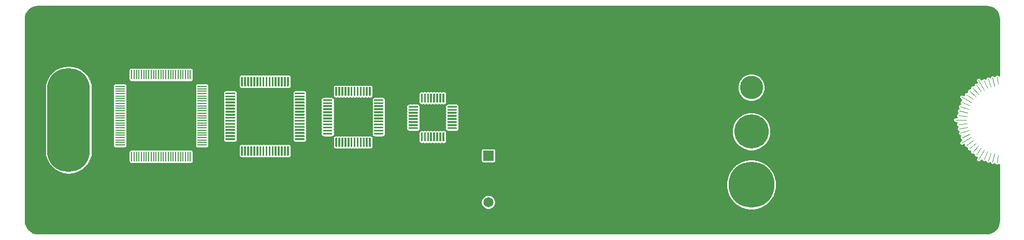
<source format=gbr>
G04 #@! TF.GenerationSoftware,KiCad,Pcbnew,(5.1.5)-3*
G04 #@! TF.CreationDate,2020-07-30T14:36:22+02:00*
G04 #@! TF.ProjectId,pcb_ruler,7063625f-7275-46c6-9572-2e6b69636164,rev?*
G04 #@! TF.SameCoordinates,Original*
G04 #@! TF.FileFunction,Copper,L2,Bot*
G04 #@! TF.FilePolarity,Positive*
%FSLAX46Y46*%
G04 Gerber Fmt 4.6, Leading zero omitted, Abs format (unit mm)*
G04 Created by KiCad (PCBNEW (5.1.5)-3) date 2020-07-30 14:36:22*
%MOMM*%
%LPD*%
G04 APERTURE LIST*
%ADD10C,0.100000*%
%ADD11R,0.200000X1.500000*%
%ADD12R,1.500000X0.200000*%
%ADD13O,7.000000X17.000000*%
%ADD14C,7.500000*%
%ADD15C,5.600000*%
%ADD16C,3.800000*%
%ADD17R,1.651000X1.651000*%
%ADD18C,1.651000*%
%ADD19C,0.254000*%
G04 APERTURE END LIST*
D10*
X258818688Y-124550826D02*
X258535177Y-125884663D01*
X256660292Y-123589863D02*
X255858768Y-124693069D01*
X256198081Y-123215585D02*
X255285655Y-124228959D01*
X259400000Y-124800000D02*
X259263516Y-126000043D01*
X257159065Y-123913783D02*
X256249973Y-125488359D01*
X258244227Y-124396910D02*
X257822812Y-125693788D01*
X257688946Y-124183784D02*
X257134370Y-125429527D01*
X255777564Y-122795047D02*
X254764176Y-123707500D01*
X254442309Y-117811842D02*
X253108472Y-117528333D01*
X255079379Y-116152283D02*
X253504776Y-115243191D01*
X254596251Y-120748953D02*
X253299348Y-121170344D01*
X258244227Y-113589405D02*
X257822812Y-112292572D01*
X254349283Y-118399259D02*
X252993118Y-118256735D01*
X259400000Y-113100000D02*
X259263516Y-111986293D01*
X254809377Y-116682165D02*
X253563634Y-116127524D01*
X255079379Y-121834090D02*
X253504776Y-122743182D01*
X258818688Y-113435527D02*
X258535177Y-112101684D01*
X254442309Y-120174467D02*
X253108472Y-120457977D01*
X255403292Y-115653511D02*
X254300099Y-114851923D01*
X256660292Y-114396446D02*
X255858768Y-113293260D01*
X254349283Y-119587050D02*
X252993118Y-119729639D01*
X257159065Y-114072591D02*
X256249973Y-112497957D01*
X255777564Y-115191300D02*
X254764176Y-114278809D01*
X254318161Y-118993154D02*
X252499972Y-118993154D01*
X255403292Y-122332875D02*
X254300099Y-123134381D01*
X256198081Y-114770718D02*
X255285655Y-113757395D01*
X257688946Y-113802552D02*
X257134370Y-112556839D01*
X254809377Y-121304190D02*
X253563634Y-121858817D01*
X254596251Y-117237382D02*
X253299348Y-116816031D01*
G04 #@! TA.AperFunction,SMDPad,CuDef*
G36*
X168832351Y-114675361D02*
G01*
X168839632Y-114676441D01*
X168846771Y-114678229D01*
X168853701Y-114680709D01*
X168860355Y-114683856D01*
X168866668Y-114687640D01*
X168872579Y-114692024D01*
X168878033Y-114696967D01*
X168882976Y-114702421D01*
X168887360Y-114708332D01*
X168891144Y-114714645D01*
X168894291Y-114721299D01*
X168896771Y-114728229D01*
X168898559Y-114735368D01*
X168899639Y-114742649D01*
X168900000Y-114750000D01*
X168900000Y-116100000D01*
X168899639Y-116107351D01*
X168898559Y-116114632D01*
X168896771Y-116121771D01*
X168894291Y-116128701D01*
X168891144Y-116135355D01*
X168887360Y-116141668D01*
X168882976Y-116147579D01*
X168878033Y-116153033D01*
X168872579Y-116157976D01*
X168866668Y-116162360D01*
X168860355Y-116166144D01*
X168853701Y-116169291D01*
X168846771Y-116171771D01*
X168839632Y-116173559D01*
X168832351Y-116174639D01*
X168825000Y-116175000D01*
X168675000Y-116175000D01*
X168667649Y-116174639D01*
X168660368Y-116173559D01*
X168653229Y-116171771D01*
X168646299Y-116169291D01*
X168639645Y-116166144D01*
X168633332Y-116162360D01*
X168627421Y-116157976D01*
X168621967Y-116153033D01*
X168617024Y-116147579D01*
X168612640Y-116141668D01*
X168608856Y-116135355D01*
X168605709Y-116128701D01*
X168603229Y-116121771D01*
X168601441Y-116114632D01*
X168600361Y-116107351D01*
X168600000Y-116100000D01*
X168600000Y-114750000D01*
X168600361Y-114742649D01*
X168601441Y-114735368D01*
X168603229Y-114728229D01*
X168605709Y-114721299D01*
X168608856Y-114714645D01*
X168612640Y-114708332D01*
X168617024Y-114702421D01*
X168621967Y-114696967D01*
X168627421Y-114692024D01*
X168633332Y-114687640D01*
X168639645Y-114683856D01*
X168646299Y-114680709D01*
X168653229Y-114678229D01*
X168660368Y-114676441D01*
X168667649Y-114675361D01*
X168675000Y-114675000D01*
X168825000Y-114675000D01*
X168832351Y-114675361D01*
G37*
G04 #@! TD.AperFunction*
G04 #@! TA.AperFunction,SMDPad,CuDef*
G36*
X168332351Y-114675361D02*
G01*
X168339632Y-114676441D01*
X168346771Y-114678229D01*
X168353701Y-114680709D01*
X168360355Y-114683856D01*
X168366668Y-114687640D01*
X168372579Y-114692024D01*
X168378033Y-114696967D01*
X168382976Y-114702421D01*
X168387360Y-114708332D01*
X168391144Y-114714645D01*
X168394291Y-114721299D01*
X168396771Y-114728229D01*
X168398559Y-114735368D01*
X168399639Y-114742649D01*
X168400000Y-114750000D01*
X168400000Y-116100000D01*
X168399639Y-116107351D01*
X168398559Y-116114632D01*
X168396771Y-116121771D01*
X168394291Y-116128701D01*
X168391144Y-116135355D01*
X168387360Y-116141668D01*
X168382976Y-116147579D01*
X168378033Y-116153033D01*
X168372579Y-116157976D01*
X168366668Y-116162360D01*
X168360355Y-116166144D01*
X168353701Y-116169291D01*
X168346771Y-116171771D01*
X168339632Y-116173559D01*
X168332351Y-116174639D01*
X168325000Y-116175000D01*
X168175000Y-116175000D01*
X168167649Y-116174639D01*
X168160368Y-116173559D01*
X168153229Y-116171771D01*
X168146299Y-116169291D01*
X168139645Y-116166144D01*
X168133332Y-116162360D01*
X168127421Y-116157976D01*
X168121967Y-116153033D01*
X168117024Y-116147579D01*
X168112640Y-116141668D01*
X168108856Y-116135355D01*
X168105709Y-116128701D01*
X168103229Y-116121771D01*
X168101441Y-116114632D01*
X168100361Y-116107351D01*
X168100000Y-116100000D01*
X168100000Y-114750000D01*
X168100361Y-114742649D01*
X168101441Y-114735368D01*
X168103229Y-114728229D01*
X168105709Y-114721299D01*
X168108856Y-114714645D01*
X168112640Y-114708332D01*
X168117024Y-114702421D01*
X168121967Y-114696967D01*
X168127421Y-114692024D01*
X168133332Y-114687640D01*
X168139645Y-114683856D01*
X168146299Y-114680709D01*
X168153229Y-114678229D01*
X168160368Y-114676441D01*
X168167649Y-114675361D01*
X168175000Y-114675000D01*
X168325000Y-114675000D01*
X168332351Y-114675361D01*
G37*
G04 #@! TD.AperFunction*
G04 #@! TA.AperFunction,SMDPad,CuDef*
G36*
X167832351Y-114675361D02*
G01*
X167839632Y-114676441D01*
X167846771Y-114678229D01*
X167853701Y-114680709D01*
X167860355Y-114683856D01*
X167866668Y-114687640D01*
X167872579Y-114692024D01*
X167878033Y-114696967D01*
X167882976Y-114702421D01*
X167887360Y-114708332D01*
X167891144Y-114714645D01*
X167894291Y-114721299D01*
X167896771Y-114728229D01*
X167898559Y-114735368D01*
X167899639Y-114742649D01*
X167900000Y-114750000D01*
X167900000Y-116100000D01*
X167899639Y-116107351D01*
X167898559Y-116114632D01*
X167896771Y-116121771D01*
X167894291Y-116128701D01*
X167891144Y-116135355D01*
X167887360Y-116141668D01*
X167882976Y-116147579D01*
X167878033Y-116153033D01*
X167872579Y-116157976D01*
X167866668Y-116162360D01*
X167860355Y-116166144D01*
X167853701Y-116169291D01*
X167846771Y-116171771D01*
X167839632Y-116173559D01*
X167832351Y-116174639D01*
X167825000Y-116175000D01*
X167675000Y-116175000D01*
X167667649Y-116174639D01*
X167660368Y-116173559D01*
X167653229Y-116171771D01*
X167646299Y-116169291D01*
X167639645Y-116166144D01*
X167633332Y-116162360D01*
X167627421Y-116157976D01*
X167621967Y-116153033D01*
X167617024Y-116147579D01*
X167612640Y-116141668D01*
X167608856Y-116135355D01*
X167605709Y-116128701D01*
X167603229Y-116121771D01*
X167601441Y-116114632D01*
X167600361Y-116107351D01*
X167600000Y-116100000D01*
X167600000Y-114750000D01*
X167600361Y-114742649D01*
X167601441Y-114735368D01*
X167603229Y-114728229D01*
X167605709Y-114721299D01*
X167608856Y-114714645D01*
X167612640Y-114708332D01*
X167617024Y-114702421D01*
X167621967Y-114696967D01*
X167627421Y-114692024D01*
X167633332Y-114687640D01*
X167639645Y-114683856D01*
X167646299Y-114680709D01*
X167653229Y-114678229D01*
X167660368Y-114676441D01*
X167667649Y-114675361D01*
X167675000Y-114675000D01*
X167825000Y-114675000D01*
X167832351Y-114675361D01*
G37*
G04 #@! TD.AperFunction*
G04 #@! TA.AperFunction,SMDPad,CuDef*
G36*
X167332351Y-114675361D02*
G01*
X167339632Y-114676441D01*
X167346771Y-114678229D01*
X167353701Y-114680709D01*
X167360355Y-114683856D01*
X167366668Y-114687640D01*
X167372579Y-114692024D01*
X167378033Y-114696967D01*
X167382976Y-114702421D01*
X167387360Y-114708332D01*
X167391144Y-114714645D01*
X167394291Y-114721299D01*
X167396771Y-114728229D01*
X167398559Y-114735368D01*
X167399639Y-114742649D01*
X167400000Y-114750000D01*
X167400000Y-116100000D01*
X167399639Y-116107351D01*
X167398559Y-116114632D01*
X167396771Y-116121771D01*
X167394291Y-116128701D01*
X167391144Y-116135355D01*
X167387360Y-116141668D01*
X167382976Y-116147579D01*
X167378033Y-116153033D01*
X167372579Y-116157976D01*
X167366668Y-116162360D01*
X167360355Y-116166144D01*
X167353701Y-116169291D01*
X167346771Y-116171771D01*
X167339632Y-116173559D01*
X167332351Y-116174639D01*
X167325000Y-116175000D01*
X167175000Y-116175000D01*
X167167649Y-116174639D01*
X167160368Y-116173559D01*
X167153229Y-116171771D01*
X167146299Y-116169291D01*
X167139645Y-116166144D01*
X167133332Y-116162360D01*
X167127421Y-116157976D01*
X167121967Y-116153033D01*
X167117024Y-116147579D01*
X167112640Y-116141668D01*
X167108856Y-116135355D01*
X167105709Y-116128701D01*
X167103229Y-116121771D01*
X167101441Y-116114632D01*
X167100361Y-116107351D01*
X167100000Y-116100000D01*
X167100000Y-114750000D01*
X167100361Y-114742649D01*
X167101441Y-114735368D01*
X167103229Y-114728229D01*
X167105709Y-114721299D01*
X167108856Y-114714645D01*
X167112640Y-114708332D01*
X167117024Y-114702421D01*
X167121967Y-114696967D01*
X167127421Y-114692024D01*
X167133332Y-114687640D01*
X167139645Y-114683856D01*
X167146299Y-114680709D01*
X167153229Y-114678229D01*
X167160368Y-114676441D01*
X167167649Y-114675361D01*
X167175000Y-114675000D01*
X167325000Y-114675000D01*
X167332351Y-114675361D01*
G37*
G04 #@! TD.AperFunction*
G04 #@! TA.AperFunction,SMDPad,CuDef*
G36*
X166832351Y-114675361D02*
G01*
X166839632Y-114676441D01*
X166846771Y-114678229D01*
X166853701Y-114680709D01*
X166860355Y-114683856D01*
X166866668Y-114687640D01*
X166872579Y-114692024D01*
X166878033Y-114696967D01*
X166882976Y-114702421D01*
X166887360Y-114708332D01*
X166891144Y-114714645D01*
X166894291Y-114721299D01*
X166896771Y-114728229D01*
X166898559Y-114735368D01*
X166899639Y-114742649D01*
X166900000Y-114750000D01*
X166900000Y-116100000D01*
X166899639Y-116107351D01*
X166898559Y-116114632D01*
X166896771Y-116121771D01*
X166894291Y-116128701D01*
X166891144Y-116135355D01*
X166887360Y-116141668D01*
X166882976Y-116147579D01*
X166878033Y-116153033D01*
X166872579Y-116157976D01*
X166866668Y-116162360D01*
X166860355Y-116166144D01*
X166853701Y-116169291D01*
X166846771Y-116171771D01*
X166839632Y-116173559D01*
X166832351Y-116174639D01*
X166825000Y-116175000D01*
X166675000Y-116175000D01*
X166667649Y-116174639D01*
X166660368Y-116173559D01*
X166653229Y-116171771D01*
X166646299Y-116169291D01*
X166639645Y-116166144D01*
X166633332Y-116162360D01*
X166627421Y-116157976D01*
X166621967Y-116153033D01*
X166617024Y-116147579D01*
X166612640Y-116141668D01*
X166608856Y-116135355D01*
X166605709Y-116128701D01*
X166603229Y-116121771D01*
X166601441Y-116114632D01*
X166600361Y-116107351D01*
X166600000Y-116100000D01*
X166600000Y-114750000D01*
X166600361Y-114742649D01*
X166601441Y-114735368D01*
X166603229Y-114728229D01*
X166605709Y-114721299D01*
X166608856Y-114714645D01*
X166612640Y-114708332D01*
X166617024Y-114702421D01*
X166621967Y-114696967D01*
X166627421Y-114692024D01*
X166633332Y-114687640D01*
X166639645Y-114683856D01*
X166646299Y-114680709D01*
X166653229Y-114678229D01*
X166660368Y-114676441D01*
X166667649Y-114675361D01*
X166675000Y-114675000D01*
X166825000Y-114675000D01*
X166832351Y-114675361D01*
G37*
G04 #@! TD.AperFunction*
G04 #@! TA.AperFunction,SMDPad,CuDef*
G36*
X166332351Y-114675361D02*
G01*
X166339632Y-114676441D01*
X166346771Y-114678229D01*
X166353701Y-114680709D01*
X166360355Y-114683856D01*
X166366668Y-114687640D01*
X166372579Y-114692024D01*
X166378033Y-114696967D01*
X166382976Y-114702421D01*
X166387360Y-114708332D01*
X166391144Y-114714645D01*
X166394291Y-114721299D01*
X166396771Y-114728229D01*
X166398559Y-114735368D01*
X166399639Y-114742649D01*
X166400000Y-114750000D01*
X166400000Y-116100000D01*
X166399639Y-116107351D01*
X166398559Y-116114632D01*
X166396771Y-116121771D01*
X166394291Y-116128701D01*
X166391144Y-116135355D01*
X166387360Y-116141668D01*
X166382976Y-116147579D01*
X166378033Y-116153033D01*
X166372579Y-116157976D01*
X166366668Y-116162360D01*
X166360355Y-116166144D01*
X166353701Y-116169291D01*
X166346771Y-116171771D01*
X166339632Y-116173559D01*
X166332351Y-116174639D01*
X166325000Y-116175000D01*
X166175000Y-116175000D01*
X166167649Y-116174639D01*
X166160368Y-116173559D01*
X166153229Y-116171771D01*
X166146299Y-116169291D01*
X166139645Y-116166144D01*
X166133332Y-116162360D01*
X166127421Y-116157976D01*
X166121967Y-116153033D01*
X166117024Y-116147579D01*
X166112640Y-116141668D01*
X166108856Y-116135355D01*
X166105709Y-116128701D01*
X166103229Y-116121771D01*
X166101441Y-116114632D01*
X166100361Y-116107351D01*
X166100000Y-116100000D01*
X166100000Y-114750000D01*
X166100361Y-114742649D01*
X166101441Y-114735368D01*
X166103229Y-114728229D01*
X166105709Y-114721299D01*
X166108856Y-114714645D01*
X166112640Y-114708332D01*
X166117024Y-114702421D01*
X166121967Y-114696967D01*
X166127421Y-114692024D01*
X166133332Y-114687640D01*
X166139645Y-114683856D01*
X166146299Y-114680709D01*
X166153229Y-114678229D01*
X166160368Y-114676441D01*
X166167649Y-114675361D01*
X166175000Y-114675000D01*
X166325000Y-114675000D01*
X166332351Y-114675361D01*
G37*
G04 #@! TD.AperFunction*
G04 #@! TA.AperFunction,SMDPad,CuDef*
G36*
X165832351Y-114675361D02*
G01*
X165839632Y-114676441D01*
X165846771Y-114678229D01*
X165853701Y-114680709D01*
X165860355Y-114683856D01*
X165866668Y-114687640D01*
X165872579Y-114692024D01*
X165878033Y-114696967D01*
X165882976Y-114702421D01*
X165887360Y-114708332D01*
X165891144Y-114714645D01*
X165894291Y-114721299D01*
X165896771Y-114728229D01*
X165898559Y-114735368D01*
X165899639Y-114742649D01*
X165900000Y-114750000D01*
X165900000Y-116100000D01*
X165899639Y-116107351D01*
X165898559Y-116114632D01*
X165896771Y-116121771D01*
X165894291Y-116128701D01*
X165891144Y-116135355D01*
X165887360Y-116141668D01*
X165882976Y-116147579D01*
X165878033Y-116153033D01*
X165872579Y-116157976D01*
X165866668Y-116162360D01*
X165860355Y-116166144D01*
X165853701Y-116169291D01*
X165846771Y-116171771D01*
X165839632Y-116173559D01*
X165832351Y-116174639D01*
X165825000Y-116175000D01*
X165675000Y-116175000D01*
X165667649Y-116174639D01*
X165660368Y-116173559D01*
X165653229Y-116171771D01*
X165646299Y-116169291D01*
X165639645Y-116166144D01*
X165633332Y-116162360D01*
X165627421Y-116157976D01*
X165621967Y-116153033D01*
X165617024Y-116147579D01*
X165612640Y-116141668D01*
X165608856Y-116135355D01*
X165605709Y-116128701D01*
X165603229Y-116121771D01*
X165601441Y-116114632D01*
X165600361Y-116107351D01*
X165600000Y-116100000D01*
X165600000Y-114750000D01*
X165600361Y-114742649D01*
X165601441Y-114735368D01*
X165603229Y-114728229D01*
X165605709Y-114721299D01*
X165608856Y-114714645D01*
X165612640Y-114708332D01*
X165617024Y-114702421D01*
X165621967Y-114696967D01*
X165627421Y-114692024D01*
X165633332Y-114687640D01*
X165639645Y-114683856D01*
X165646299Y-114680709D01*
X165653229Y-114678229D01*
X165660368Y-114676441D01*
X165667649Y-114675361D01*
X165675000Y-114675000D01*
X165825000Y-114675000D01*
X165832351Y-114675361D01*
G37*
G04 #@! TD.AperFunction*
G04 #@! TA.AperFunction,SMDPad,CuDef*
G36*
X165332351Y-114675361D02*
G01*
X165339632Y-114676441D01*
X165346771Y-114678229D01*
X165353701Y-114680709D01*
X165360355Y-114683856D01*
X165366668Y-114687640D01*
X165372579Y-114692024D01*
X165378033Y-114696967D01*
X165382976Y-114702421D01*
X165387360Y-114708332D01*
X165391144Y-114714645D01*
X165394291Y-114721299D01*
X165396771Y-114728229D01*
X165398559Y-114735368D01*
X165399639Y-114742649D01*
X165400000Y-114750000D01*
X165400000Y-116100000D01*
X165399639Y-116107351D01*
X165398559Y-116114632D01*
X165396771Y-116121771D01*
X165394291Y-116128701D01*
X165391144Y-116135355D01*
X165387360Y-116141668D01*
X165382976Y-116147579D01*
X165378033Y-116153033D01*
X165372579Y-116157976D01*
X165366668Y-116162360D01*
X165360355Y-116166144D01*
X165353701Y-116169291D01*
X165346771Y-116171771D01*
X165339632Y-116173559D01*
X165332351Y-116174639D01*
X165325000Y-116175000D01*
X165175000Y-116175000D01*
X165167649Y-116174639D01*
X165160368Y-116173559D01*
X165153229Y-116171771D01*
X165146299Y-116169291D01*
X165139645Y-116166144D01*
X165133332Y-116162360D01*
X165127421Y-116157976D01*
X165121967Y-116153033D01*
X165117024Y-116147579D01*
X165112640Y-116141668D01*
X165108856Y-116135355D01*
X165105709Y-116128701D01*
X165103229Y-116121771D01*
X165101441Y-116114632D01*
X165100361Y-116107351D01*
X165100000Y-116100000D01*
X165100000Y-114750000D01*
X165100361Y-114742649D01*
X165101441Y-114735368D01*
X165103229Y-114728229D01*
X165105709Y-114721299D01*
X165108856Y-114714645D01*
X165112640Y-114708332D01*
X165117024Y-114702421D01*
X165121967Y-114696967D01*
X165127421Y-114692024D01*
X165133332Y-114687640D01*
X165139645Y-114683856D01*
X165146299Y-114680709D01*
X165153229Y-114678229D01*
X165160368Y-114676441D01*
X165167649Y-114675361D01*
X165175000Y-114675000D01*
X165325000Y-114675000D01*
X165332351Y-114675361D01*
G37*
G04 #@! TD.AperFunction*
G04 #@! TA.AperFunction,SMDPad,CuDef*
G36*
X164507351Y-116700361D02*
G01*
X164514632Y-116701441D01*
X164521771Y-116703229D01*
X164528701Y-116705709D01*
X164535355Y-116708856D01*
X164541668Y-116712640D01*
X164547579Y-116717024D01*
X164553033Y-116721967D01*
X164557976Y-116727421D01*
X164562360Y-116733332D01*
X164566144Y-116739645D01*
X164569291Y-116746299D01*
X164571771Y-116753229D01*
X164573559Y-116760368D01*
X164574639Y-116767649D01*
X164575000Y-116775000D01*
X164575000Y-116925000D01*
X164574639Y-116932351D01*
X164573559Y-116939632D01*
X164571771Y-116946771D01*
X164569291Y-116953701D01*
X164566144Y-116960355D01*
X164562360Y-116966668D01*
X164557976Y-116972579D01*
X164553033Y-116978033D01*
X164547579Y-116982976D01*
X164541668Y-116987360D01*
X164535355Y-116991144D01*
X164528701Y-116994291D01*
X164521771Y-116996771D01*
X164514632Y-116998559D01*
X164507351Y-116999639D01*
X164500000Y-117000000D01*
X163150000Y-117000000D01*
X163142649Y-116999639D01*
X163135368Y-116998559D01*
X163128229Y-116996771D01*
X163121299Y-116994291D01*
X163114645Y-116991144D01*
X163108332Y-116987360D01*
X163102421Y-116982976D01*
X163096967Y-116978033D01*
X163092024Y-116972579D01*
X163087640Y-116966668D01*
X163083856Y-116960355D01*
X163080709Y-116953701D01*
X163078229Y-116946771D01*
X163076441Y-116939632D01*
X163075361Y-116932351D01*
X163075000Y-116925000D01*
X163075000Y-116775000D01*
X163075361Y-116767649D01*
X163076441Y-116760368D01*
X163078229Y-116753229D01*
X163080709Y-116746299D01*
X163083856Y-116739645D01*
X163087640Y-116733332D01*
X163092024Y-116727421D01*
X163096967Y-116721967D01*
X163102421Y-116717024D01*
X163108332Y-116712640D01*
X163114645Y-116708856D01*
X163121299Y-116705709D01*
X163128229Y-116703229D01*
X163135368Y-116701441D01*
X163142649Y-116700361D01*
X163150000Y-116700000D01*
X164500000Y-116700000D01*
X164507351Y-116700361D01*
G37*
G04 #@! TD.AperFunction*
G04 #@! TA.AperFunction,SMDPad,CuDef*
G36*
X164507351Y-117200361D02*
G01*
X164514632Y-117201441D01*
X164521771Y-117203229D01*
X164528701Y-117205709D01*
X164535355Y-117208856D01*
X164541668Y-117212640D01*
X164547579Y-117217024D01*
X164553033Y-117221967D01*
X164557976Y-117227421D01*
X164562360Y-117233332D01*
X164566144Y-117239645D01*
X164569291Y-117246299D01*
X164571771Y-117253229D01*
X164573559Y-117260368D01*
X164574639Y-117267649D01*
X164575000Y-117275000D01*
X164575000Y-117425000D01*
X164574639Y-117432351D01*
X164573559Y-117439632D01*
X164571771Y-117446771D01*
X164569291Y-117453701D01*
X164566144Y-117460355D01*
X164562360Y-117466668D01*
X164557976Y-117472579D01*
X164553033Y-117478033D01*
X164547579Y-117482976D01*
X164541668Y-117487360D01*
X164535355Y-117491144D01*
X164528701Y-117494291D01*
X164521771Y-117496771D01*
X164514632Y-117498559D01*
X164507351Y-117499639D01*
X164500000Y-117500000D01*
X163150000Y-117500000D01*
X163142649Y-117499639D01*
X163135368Y-117498559D01*
X163128229Y-117496771D01*
X163121299Y-117494291D01*
X163114645Y-117491144D01*
X163108332Y-117487360D01*
X163102421Y-117482976D01*
X163096967Y-117478033D01*
X163092024Y-117472579D01*
X163087640Y-117466668D01*
X163083856Y-117460355D01*
X163080709Y-117453701D01*
X163078229Y-117446771D01*
X163076441Y-117439632D01*
X163075361Y-117432351D01*
X163075000Y-117425000D01*
X163075000Y-117275000D01*
X163075361Y-117267649D01*
X163076441Y-117260368D01*
X163078229Y-117253229D01*
X163080709Y-117246299D01*
X163083856Y-117239645D01*
X163087640Y-117233332D01*
X163092024Y-117227421D01*
X163096967Y-117221967D01*
X163102421Y-117217024D01*
X163108332Y-117212640D01*
X163114645Y-117208856D01*
X163121299Y-117205709D01*
X163128229Y-117203229D01*
X163135368Y-117201441D01*
X163142649Y-117200361D01*
X163150000Y-117200000D01*
X164500000Y-117200000D01*
X164507351Y-117200361D01*
G37*
G04 #@! TD.AperFunction*
G04 #@! TA.AperFunction,SMDPad,CuDef*
G36*
X164507351Y-117700361D02*
G01*
X164514632Y-117701441D01*
X164521771Y-117703229D01*
X164528701Y-117705709D01*
X164535355Y-117708856D01*
X164541668Y-117712640D01*
X164547579Y-117717024D01*
X164553033Y-117721967D01*
X164557976Y-117727421D01*
X164562360Y-117733332D01*
X164566144Y-117739645D01*
X164569291Y-117746299D01*
X164571771Y-117753229D01*
X164573559Y-117760368D01*
X164574639Y-117767649D01*
X164575000Y-117775000D01*
X164575000Y-117925000D01*
X164574639Y-117932351D01*
X164573559Y-117939632D01*
X164571771Y-117946771D01*
X164569291Y-117953701D01*
X164566144Y-117960355D01*
X164562360Y-117966668D01*
X164557976Y-117972579D01*
X164553033Y-117978033D01*
X164547579Y-117982976D01*
X164541668Y-117987360D01*
X164535355Y-117991144D01*
X164528701Y-117994291D01*
X164521771Y-117996771D01*
X164514632Y-117998559D01*
X164507351Y-117999639D01*
X164500000Y-118000000D01*
X163150000Y-118000000D01*
X163142649Y-117999639D01*
X163135368Y-117998559D01*
X163128229Y-117996771D01*
X163121299Y-117994291D01*
X163114645Y-117991144D01*
X163108332Y-117987360D01*
X163102421Y-117982976D01*
X163096967Y-117978033D01*
X163092024Y-117972579D01*
X163087640Y-117966668D01*
X163083856Y-117960355D01*
X163080709Y-117953701D01*
X163078229Y-117946771D01*
X163076441Y-117939632D01*
X163075361Y-117932351D01*
X163075000Y-117925000D01*
X163075000Y-117775000D01*
X163075361Y-117767649D01*
X163076441Y-117760368D01*
X163078229Y-117753229D01*
X163080709Y-117746299D01*
X163083856Y-117739645D01*
X163087640Y-117733332D01*
X163092024Y-117727421D01*
X163096967Y-117721967D01*
X163102421Y-117717024D01*
X163108332Y-117712640D01*
X163114645Y-117708856D01*
X163121299Y-117705709D01*
X163128229Y-117703229D01*
X163135368Y-117701441D01*
X163142649Y-117700361D01*
X163150000Y-117700000D01*
X164500000Y-117700000D01*
X164507351Y-117700361D01*
G37*
G04 #@! TD.AperFunction*
G04 #@! TA.AperFunction,SMDPad,CuDef*
G36*
X164507351Y-118200361D02*
G01*
X164514632Y-118201441D01*
X164521771Y-118203229D01*
X164528701Y-118205709D01*
X164535355Y-118208856D01*
X164541668Y-118212640D01*
X164547579Y-118217024D01*
X164553033Y-118221967D01*
X164557976Y-118227421D01*
X164562360Y-118233332D01*
X164566144Y-118239645D01*
X164569291Y-118246299D01*
X164571771Y-118253229D01*
X164573559Y-118260368D01*
X164574639Y-118267649D01*
X164575000Y-118275000D01*
X164575000Y-118425000D01*
X164574639Y-118432351D01*
X164573559Y-118439632D01*
X164571771Y-118446771D01*
X164569291Y-118453701D01*
X164566144Y-118460355D01*
X164562360Y-118466668D01*
X164557976Y-118472579D01*
X164553033Y-118478033D01*
X164547579Y-118482976D01*
X164541668Y-118487360D01*
X164535355Y-118491144D01*
X164528701Y-118494291D01*
X164521771Y-118496771D01*
X164514632Y-118498559D01*
X164507351Y-118499639D01*
X164500000Y-118500000D01*
X163150000Y-118500000D01*
X163142649Y-118499639D01*
X163135368Y-118498559D01*
X163128229Y-118496771D01*
X163121299Y-118494291D01*
X163114645Y-118491144D01*
X163108332Y-118487360D01*
X163102421Y-118482976D01*
X163096967Y-118478033D01*
X163092024Y-118472579D01*
X163087640Y-118466668D01*
X163083856Y-118460355D01*
X163080709Y-118453701D01*
X163078229Y-118446771D01*
X163076441Y-118439632D01*
X163075361Y-118432351D01*
X163075000Y-118425000D01*
X163075000Y-118275000D01*
X163075361Y-118267649D01*
X163076441Y-118260368D01*
X163078229Y-118253229D01*
X163080709Y-118246299D01*
X163083856Y-118239645D01*
X163087640Y-118233332D01*
X163092024Y-118227421D01*
X163096967Y-118221967D01*
X163102421Y-118217024D01*
X163108332Y-118212640D01*
X163114645Y-118208856D01*
X163121299Y-118205709D01*
X163128229Y-118203229D01*
X163135368Y-118201441D01*
X163142649Y-118200361D01*
X163150000Y-118200000D01*
X164500000Y-118200000D01*
X164507351Y-118200361D01*
G37*
G04 #@! TD.AperFunction*
G04 #@! TA.AperFunction,SMDPad,CuDef*
G36*
X164507351Y-118700361D02*
G01*
X164514632Y-118701441D01*
X164521771Y-118703229D01*
X164528701Y-118705709D01*
X164535355Y-118708856D01*
X164541668Y-118712640D01*
X164547579Y-118717024D01*
X164553033Y-118721967D01*
X164557976Y-118727421D01*
X164562360Y-118733332D01*
X164566144Y-118739645D01*
X164569291Y-118746299D01*
X164571771Y-118753229D01*
X164573559Y-118760368D01*
X164574639Y-118767649D01*
X164575000Y-118775000D01*
X164575000Y-118925000D01*
X164574639Y-118932351D01*
X164573559Y-118939632D01*
X164571771Y-118946771D01*
X164569291Y-118953701D01*
X164566144Y-118960355D01*
X164562360Y-118966668D01*
X164557976Y-118972579D01*
X164553033Y-118978033D01*
X164547579Y-118982976D01*
X164541668Y-118987360D01*
X164535355Y-118991144D01*
X164528701Y-118994291D01*
X164521771Y-118996771D01*
X164514632Y-118998559D01*
X164507351Y-118999639D01*
X164500000Y-119000000D01*
X163150000Y-119000000D01*
X163142649Y-118999639D01*
X163135368Y-118998559D01*
X163128229Y-118996771D01*
X163121299Y-118994291D01*
X163114645Y-118991144D01*
X163108332Y-118987360D01*
X163102421Y-118982976D01*
X163096967Y-118978033D01*
X163092024Y-118972579D01*
X163087640Y-118966668D01*
X163083856Y-118960355D01*
X163080709Y-118953701D01*
X163078229Y-118946771D01*
X163076441Y-118939632D01*
X163075361Y-118932351D01*
X163075000Y-118925000D01*
X163075000Y-118775000D01*
X163075361Y-118767649D01*
X163076441Y-118760368D01*
X163078229Y-118753229D01*
X163080709Y-118746299D01*
X163083856Y-118739645D01*
X163087640Y-118733332D01*
X163092024Y-118727421D01*
X163096967Y-118721967D01*
X163102421Y-118717024D01*
X163108332Y-118712640D01*
X163114645Y-118708856D01*
X163121299Y-118705709D01*
X163128229Y-118703229D01*
X163135368Y-118701441D01*
X163142649Y-118700361D01*
X163150000Y-118700000D01*
X164500000Y-118700000D01*
X164507351Y-118700361D01*
G37*
G04 #@! TD.AperFunction*
G04 #@! TA.AperFunction,SMDPad,CuDef*
G36*
X164507351Y-119200361D02*
G01*
X164514632Y-119201441D01*
X164521771Y-119203229D01*
X164528701Y-119205709D01*
X164535355Y-119208856D01*
X164541668Y-119212640D01*
X164547579Y-119217024D01*
X164553033Y-119221967D01*
X164557976Y-119227421D01*
X164562360Y-119233332D01*
X164566144Y-119239645D01*
X164569291Y-119246299D01*
X164571771Y-119253229D01*
X164573559Y-119260368D01*
X164574639Y-119267649D01*
X164575000Y-119275000D01*
X164575000Y-119425000D01*
X164574639Y-119432351D01*
X164573559Y-119439632D01*
X164571771Y-119446771D01*
X164569291Y-119453701D01*
X164566144Y-119460355D01*
X164562360Y-119466668D01*
X164557976Y-119472579D01*
X164553033Y-119478033D01*
X164547579Y-119482976D01*
X164541668Y-119487360D01*
X164535355Y-119491144D01*
X164528701Y-119494291D01*
X164521771Y-119496771D01*
X164514632Y-119498559D01*
X164507351Y-119499639D01*
X164500000Y-119500000D01*
X163150000Y-119500000D01*
X163142649Y-119499639D01*
X163135368Y-119498559D01*
X163128229Y-119496771D01*
X163121299Y-119494291D01*
X163114645Y-119491144D01*
X163108332Y-119487360D01*
X163102421Y-119482976D01*
X163096967Y-119478033D01*
X163092024Y-119472579D01*
X163087640Y-119466668D01*
X163083856Y-119460355D01*
X163080709Y-119453701D01*
X163078229Y-119446771D01*
X163076441Y-119439632D01*
X163075361Y-119432351D01*
X163075000Y-119425000D01*
X163075000Y-119275000D01*
X163075361Y-119267649D01*
X163076441Y-119260368D01*
X163078229Y-119253229D01*
X163080709Y-119246299D01*
X163083856Y-119239645D01*
X163087640Y-119233332D01*
X163092024Y-119227421D01*
X163096967Y-119221967D01*
X163102421Y-119217024D01*
X163108332Y-119212640D01*
X163114645Y-119208856D01*
X163121299Y-119205709D01*
X163128229Y-119203229D01*
X163135368Y-119201441D01*
X163142649Y-119200361D01*
X163150000Y-119200000D01*
X164500000Y-119200000D01*
X164507351Y-119200361D01*
G37*
G04 #@! TD.AperFunction*
G04 #@! TA.AperFunction,SMDPad,CuDef*
G36*
X164507351Y-119700361D02*
G01*
X164514632Y-119701441D01*
X164521771Y-119703229D01*
X164528701Y-119705709D01*
X164535355Y-119708856D01*
X164541668Y-119712640D01*
X164547579Y-119717024D01*
X164553033Y-119721967D01*
X164557976Y-119727421D01*
X164562360Y-119733332D01*
X164566144Y-119739645D01*
X164569291Y-119746299D01*
X164571771Y-119753229D01*
X164573559Y-119760368D01*
X164574639Y-119767649D01*
X164575000Y-119775000D01*
X164575000Y-119925000D01*
X164574639Y-119932351D01*
X164573559Y-119939632D01*
X164571771Y-119946771D01*
X164569291Y-119953701D01*
X164566144Y-119960355D01*
X164562360Y-119966668D01*
X164557976Y-119972579D01*
X164553033Y-119978033D01*
X164547579Y-119982976D01*
X164541668Y-119987360D01*
X164535355Y-119991144D01*
X164528701Y-119994291D01*
X164521771Y-119996771D01*
X164514632Y-119998559D01*
X164507351Y-119999639D01*
X164500000Y-120000000D01*
X163150000Y-120000000D01*
X163142649Y-119999639D01*
X163135368Y-119998559D01*
X163128229Y-119996771D01*
X163121299Y-119994291D01*
X163114645Y-119991144D01*
X163108332Y-119987360D01*
X163102421Y-119982976D01*
X163096967Y-119978033D01*
X163092024Y-119972579D01*
X163087640Y-119966668D01*
X163083856Y-119960355D01*
X163080709Y-119953701D01*
X163078229Y-119946771D01*
X163076441Y-119939632D01*
X163075361Y-119932351D01*
X163075000Y-119925000D01*
X163075000Y-119775000D01*
X163075361Y-119767649D01*
X163076441Y-119760368D01*
X163078229Y-119753229D01*
X163080709Y-119746299D01*
X163083856Y-119739645D01*
X163087640Y-119733332D01*
X163092024Y-119727421D01*
X163096967Y-119721967D01*
X163102421Y-119717024D01*
X163108332Y-119712640D01*
X163114645Y-119708856D01*
X163121299Y-119705709D01*
X163128229Y-119703229D01*
X163135368Y-119701441D01*
X163142649Y-119700361D01*
X163150000Y-119700000D01*
X164500000Y-119700000D01*
X164507351Y-119700361D01*
G37*
G04 #@! TD.AperFunction*
G04 #@! TA.AperFunction,SMDPad,CuDef*
G36*
X164507351Y-120200361D02*
G01*
X164514632Y-120201441D01*
X164521771Y-120203229D01*
X164528701Y-120205709D01*
X164535355Y-120208856D01*
X164541668Y-120212640D01*
X164547579Y-120217024D01*
X164553033Y-120221967D01*
X164557976Y-120227421D01*
X164562360Y-120233332D01*
X164566144Y-120239645D01*
X164569291Y-120246299D01*
X164571771Y-120253229D01*
X164573559Y-120260368D01*
X164574639Y-120267649D01*
X164575000Y-120275000D01*
X164575000Y-120425000D01*
X164574639Y-120432351D01*
X164573559Y-120439632D01*
X164571771Y-120446771D01*
X164569291Y-120453701D01*
X164566144Y-120460355D01*
X164562360Y-120466668D01*
X164557976Y-120472579D01*
X164553033Y-120478033D01*
X164547579Y-120482976D01*
X164541668Y-120487360D01*
X164535355Y-120491144D01*
X164528701Y-120494291D01*
X164521771Y-120496771D01*
X164514632Y-120498559D01*
X164507351Y-120499639D01*
X164500000Y-120500000D01*
X163150000Y-120500000D01*
X163142649Y-120499639D01*
X163135368Y-120498559D01*
X163128229Y-120496771D01*
X163121299Y-120494291D01*
X163114645Y-120491144D01*
X163108332Y-120487360D01*
X163102421Y-120482976D01*
X163096967Y-120478033D01*
X163092024Y-120472579D01*
X163087640Y-120466668D01*
X163083856Y-120460355D01*
X163080709Y-120453701D01*
X163078229Y-120446771D01*
X163076441Y-120439632D01*
X163075361Y-120432351D01*
X163075000Y-120425000D01*
X163075000Y-120275000D01*
X163075361Y-120267649D01*
X163076441Y-120260368D01*
X163078229Y-120253229D01*
X163080709Y-120246299D01*
X163083856Y-120239645D01*
X163087640Y-120233332D01*
X163092024Y-120227421D01*
X163096967Y-120221967D01*
X163102421Y-120217024D01*
X163108332Y-120212640D01*
X163114645Y-120208856D01*
X163121299Y-120205709D01*
X163128229Y-120203229D01*
X163135368Y-120201441D01*
X163142649Y-120200361D01*
X163150000Y-120200000D01*
X164500000Y-120200000D01*
X164507351Y-120200361D01*
G37*
G04 #@! TD.AperFunction*
G04 #@! TA.AperFunction,SMDPad,CuDef*
G36*
X165332351Y-121025361D02*
G01*
X165339632Y-121026441D01*
X165346771Y-121028229D01*
X165353701Y-121030709D01*
X165360355Y-121033856D01*
X165366668Y-121037640D01*
X165372579Y-121042024D01*
X165378033Y-121046967D01*
X165382976Y-121052421D01*
X165387360Y-121058332D01*
X165391144Y-121064645D01*
X165394291Y-121071299D01*
X165396771Y-121078229D01*
X165398559Y-121085368D01*
X165399639Y-121092649D01*
X165400000Y-121100000D01*
X165400000Y-122450000D01*
X165399639Y-122457351D01*
X165398559Y-122464632D01*
X165396771Y-122471771D01*
X165394291Y-122478701D01*
X165391144Y-122485355D01*
X165387360Y-122491668D01*
X165382976Y-122497579D01*
X165378033Y-122503033D01*
X165372579Y-122507976D01*
X165366668Y-122512360D01*
X165360355Y-122516144D01*
X165353701Y-122519291D01*
X165346771Y-122521771D01*
X165339632Y-122523559D01*
X165332351Y-122524639D01*
X165325000Y-122525000D01*
X165175000Y-122525000D01*
X165167649Y-122524639D01*
X165160368Y-122523559D01*
X165153229Y-122521771D01*
X165146299Y-122519291D01*
X165139645Y-122516144D01*
X165133332Y-122512360D01*
X165127421Y-122507976D01*
X165121967Y-122503033D01*
X165117024Y-122497579D01*
X165112640Y-122491668D01*
X165108856Y-122485355D01*
X165105709Y-122478701D01*
X165103229Y-122471771D01*
X165101441Y-122464632D01*
X165100361Y-122457351D01*
X165100000Y-122450000D01*
X165100000Y-121100000D01*
X165100361Y-121092649D01*
X165101441Y-121085368D01*
X165103229Y-121078229D01*
X165105709Y-121071299D01*
X165108856Y-121064645D01*
X165112640Y-121058332D01*
X165117024Y-121052421D01*
X165121967Y-121046967D01*
X165127421Y-121042024D01*
X165133332Y-121037640D01*
X165139645Y-121033856D01*
X165146299Y-121030709D01*
X165153229Y-121028229D01*
X165160368Y-121026441D01*
X165167649Y-121025361D01*
X165175000Y-121025000D01*
X165325000Y-121025000D01*
X165332351Y-121025361D01*
G37*
G04 #@! TD.AperFunction*
G04 #@! TA.AperFunction,SMDPad,CuDef*
G36*
X165832351Y-121025361D02*
G01*
X165839632Y-121026441D01*
X165846771Y-121028229D01*
X165853701Y-121030709D01*
X165860355Y-121033856D01*
X165866668Y-121037640D01*
X165872579Y-121042024D01*
X165878033Y-121046967D01*
X165882976Y-121052421D01*
X165887360Y-121058332D01*
X165891144Y-121064645D01*
X165894291Y-121071299D01*
X165896771Y-121078229D01*
X165898559Y-121085368D01*
X165899639Y-121092649D01*
X165900000Y-121100000D01*
X165900000Y-122450000D01*
X165899639Y-122457351D01*
X165898559Y-122464632D01*
X165896771Y-122471771D01*
X165894291Y-122478701D01*
X165891144Y-122485355D01*
X165887360Y-122491668D01*
X165882976Y-122497579D01*
X165878033Y-122503033D01*
X165872579Y-122507976D01*
X165866668Y-122512360D01*
X165860355Y-122516144D01*
X165853701Y-122519291D01*
X165846771Y-122521771D01*
X165839632Y-122523559D01*
X165832351Y-122524639D01*
X165825000Y-122525000D01*
X165675000Y-122525000D01*
X165667649Y-122524639D01*
X165660368Y-122523559D01*
X165653229Y-122521771D01*
X165646299Y-122519291D01*
X165639645Y-122516144D01*
X165633332Y-122512360D01*
X165627421Y-122507976D01*
X165621967Y-122503033D01*
X165617024Y-122497579D01*
X165612640Y-122491668D01*
X165608856Y-122485355D01*
X165605709Y-122478701D01*
X165603229Y-122471771D01*
X165601441Y-122464632D01*
X165600361Y-122457351D01*
X165600000Y-122450000D01*
X165600000Y-121100000D01*
X165600361Y-121092649D01*
X165601441Y-121085368D01*
X165603229Y-121078229D01*
X165605709Y-121071299D01*
X165608856Y-121064645D01*
X165612640Y-121058332D01*
X165617024Y-121052421D01*
X165621967Y-121046967D01*
X165627421Y-121042024D01*
X165633332Y-121037640D01*
X165639645Y-121033856D01*
X165646299Y-121030709D01*
X165653229Y-121028229D01*
X165660368Y-121026441D01*
X165667649Y-121025361D01*
X165675000Y-121025000D01*
X165825000Y-121025000D01*
X165832351Y-121025361D01*
G37*
G04 #@! TD.AperFunction*
G04 #@! TA.AperFunction,SMDPad,CuDef*
G36*
X166332351Y-121025361D02*
G01*
X166339632Y-121026441D01*
X166346771Y-121028229D01*
X166353701Y-121030709D01*
X166360355Y-121033856D01*
X166366668Y-121037640D01*
X166372579Y-121042024D01*
X166378033Y-121046967D01*
X166382976Y-121052421D01*
X166387360Y-121058332D01*
X166391144Y-121064645D01*
X166394291Y-121071299D01*
X166396771Y-121078229D01*
X166398559Y-121085368D01*
X166399639Y-121092649D01*
X166400000Y-121100000D01*
X166400000Y-122450000D01*
X166399639Y-122457351D01*
X166398559Y-122464632D01*
X166396771Y-122471771D01*
X166394291Y-122478701D01*
X166391144Y-122485355D01*
X166387360Y-122491668D01*
X166382976Y-122497579D01*
X166378033Y-122503033D01*
X166372579Y-122507976D01*
X166366668Y-122512360D01*
X166360355Y-122516144D01*
X166353701Y-122519291D01*
X166346771Y-122521771D01*
X166339632Y-122523559D01*
X166332351Y-122524639D01*
X166325000Y-122525000D01*
X166175000Y-122525000D01*
X166167649Y-122524639D01*
X166160368Y-122523559D01*
X166153229Y-122521771D01*
X166146299Y-122519291D01*
X166139645Y-122516144D01*
X166133332Y-122512360D01*
X166127421Y-122507976D01*
X166121967Y-122503033D01*
X166117024Y-122497579D01*
X166112640Y-122491668D01*
X166108856Y-122485355D01*
X166105709Y-122478701D01*
X166103229Y-122471771D01*
X166101441Y-122464632D01*
X166100361Y-122457351D01*
X166100000Y-122450000D01*
X166100000Y-121100000D01*
X166100361Y-121092649D01*
X166101441Y-121085368D01*
X166103229Y-121078229D01*
X166105709Y-121071299D01*
X166108856Y-121064645D01*
X166112640Y-121058332D01*
X166117024Y-121052421D01*
X166121967Y-121046967D01*
X166127421Y-121042024D01*
X166133332Y-121037640D01*
X166139645Y-121033856D01*
X166146299Y-121030709D01*
X166153229Y-121028229D01*
X166160368Y-121026441D01*
X166167649Y-121025361D01*
X166175000Y-121025000D01*
X166325000Y-121025000D01*
X166332351Y-121025361D01*
G37*
G04 #@! TD.AperFunction*
G04 #@! TA.AperFunction,SMDPad,CuDef*
G36*
X166832351Y-121025361D02*
G01*
X166839632Y-121026441D01*
X166846771Y-121028229D01*
X166853701Y-121030709D01*
X166860355Y-121033856D01*
X166866668Y-121037640D01*
X166872579Y-121042024D01*
X166878033Y-121046967D01*
X166882976Y-121052421D01*
X166887360Y-121058332D01*
X166891144Y-121064645D01*
X166894291Y-121071299D01*
X166896771Y-121078229D01*
X166898559Y-121085368D01*
X166899639Y-121092649D01*
X166900000Y-121100000D01*
X166900000Y-122450000D01*
X166899639Y-122457351D01*
X166898559Y-122464632D01*
X166896771Y-122471771D01*
X166894291Y-122478701D01*
X166891144Y-122485355D01*
X166887360Y-122491668D01*
X166882976Y-122497579D01*
X166878033Y-122503033D01*
X166872579Y-122507976D01*
X166866668Y-122512360D01*
X166860355Y-122516144D01*
X166853701Y-122519291D01*
X166846771Y-122521771D01*
X166839632Y-122523559D01*
X166832351Y-122524639D01*
X166825000Y-122525000D01*
X166675000Y-122525000D01*
X166667649Y-122524639D01*
X166660368Y-122523559D01*
X166653229Y-122521771D01*
X166646299Y-122519291D01*
X166639645Y-122516144D01*
X166633332Y-122512360D01*
X166627421Y-122507976D01*
X166621967Y-122503033D01*
X166617024Y-122497579D01*
X166612640Y-122491668D01*
X166608856Y-122485355D01*
X166605709Y-122478701D01*
X166603229Y-122471771D01*
X166601441Y-122464632D01*
X166600361Y-122457351D01*
X166600000Y-122450000D01*
X166600000Y-121100000D01*
X166600361Y-121092649D01*
X166601441Y-121085368D01*
X166603229Y-121078229D01*
X166605709Y-121071299D01*
X166608856Y-121064645D01*
X166612640Y-121058332D01*
X166617024Y-121052421D01*
X166621967Y-121046967D01*
X166627421Y-121042024D01*
X166633332Y-121037640D01*
X166639645Y-121033856D01*
X166646299Y-121030709D01*
X166653229Y-121028229D01*
X166660368Y-121026441D01*
X166667649Y-121025361D01*
X166675000Y-121025000D01*
X166825000Y-121025000D01*
X166832351Y-121025361D01*
G37*
G04 #@! TD.AperFunction*
G04 #@! TA.AperFunction,SMDPad,CuDef*
G36*
X167332351Y-121025361D02*
G01*
X167339632Y-121026441D01*
X167346771Y-121028229D01*
X167353701Y-121030709D01*
X167360355Y-121033856D01*
X167366668Y-121037640D01*
X167372579Y-121042024D01*
X167378033Y-121046967D01*
X167382976Y-121052421D01*
X167387360Y-121058332D01*
X167391144Y-121064645D01*
X167394291Y-121071299D01*
X167396771Y-121078229D01*
X167398559Y-121085368D01*
X167399639Y-121092649D01*
X167400000Y-121100000D01*
X167400000Y-122450000D01*
X167399639Y-122457351D01*
X167398559Y-122464632D01*
X167396771Y-122471771D01*
X167394291Y-122478701D01*
X167391144Y-122485355D01*
X167387360Y-122491668D01*
X167382976Y-122497579D01*
X167378033Y-122503033D01*
X167372579Y-122507976D01*
X167366668Y-122512360D01*
X167360355Y-122516144D01*
X167353701Y-122519291D01*
X167346771Y-122521771D01*
X167339632Y-122523559D01*
X167332351Y-122524639D01*
X167325000Y-122525000D01*
X167175000Y-122525000D01*
X167167649Y-122524639D01*
X167160368Y-122523559D01*
X167153229Y-122521771D01*
X167146299Y-122519291D01*
X167139645Y-122516144D01*
X167133332Y-122512360D01*
X167127421Y-122507976D01*
X167121967Y-122503033D01*
X167117024Y-122497579D01*
X167112640Y-122491668D01*
X167108856Y-122485355D01*
X167105709Y-122478701D01*
X167103229Y-122471771D01*
X167101441Y-122464632D01*
X167100361Y-122457351D01*
X167100000Y-122450000D01*
X167100000Y-121100000D01*
X167100361Y-121092649D01*
X167101441Y-121085368D01*
X167103229Y-121078229D01*
X167105709Y-121071299D01*
X167108856Y-121064645D01*
X167112640Y-121058332D01*
X167117024Y-121052421D01*
X167121967Y-121046967D01*
X167127421Y-121042024D01*
X167133332Y-121037640D01*
X167139645Y-121033856D01*
X167146299Y-121030709D01*
X167153229Y-121028229D01*
X167160368Y-121026441D01*
X167167649Y-121025361D01*
X167175000Y-121025000D01*
X167325000Y-121025000D01*
X167332351Y-121025361D01*
G37*
G04 #@! TD.AperFunction*
G04 #@! TA.AperFunction,SMDPad,CuDef*
G36*
X167832351Y-121025361D02*
G01*
X167839632Y-121026441D01*
X167846771Y-121028229D01*
X167853701Y-121030709D01*
X167860355Y-121033856D01*
X167866668Y-121037640D01*
X167872579Y-121042024D01*
X167878033Y-121046967D01*
X167882976Y-121052421D01*
X167887360Y-121058332D01*
X167891144Y-121064645D01*
X167894291Y-121071299D01*
X167896771Y-121078229D01*
X167898559Y-121085368D01*
X167899639Y-121092649D01*
X167900000Y-121100000D01*
X167900000Y-122450000D01*
X167899639Y-122457351D01*
X167898559Y-122464632D01*
X167896771Y-122471771D01*
X167894291Y-122478701D01*
X167891144Y-122485355D01*
X167887360Y-122491668D01*
X167882976Y-122497579D01*
X167878033Y-122503033D01*
X167872579Y-122507976D01*
X167866668Y-122512360D01*
X167860355Y-122516144D01*
X167853701Y-122519291D01*
X167846771Y-122521771D01*
X167839632Y-122523559D01*
X167832351Y-122524639D01*
X167825000Y-122525000D01*
X167675000Y-122525000D01*
X167667649Y-122524639D01*
X167660368Y-122523559D01*
X167653229Y-122521771D01*
X167646299Y-122519291D01*
X167639645Y-122516144D01*
X167633332Y-122512360D01*
X167627421Y-122507976D01*
X167621967Y-122503033D01*
X167617024Y-122497579D01*
X167612640Y-122491668D01*
X167608856Y-122485355D01*
X167605709Y-122478701D01*
X167603229Y-122471771D01*
X167601441Y-122464632D01*
X167600361Y-122457351D01*
X167600000Y-122450000D01*
X167600000Y-121100000D01*
X167600361Y-121092649D01*
X167601441Y-121085368D01*
X167603229Y-121078229D01*
X167605709Y-121071299D01*
X167608856Y-121064645D01*
X167612640Y-121058332D01*
X167617024Y-121052421D01*
X167621967Y-121046967D01*
X167627421Y-121042024D01*
X167633332Y-121037640D01*
X167639645Y-121033856D01*
X167646299Y-121030709D01*
X167653229Y-121028229D01*
X167660368Y-121026441D01*
X167667649Y-121025361D01*
X167675000Y-121025000D01*
X167825000Y-121025000D01*
X167832351Y-121025361D01*
G37*
G04 #@! TD.AperFunction*
G04 #@! TA.AperFunction,SMDPad,CuDef*
G36*
X168332351Y-121025361D02*
G01*
X168339632Y-121026441D01*
X168346771Y-121028229D01*
X168353701Y-121030709D01*
X168360355Y-121033856D01*
X168366668Y-121037640D01*
X168372579Y-121042024D01*
X168378033Y-121046967D01*
X168382976Y-121052421D01*
X168387360Y-121058332D01*
X168391144Y-121064645D01*
X168394291Y-121071299D01*
X168396771Y-121078229D01*
X168398559Y-121085368D01*
X168399639Y-121092649D01*
X168400000Y-121100000D01*
X168400000Y-122450000D01*
X168399639Y-122457351D01*
X168398559Y-122464632D01*
X168396771Y-122471771D01*
X168394291Y-122478701D01*
X168391144Y-122485355D01*
X168387360Y-122491668D01*
X168382976Y-122497579D01*
X168378033Y-122503033D01*
X168372579Y-122507976D01*
X168366668Y-122512360D01*
X168360355Y-122516144D01*
X168353701Y-122519291D01*
X168346771Y-122521771D01*
X168339632Y-122523559D01*
X168332351Y-122524639D01*
X168325000Y-122525000D01*
X168175000Y-122525000D01*
X168167649Y-122524639D01*
X168160368Y-122523559D01*
X168153229Y-122521771D01*
X168146299Y-122519291D01*
X168139645Y-122516144D01*
X168133332Y-122512360D01*
X168127421Y-122507976D01*
X168121967Y-122503033D01*
X168117024Y-122497579D01*
X168112640Y-122491668D01*
X168108856Y-122485355D01*
X168105709Y-122478701D01*
X168103229Y-122471771D01*
X168101441Y-122464632D01*
X168100361Y-122457351D01*
X168100000Y-122450000D01*
X168100000Y-121100000D01*
X168100361Y-121092649D01*
X168101441Y-121085368D01*
X168103229Y-121078229D01*
X168105709Y-121071299D01*
X168108856Y-121064645D01*
X168112640Y-121058332D01*
X168117024Y-121052421D01*
X168121967Y-121046967D01*
X168127421Y-121042024D01*
X168133332Y-121037640D01*
X168139645Y-121033856D01*
X168146299Y-121030709D01*
X168153229Y-121028229D01*
X168160368Y-121026441D01*
X168167649Y-121025361D01*
X168175000Y-121025000D01*
X168325000Y-121025000D01*
X168332351Y-121025361D01*
G37*
G04 #@! TD.AperFunction*
G04 #@! TA.AperFunction,SMDPad,CuDef*
G36*
X168832351Y-121025361D02*
G01*
X168839632Y-121026441D01*
X168846771Y-121028229D01*
X168853701Y-121030709D01*
X168860355Y-121033856D01*
X168866668Y-121037640D01*
X168872579Y-121042024D01*
X168878033Y-121046967D01*
X168882976Y-121052421D01*
X168887360Y-121058332D01*
X168891144Y-121064645D01*
X168894291Y-121071299D01*
X168896771Y-121078229D01*
X168898559Y-121085368D01*
X168899639Y-121092649D01*
X168900000Y-121100000D01*
X168900000Y-122450000D01*
X168899639Y-122457351D01*
X168898559Y-122464632D01*
X168896771Y-122471771D01*
X168894291Y-122478701D01*
X168891144Y-122485355D01*
X168887360Y-122491668D01*
X168882976Y-122497579D01*
X168878033Y-122503033D01*
X168872579Y-122507976D01*
X168866668Y-122512360D01*
X168860355Y-122516144D01*
X168853701Y-122519291D01*
X168846771Y-122521771D01*
X168839632Y-122523559D01*
X168832351Y-122524639D01*
X168825000Y-122525000D01*
X168675000Y-122525000D01*
X168667649Y-122524639D01*
X168660368Y-122523559D01*
X168653229Y-122521771D01*
X168646299Y-122519291D01*
X168639645Y-122516144D01*
X168633332Y-122512360D01*
X168627421Y-122507976D01*
X168621967Y-122503033D01*
X168617024Y-122497579D01*
X168612640Y-122491668D01*
X168608856Y-122485355D01*
X168605709Y-122478701D01*
X168603229Y-122471771D01*
X168601441Y-122464632D01*
X168600361Y-122457351D01*
X168600000Y-122450000D01*
X168600000Y-121100000D01*
X168600361Y-121092649D01*
X168601441Y-121085368D01*
X168603229Y-121078229D01*
X168605709Y-121071299D01*
X168608856Y-121064645D01*
X168612640Y-121058332D01*
X168617024Y-121052421D01*
X168621967Y-121046967D01*
X168627421Y-121042024D01*
X168633332Y-121037640D01*
X168639645Y-121033856D01*
X168646299Y-121030709D01*
X168653229Y-121028229D01*
X168660368Y-121026441D01*
X168667649Y-121025361D01*
X168675000Y-121025000D01*
X168825000Y-121025000D01*
X168832351Y-121025361D01*
G37*
G04 #@! TD.AperFunction*
G04 #@! TA.AperFunction,SMDPad,CuDef*
G36*
X170857351Y-120200361D02*
G01*
X170864632Y-120201441D01*
X170871771Y-120203229D01*
X170878701Y-120205709D01*
X170885355Y-120208856D01*
X170891668Y-120212640D01*
X170897579Y-120217024D01*
X170903033Y-120221967D01*
X170907976Y-120227421D01*
X170912360Y-120233332D01*
X170916144Y-120239645D01*
X170919291Y-120246299D01*
X170921771Y-120253229D01*
X170923559Y-120260368D01*
X170924639Y-120267649D01*
X170925000Y-120275000D01*
X170925000Y-120425000D01*
X170924639Y-120432351D01*
X170923559Y-120439632D01*
X170921771Y-120446771D01*
X170919291Y-120453701D01*
X170916144Y-120460355D01*
X170912360Y-120466668D01*
X170907976Y-120472579D01*
X170903033Y-120478033D01*
X170897579Y-120482976D01*
X170891668Y-120487360D01*
X170885355Y-120491144D01*
X170878701Y-120494291D01*
X170871771Y-120496771D01*
X170864632Y-120498559D01*
X170857351Y-120499639D01*
X170850000Y-120500000D01*
X169500000Y-120500000D01*
X169492649Y-120499639D01*
X169485368Y-120498559D01*
X169478229Y-120496771D01*
X169471299Y-120494291D01*
X169464645Y-120491144D01*
X169458332Y-120487360D01*
X169452421Y-120482976D01*
X169446967Y-120478033D01*
X169442024Y-120472579D01*
X169437640Y-120466668D01*
X169433856Y-120460355D01*
X169430709Y-120453701D01*
X169428229Y-120446771D01*
X169426441Y-120439632D01*
X169425361Y-120432351D01*
X169425000Y-120425000D01*
X169425000Y-120275000D01*
X169425361Y-120267649D01*
X169426441Y-120260368D01*
X169428229Y-120253229D01*
X169430709Y-120246299D01*
X169433856Y-120239645D01*
X169437640Y-120233332D01*
X169442024Y-120227421D01*
X169446967Y-120221967D01*
X169452421Y-120217024D01*
X169458332Y-120212640D01*
X169464645Y-120208856D01*
X169471299Y-120205709D01*
X169478229Y-120203229D01*
X169485368Y-120201441D01*
X169492649Y-120200361D01*
X169500000Y-120200000D01*
X170850000Y-120200000D01*
X170857351Y-120200361D01*
G37*
G04 #@! TD.AperFunction*
G04 #@! TA.AperFunction,SMDPad,CuDef*
G36*
X170857351Y-119700361D02*
G01*
X170864632Y-119701441D01*
X170871771Y-119703229D01*
X170878701Y-119705709D01*
X170885355Y-119708856D01*
X170891668Y-119712640D01*
X170897579Y-119717024D01*
X170903033Y-119721967D01*
X170907976Y-119727421D01*
X170912360Y-119733332D01*
X170916144Y-119739645D01*
X170919291Y-119746299D01*
X170921771Y-119753229D01*
X170923559Y-119760368D01*
X170924639Y-119767649D01*
X170925000Y-119775000D01*
X170925000Y-119925000D01*
X170924639Y-119932351D01*
X170923559Y-119939632D01*
X170921771Y-119946771D01*
X170919291Y-119953701D01*
X170916144Y-119960355D01*
X170912360Y-119966668D01*
X170907976Y-119972579D01*
X170903033Y-119978033D01*
X170897579Y-119982976D01*
X170891668Y-119987360D01*
X170885355Y-119991144D01*
X170878701Y-119994291D01*
X170871771Y-119996771D01*
X170864632Y-119998559D01*
X170857351Y-119999639D01*
X170850000Y-120000000D01*
X169500000Y-120000000D01*
X169492649Y-119999639D01*
X169485368Y-119998559D01*
X169478229Y-119996771D01*
X169471299Y-119994291D01*
X169464645Y-119991144D01*
X169458332Y-119987360D01*
X169452421Y-119982976D01*
X169446967Y-119978033D01*
X169442024Y-119972579D01*
X169437640Y-119966668D01*
X169433856Y-119960355D01*
X169430709Y-119953701D01*
X169428229Y-119946771D01*
X169426441Y-119939632D01*
X169425361Y-119932351D01*
X169425000Y-119925000D01*
X169425000Y-119775000D01*
X169425361Y-119767649D01*
X169426441Y-119760368D01*
X169428229Y-119753229D01*
X169430709Y-119746299D01*
X169433856Y-119739645D01*
X169437640Y-119733332D01*
X169442024Y-119727421D01*
X169446967Y-119721967D01*
X169452421Y-119717024D01*
X169458332Y-119712640D01*
X169464645Y-119708856D01*
X169471299Y-119705709D01*
X169478229Y-119703229D01*
X169485368Y-119701441D01*
X169492649Y-119700361D01*
X169500000Y-119700000D01*
X170850000Y-119700000D01*
X170857351Y-119700361D01*
G37*
G04 #@! TD.AperFunction*
G04 #@! TA.AperFunction,SMDPad,CuDef*
G36*
X170857351Y-119200361D02*
G01*
X170864632Y-119201441D01*
X170871771Y-119203229D01*
X170878701Y-119205709D01*
X170885355Y-119208856D01*
X170891668Y-119212640D01*
X170897579Y-119217024D01*
X170903033Y-119221967D01*
X170907976Y-119227421D01*
X170912360Y-119233332D01*
X170916144Y-119239645D01*
X170919291Y-119246299D01*
X170921771Y-119253229D01*
X170923559Y-119260368D01*
X170924639Y-119267649D01*
X170925000Y-119275000D01*
X170925000Y-119425000D01*
X170924639Y-119432351D01*
X170923559Y-119439632D01*
X170921771Y-119446771D01*
X170919291Y-119453701D01*
X170916144Y-119460355D01*
X170912360Y-119466668D01*
X170907976Y-119472579D01*
X170903033Y-119478033D01*
X170897579Y-119482976D01*
X170891668Y-119487360D01*
X170885355Y-119491144D01*
X170878701Y-119494291D01*
X170871771Y-119496771D01*
X170864632Y-119498559D01*
X170857351Y-119499639D01*
X170850000Y-119500000D01*
X169500000Y-119500000D01*
X169492649Y-119499639D01*
X169485368Y-119498559D01*
X169478229Y-119496771D01*
X169471299Y-119494291D01*
X169464645Y-119491144D01*
X169458332Y-119487360D01*
X169452421Y-119482976D01*
X169446967Y-119478033D01*
X169442024Y-119472579D01*
X169437640Y-119466668D01*
X169433856Y-119460355D01*
X169430709Y-119453701D01*
X169428229Y-119446771D01*
X169426441Y-119439632D01*
X169425361Y-119432351D01*
X169425000Y-119425000D01*
X169425000Y-119275000D01*
X169425361Y-119267649D01*
X169426441Y-119260368D01*
X169428229Y-119253229D01*
X169430709Y-119246299D01*
X169433856Y-119239645D01*
X169437640Y-119233332D01*
X169442024Y-119227421D01*
X169446967Y-119221967D01*
X169452421Y-119217024D01*
X169458332Y-119212640D01*
X169464645Y-119208856D01*
X169471299Y-119205709D01*
X169478229Y-119203229D01*
X169485368Y-119201441D01*
X169492649Y-119200361D01*
X169500000Y-119200000D01*
X170850000Y-119200000D01*
X170857351Y-119200361D01*
G37*
G04 #@! TD.AperFunction*
G04 #@! TA.AperFunction,SMDPad,CuDef*
G36*
X170857351Y-118700361D02*
G01*
X170864632Y-118701441D01*
X170871771Y-118703229D01*
X170878701Y-118705709D01*
X170885355Y-118708856D01*
X170891668Y-118712640D01*
X170897579Y-118717024D01*
X170903033Y-118721967D01*
X170907976Y-118727421D01*
X170912360Y-118733332D01*
X170916144Y-118739645D01*
X170919291Y-118746299D01*
X170921771Y-118753229D01*
X170923559Y-118760368D01*
X170924639Y-118767649D01*
X170925000Y-118775000D01*
X170925000Y-118925000D01*
X170924639Y-118932351D01*
X170923559Y-118939632D01*
X170921771Y-118946771D01*
X170919291Y-118953701D01*
X170916144Y-118960355D01*
X170912360Y-118966668D01*
X170907976Y-118972579D01*
X170903033Y-118978033D01*
X170897579Y-118982976D01*
X170891668Y-118987360D01*
X170885355Y-118991144D01*
X170878701Y-118994291D01*
X170871771Y-118996771D01*
X170864632Y-118998559D01*
X170857351Y-118999639D01*
X170850000Y-119000000D01*
X169500000Y-119000000D01*
X169492649Y-118999639D01*
X169485368Y-118998559D01*
X169478229Y-118996771D01*
X169471299Y-118994291D01*
X169464645Y-118991144D01*
X169458332Y-118987360D01*
X169452421Y-118982976D01*
X169446967Y-118978033D01*
X169442024Y-118972579D01*
X169437640Y-118966668D01*
X169433856Y-118960355D01*
X169430709Y-118953701D01*
X169428229Y-118946771D01*
X169426441Y-118939632D01*
X169425361Y-118932351D01*
X169425000Y-118925000D01*
X169425000Y-118775000D01*
X169425361Y-118767649D01*
X169426441Y-118760368D01*
X169428229Y-118753229D01*
X169430709Y-118746299D01*
X169433856Y-118739645D01*
X169437640Y-118733332D01*
X169442024Y-118727421D01*
X169446967Y-118721967D01*
X169452421Y-118717024D01*
X169458332Y-118712640D01*
X169464645Y-118708856D01*
X169471299Y-118705709D01*
X169478229Y-118703229D01*
X169485368Y-118701441D01*
X169492649Y-118700361D01*
X169500000Y-118700000D01*
X170850000Y-118700000D01*
X170857351Y-118700361D01*
G37*
G04 #@! TD.AperFunction*
G04 #@! TA.AperFunction,SMDPad,CuDef*
G36*
X170857351Y-118200361D02*
G01*
X170864632Y-118201441D01*
X170871771Y-118203229D01*
X170878701Y-118205709D01*
X170885355Y-118208856D01*
X170891668Y-118212640D01*
X170897579Y-118217024D01*
X170903033Y-118221967D01*
X170907976Y-118227421D01*
X170912360Y-118233332D01*
X170916144Y-118239645D01*
X170919291Y-118246299D01*
X170921771Y-118253229D01*
X170923559Y-118260368D01*
X170924639Y-118267649D01*
X170925000Y-118275000D01*
X170925000Y-118425000D01*
X170924639Y-118432351D01*
X170923559Y-118439632D01*
X170921771Y-118446771D01*
X170919291Y-118453701D01*
X170916144Y-118460355D01*
X170912360Y-118466668D01*
X170907976Y-118472579D01*
X170903033Y-118478033D01*
X170897579Y-118482976D01*
X170891668Y-118487360D01*
X170885355Y-118491144D01*
X170878701Y-118494291D01*
X170871771Y-118496771D01*
X170864632Y-118498559D01*
X170857351Y-118499639D01*
X170850000Y-118500000D01*
X169500000Y-118500000D01*
X169492649Y-118499639D01*
X169485368Y-118498559D01*
X169478229Y-118496771D01*
X169471299Y-118494291D01*
X169464645Y-118491144D01*
X169458332Y-118487360D01*
X169452421Y-118482976D01*
X169446967Y-118478033D01*
X169442024Y-118472579D01*
X169437640Y-118466668D01*
X169433856Y-118460355D01*
X169430709Y-118453701D01*
X169428229Y-118446771D01*
X169426441Y-118439632D01*
X169425361Y-118432351D01*
X169425000Y-118425000D01*
X169425000Y-118275000D01*
X169425361Y-118267649D01*
X169426441Y-118260368D01*
X169428229Y-118253229D01*
X169430709Y-118246299D01*
X169433856Y-118239645D01*
X169437640Y-118233332D01*
X169442024Y-118227421D01*
X169446967Y-118221967D01*
X169452421Y-118217024D01*
X169458332Y-118212640D01*
X169464645Y-118208856D01*
X169471299Y-118205709D01*
X169478229Y-118203229D01*
X169485368Y-118201441D01*
X169492649Y-118200361D01*
X169500000Y-118200000D01*
X170850000Y-118200000D01*
X170857351Y-118200361D01*
G37*
G04 #@! TD.AperFunction*
G04 #@! TA.AperFunction,SMDPad,CuDef*
G36*
X170857351Y-117700361D02*
G01*
X170864632Y-117701441D01*
X170871771Y-117703229D01*
X170878701Y-117705709D01*
X170885355Y-117708856D01*
X170891668Y-117712640D01*
X170897579Y-117717024D01*
X170903033Y-117721967D01*
X170907976Y-117727421D01*
X170912360Y-117733332D01*
X170916144Y-117739645D01*
X170919291Y-117746299D01*
X170921771Y-117753229D01*
X170923559Y-117760368D01*
X170924639Y-117767649D01*
X170925000Y-117775000D01*
X170925000Y-117925000D01*
X170924639Y-117932351D01*
X170923559Y-117939632D01*
X170921771Y-117946771D01*
X170919291Y-117953701D01*
X170916144Y-117960355D01*
X170912360Y-117966668D01*
X170907976Y-117972579D01*
X170903033Y-117978033D01*
X170897579Y-117982976D01*
X170891668Y-117987360D01*
X170885355Y-117991144D01*
X170878701Y-117994291D01*
X170871771Y-117996771D01*
X170864632Y-117998559D01*
X170857351Y-117999639D01*
X170850000Y-118000000D01*
X169500000Y-118000000D01*
X169492649Y-117999639D01*
X169485368Y-117998559D01*
X169478229Y-117996771D01*
X169471299Y-117994291D01*
X169464645Y-117991144D01*
X169458332Y-117987360D01*
X169452421Y-117982976D01*
X169446967Y-117978033D01*
X169442024Y-117972579D01*
X169437640Y-117966668D01*
X169433856Y-117960355D01*
X169430709Y-117953701D01*
X169428229Y-117946771D01*
X169426441Y-117939632D01*
X169425361Y-117932351D01*
X169425000Y-117925000D01*
X169425000Y-117775000D01*
X169425361Y-117767649D01*
X169426441Y-117760368D01*
X169428229Y-117753229D01*
X169430709Y-117746299D01*
X169433856Y-117739645D01*
X169437640Y-117733332D01*
X169442024Y-117727421D01*
X169446967Y-117721967D01*
X169452421Y-117717024D01*
X169458332Y-117712640D01*
X169464645Y-117708856D01*
X169471299Y-117705709D01*
X169478229Y-117703229D01*
X169485368Y-117701441D01*
X169492649Y-117700361D01*
X169500000Y-117700000D01*
X170850000Y-117700000D01*
X170857351Y-117700361D01*
G37*
G04 #@! TD.AperFunction*
G04 #@! TA.AperFunction,SMDPad,CuDef*
G36*
X170857351Y-117200361D02*
G01*
X170864632Y-117201441D01*
X170871771Y-117203229D01*
X170878701Y-117205709D01*
X170885355Y-117208856D01*
X170891668Y-117212640D01*
X170897579Y-117217024D01*
X170903033Y-117221967D01*
X170907976Y-117227421D01*
X170912360Y-117233332D01*
X170916144Y-117239645D01*
X170919291Y-117246299D01*
X170921771Y-117253229D01*
X170923559Y-117260368D01*
X170924639Y-117267649D01*
X170925000Y-117275000D01*
X170925000Y-117425000D01*
X170924639Y-117432351D01*
X170923559Y-117439632D01*
X170921771Y-117446771D01*
X170919291Y-117453701D01*
X170916144Y-117460355D01*
X170912360Y-117466668D01*
X170907976Y-117472579D01*
X170903033Y-117478033D01*
X170897579Y-117482976D01*
X170891668Y-117487360D01*
X170885355Y-117491144D01*
X170878701Y-117494291D01*
X170871771Y-117496771D01*
X170864632Y-117498559D01*
X170857351Y-117499639D01*
X170850000Y-117500000D01*
X169500000Y-117500000D01*
X169492649Y-117499639D01*
X169485368Y-117498559D01*
X169478229Y-117496771D01*
X169471299Y-117494291D01*
X169464645Y-117491144D01*
X169458332Y-117487360D01*
X169452421Y-117482976D01*
X169446967Y-117478033D01*
X169442024Y-117472579D01*
X169437640Y-117466668D01*
X169433856Y-117460355D01*
X169430709Y-117453701D01*
X169428229Y-117446771D01*
X169426441Y-117439632D01*
X169425361Y-117432351D01*
X169425000Y-117425000D01*
X169425000Y-117275000D01*
X169425361Y-117267649D01*
X169426441Y-117260368D01*
X169428229Y-117253229D01*
X169430709Y-117246299D01*
X169433856Y-117239645D01*
X169437640Y-117233332D01*
X169442024Y-117227421D01*
X169446967Y-117221967D01*
X169452421Y-117217024D01*
X169458332Y-117212640D01*
X169464645Y-117208856D01*
X169471299Y-117205709D01*
X169478229Y-117203229D01*
X169485368Y-117201441D01*
X169492649Y-117200361D01*
X169500000Y-117200000D01*
X170850000Y-117200000D01*
X170857351Y-117200361D01*
G37*
G04 #@! TD.AperFunction*
G04 #@! TA.AperFunction,SMDPad,CuDef*
G36*
X170857351Y-116700361D02*
G01*
X170864632Y-116701441D01*
X170871771Y-116703229D01*
X170878701Y-116705709D01*
X170885355Y-116708856D01*
X170891668Y-116712640D01*
X170897579Y-116717024D01*
X170903033Y-116721967D01*
X170907976Y-116727421D01*
X170912360Y-116733332D01*
X170916144Y-116739645D01*
X170919291Y-116746299D01*
X170921771Y-116753229D01*
X170923559Y-116760368D01*
X170924639Y-116767649D01*
X170925000Y-116775000D01*
X170925000Y-116925000D01*
X170924639Y-116932351D01*
X170923559Y-116939632D01*
X170921771Y-116946771D01*
X170919291Y-116953701D01*
X170916144Y-116960355D01*
X170912360Y-116966668D01*
X170907976Y-116972579D01*
X170903033Y-116978033D01*
X170897579Y-116982976D01*
X170891668Y-116987360D01*
X170885355Y-116991144D01*
X170878701Y-116994291D01*
X170871771Y-116996771D01*
X170864632Y-116998559D01*
X170857351Y-116999639D01*
X170850000Y-117000000D01*
X169500000Y-117000000D01*
X169492649Y-116999639D01*
X169485368Y-116998559D01*
X169478229Y-116996771D01*
X169471299Y-116994291D01*
X169464645Y-116991144D01*
X169458332Y-116987360D01*
X169452421Y-116982976D01*
X169446967Y-116978033D01*
X169442024Y-116972579D01*
X169437640Y-116966668D01*
X169433856Y-116960355D01*
X169430709Y-116953701D01*
X169428229Y-116946771D01*
X169426441Y-116939632D01*
X169425361Y-116932351D01*
X169425000Y-116925000D01*
X169425000Y-116775000D01*
X169425361Y-116767649D01*
X169426441Y-116760368D01*
X169428229Y-116753229D01*
X169430709Y-116746299D01*
X169433856Y-116739645D01*
X169437640Y-116733332D01*
X169442024Y-116727421D01*
X169446967Y-116721967D01*
X169452421Y-116717024D01*
X169458332Y-116712640D01*
X169464645Y-116708856D01*
X169471299Y-116705709D01*
X169478229Y-116703229D01*
X169485368Y-116701441D01*
X169492649Y-116700361D01*
X169500000Y-116700000D01*
X170850000Y-116700000D01*
X170857351Y-116700361D01*
G37*
G04 #@! TD.AperFunction*
G04 #@! TA.AperFunction,SMDPad,CuDef*
G36*
X143432351Y-111950361D02*
G01*
X143439632Y-111951441D01*
X143446771Y-111953229D01*
X143453701Y-111955709D01*
X143460355Y-111958856D01*
X143466668Y-111962640D01*
X143472579Y-111967024D01*
X143478033Y-111971967D01*
X143482976Y-111977421D01*
X143487360Y-111983332D01*
X143491144Y-111989645D01*
X143494291Y-111996299D01*
X143496771Y-112003229D01*
X143498559Y-112010368D01*
X143499639Y-112017649D01*
X143500000Y-112025000D01*
X143500000Y-113425000D01*
X143499639Y-113432351D01*
X143498559Y-113439632D01*
X143496771Y-113446771D01*
X143494291Y-113453701D01*
X143491144Y-113460355D01*
X143487360Y-113466668D01*
X143482976Y-113472579D01*
X143478033Y-113478033D01*
X143472579Y-113482976D01*
X143466668Y-113487360D01*
X143460355Y-113491144D01*
X143453701Y-113494291D01*
X143446771Y-113496771D01*
X143439632Y-113498559D01*
X143432351Y-113499639D01*
X143425000Y-113500000D01*
X143275000Y-113500000D01*
X143267649Y-113499639D01*
X143260368Y-113498559D01*
X143253229Y-113496771D01*
X143246299Y-113494291D01*
X143239645Y-113491144D01*
X143233332Y-113487360D01*
X143227421Y-113482976D01*
X143221967Y-113478033D01*
X143217024Y-113472579D01*
X143212640Y-113466668D01*
X143208856Y-113460355D01*
X143205709Y-113453701D01*
X143203229Y-113446771D01*
X143201441Y-113439632D01*
X143200361Y-113432351D01*
X143200000Y-113425000D01*
X143200000Y-112025000D01*
X143200361Y-112017649D01*
X143201441Y-112010368D01*
X143203229Y-112003229D01*
X143205709Y-111996299D01*
X143208856Y-111989645D01*
X143212640Y-111983332D01*
X143217024Y-111977421D01*
X143221967Y-111971967D01*
X143227421Y-111967024D01*
X143233332Y-111962640D01*
X143239645Y-111958856D01*
X143246299Y-111955709D01*
X143253229Y-111953229D01*
X143260368Y-111951441D01*
X143267649Y-111950361D01*
X143275000Y-111950000D01*
X143425000Y-111950000D01*
X143432351Y-111950361D01*
G37*
G04 #@! TD.AperFunction*
G04 #@! TA.AperFunction,SMDPad,CuDef*
G36*
X142932351Y-111950361D02*
G01*
X142939632Y-111951441D01*
X142946771Y-111953229D01*
X142953701Y-111955709D01*
X142960355Y-111958856D01*
X142966668Y-111962640D01*
X142972579Y-111967024D01*
X142978033Y-111971967D01*
X142982976Y-111977421D01*
X142987360Y-111983332D01*
X142991144Y-111989645D01*
X142994291Y-111996299D01*
X142996771Y-112003229D01*
X142998559Y-112010368D01*
X142999639Y-112017649D01*
X143000000Y-112025000D01*
X143000000Y-113425000D01*
X142999639Y-113432351D01*
X142998559Y-113439632D01*
X142996771Y-113446771D01*
X142994291Y-113453701D01*
X142991144Y-113460355D01*
X142987360Y-113466668D01*
X142982976Y-113472579D01*
X142978033Y-113478033D01*
X142972579Y-113482976D01*
X142966668Y-113487360D01*
X142960355Y-113491144D01*
X142953701Y-113494291D01*
X142946771Y-113496771D01*
X142939632Y-113498559D01*
X142932351Y-113499639D01*
X142925000Y-113500000D01*
X142775000Y-113500000D01*
X142767649Y-113499639D01*
X142760368Y-113498559D01*
X142753229Y-113496771D01*
X142746299Y-113494291D01*
X142739645Y-113491144D01*
X142733332Y-113487360D01*
X142727421Y-113482976D01*
X142721967Y-113478033D01*
X142717024Y-113472579D01*
X142712640Y-113466668D01*
X142708856Y-113460355D01*
X142705709Y-113453701D01*
X142703229Y-113446771D01*
X142701441Y-113439632D01*
X142700361Y-113432351D01*
X142700000Y-113425000D01*
X142700000Y-112025000D01*
X142700361Y-112017649D01*
X142701441Y-112010368D01*
X142703229Y-112003229D01*
X142705709Y-111996299D01*
X142708856Y-111989645D01*
X142712640Y-111983332D01*
X142717024Y-111977421D01*
X142721967Y-111971967D01*
X142727421Y-111967024D01*
X142733332Y-111962640D01*
X142739645Y-111958856D01*
X142746299Y-111955709D01*
X142753229Y-111953229D01*
X142760368Y-111951441D01*
X142767649Y-111950361D01*
X142775000Y-111950000D01*
X142925000Y-111950000D01*
X142932351Y-111950361D01*
G37*
G04 #@! TD.AperFunction*
G04 #@! TA.AperFunction,SMDPad,CuDef*
G36*
X142432351Y-111950361D02*
G01*
X142439632Y-111951441D01*
X142446771Y-111953229D01*
X142453701Y-111955709D01*
X142460355Y-111958856D01*
X142466668Y-111962640D01*
X142472579Y-111967024D01*
X142478033Y-111971967D01*
X142482976Y-111977421D01*
X142487360Y-111983332D01*
X142491144Y-111989645D01*
X142494291Y-111996299D01*
X142496771Y-112003229D01*
X142498559Y-112010368D01*
X142499639Y-112017649D01*
X142500000Y-112025000D01*
X142500000Y-113425000D01*
X142499639Y-113432351D01*
X142498559Y-113439632D01*
X142496771Y-113446771D01*
X142494291Y-113453701D01*
X142491144Y-113460355D01*
X142487360Y-113466668D01*
X142482976Y-113472579D01*
X142478033Y-113478033D01*
X142472579Y-113482976D01*
X142466668Y-113487360D01*
X142460355Y-113491144D01*
X142453701Y-113494291D01*
X142446771Y-113496771D01*
X142439632Y-113498559D01*
X142432351Y-113499639D01*
X142425000Y-113500000D01*
X142275000Y-113500000D01*
X142267649Y-113499639D01*
X142260368Y-113498559D01*
X142253229Y-113496771D01*
X142246299Y-113494291D01*
X142239645Y-113491144D01*
X142233332Y-113487360D01*
X142227421Y-113482976D01*
X142221967Y-113478033D01*
X142217024Y-113472579D01*
X142212640Y-113466668D01*
X142208856Y-113460355D01*
X142205709Y-113453701D01*
X142203229Y-113446771D01*
X142201441Y-113439632D01*
X142200361Y-113432351D01*
X142200000Y-113425000D01*
X142200000Y-112025000D01*
X142200361Y-112017649D01*
X142201441Y-112010368D01*
X142203229Y-112003229D01*
X142205709Y-111996299D01*
X142208856Y-111989645D01*
X142212640Y-111983332D01*
X142217024Y-111977421D01*
X142221967Y-111971967D01*
X142227421Y-111967024D01*
X142233332Y-111962640D01*
X142239645Y-111958856D01*
X142246299Y-111955709D01*
X142253229Y-111953229D01*
X142260368Y-111951441D01*
X142267649Y-111950361D01*
X142275000Y-111950000D01*
X142425000Y-111950000D01*
X142432351Y-111950361D01*
G37*
G04 #@! TD.AperFunction*
G04 #@! TA.AperFunction,SMDPad,CuDef*
G36*
X141932351Y-111950361D02*
G01*
X141939632Y-111951441D01*
X141946771Y-111953229D01*
X141953701Y-111955709D01*
X141960355Y-111958856D01*
X141966668Y-111962640D01*
X141972579Y-111967024D01*
X141978033Y-111971967D01*
X141982976Y-111977421D01*
X141987360Y-111983332D01*
X141991144Y-111989645D01*
X141994291Y-111996299D01*
X141996771Y-112003229D01*
X141998559Y-112010368D01*
X141999639Y-112017649D01*
X142000000Y-112025000D01*
X142000000Y-113425000D01*
X141999639Y-113432351D01*
X141998559Y-113439632D01*
X141996771Y-113446771D01*
X141994291Y-113453701D01*
X141991144Y-113460355D01*
X141987360Y-113466668D01*
X141982976Y-113472579D01*
X141978033Y-113478033D01*
X141972579Y-113482976D01*
X141966668Y-113487360D01*
X141960355Y-113491144D01*
X141953701Y-113494291D01*
X141946771Y-113496771D01*
X141939632Y-113498559D01*
X141932351Y-113499639D01*
X141925000Y-113500000D01*
X141775000Y-113500000D01*
X141767649Y-113499639D01*
X141760368Y-113498559D01*
X141753229Y-113496771D01*
X141746299Y-113494291D01*
X141739645Y-113491144D01*
X141733332Y-113487360D01*
X141727421Y-113482976D01*
X141721967Y-113478033D01*
X141717024Y-113472579D01*
X141712640Y-113466668D01*
X141708856Y-113460355D01*
X141705709Y-113453701D01*
X141703229Y-113446771D01*
X141701441Y-113439632D01*
X141700361Y-113432351D01*
X141700000Y-113425000D01*
X141700000Y-112025000D01*
X141700361Y-112017649D01*
X141701441Y-112010368D01*
X141703229Y-112003229D01*
X141705709Y-111996299D01*
X141708856Y-111989645D01*
X141712640Y-111983332D01*
X141717024Y-111977421D01*
X141721967Y-111971967D01*
X141727421Y-111967024D01*
X141733332Y-111962640D01*
X141739645Y-111958856D01*
X141746299Y-111955709D01*
X141753229Y-111953229D01*
X141760368Y-111951441D01*
X141767649Y-111950361D01*
X141775000Y-111950000D01*
X141925000Y-111950000D01*
X141932351Y-111950361D01*
G37*
G04 #@! TD.AperFunction*
G04 #@! TA.AperFunction,SMDPad,CuDef*
G36*
X141432351Y-111950361D02*
G01*
X141439632Y-111951441D01*
X141446771Y-111953229D01*
X141453701Y-111955709D01*
X141460355Y-111958856D01*
X141466668Y-111962640D01*
X141472579Y-111967024D01*
X141478033Y-111971967D01*
X141482976Y-111977421D01*
X141487360Y-111983332D01*
X141491144Y-111989645D01*
X141494291Y-111996299D01*
X141496771Y-112003229D01*
X141498559Y-112010368D01*
X141499639Y-112017649D01*
X141500000Y-112025000D01*
X141500000Y-113425000D01*
X141499639Y-113432351D01*
X141498559Y-113439632D01*
X141496771Y-113446771D01*
X141494291Y-113453701D01*
X141491144Y-113460355D01*
X141487360Y-113466668D01*
X141482976Y-113472579D01*
X141478033Y-113478033D01*
X141472579Y-113482976D01*
X141466668Y-113487360D01*
X141460355Y-113491144D01*
X141453701Y-113494291D01*
X141446771Y-113496771D01*
X141439632Y-113498559D01*
X141432351Y-113499639D01*
X141425000Y-113500000D01*
X141275000Y-113500000D01*
X141267649Y-113499639D01*
X141260368Y-113498559D01*
X141253229Y-113496771D01*
X141246299Y-113494291D01*
X141239645Y-113491144D01*
X141233332Y-113487360D01*
X141227421Y-113482976D01*
X141221967Y-113478033D01*
X141217024Y-113472579D01*
X141212640Y-113466668D01*
X141208856Y-113460355D01*
X141205709Y-113453701D01*
X141203229Y-113446771D01*
X141201441Y-113439632D01*
X141200361Y-113432351D01*
X141200000Y-113425000D01*
X141200000Y-112025000D01*
X141200361Y-112017649D01*
X141201441Y-112010368D01*
X141203229Y-112003229D01*
X141205709Y-111996299D01*
X141208856Y-111989645D01*
X141212640Y-111983332D01*
X141217024Y-111977421D01*
X141221967Y-111971967D01*
X141227421Y-111967024D01*
X141233332Y-111962640D01*
X141239645Y-111958856D01*
X141246299Y-111955709D01*
X141253229Y-111953229D01*
X141260368Y-111951441D01*
X141267649Y-111950361D01*
X141275000Y-111950000D01*
X141425000Y-111950000D01*
X141432351Y-111950361D01*
G37*
G04 #@! TD.AperFunction*
G04 #@! TA.AperFunction,SMDPad,CuDef*
G36*
X140932351Y-111950361D02*
G01*
X140939632Y-111951441D01*
X140946771Y-111953229D01*
X140953701Y-111955709D01*
X140960355Y-111958856D01*
X140966668Y-111962640D01*
X140972579Y-111967024D01*
X140978033Y-111971967D01*
X140982976Y-111977421D01*
X140987360Y-111983332D01*
X140991144Y-111989645D01*
X140994291Y-111996299D01*
X140996771Y-112003229D01*
X140998559Y-112010368D01*
X140999639Y-112017649D01*
X141000000Y-112025000D01*
X141000000Y-113425000D01*
X140999639Y-113432351D01*
X140998559Y-113439632D01*
X140996771Y-113446771D01*
X140994291Y-113453701D01*
X140991144Y-113460355D01*
X140987360Y-113466668D01*
X140982976Y-113472579D01*
X140978033Y-113478033D01*
X140972579Y-113482976D01*
X140966668Y-113487360D01*
X140960355Y-113491144D01*
X140953701Y-113494291D01*
X140946771Y-113496771D01*
X140939632Y-113498559D01*
X140932351Y-113499639D01*
X140925000Y-113500000D01*
X140775000Y-113500000D01*
X140767649Y-113499639D01*
X140760368Y-113498559D01*
X140753229Y-113496771D01*
X140746299Y-113494291D01*
X140739645Y-113491144D01*
X140733332Y-113487360D01*
X140727421Y-113482976D01*
X140721967Y-113478033D01*
X140717024Y-113472579D01*
X140712640Y-113466668D01*
X140708856Y-113460355D01*
X140705709Y-113453701D01*
X140703229Y-113446771D01*
X140701441Y-113439632D01*
X140700361Y-113432351D01*
X140700000Y-113425000D01*
X140700000Y-112025000D01*
X140700361Y-112017649D01*
X140701441Y-112010368D01*
X140703229Y-112003229D01*
X140705709Y-111996299D01*
X140708856Y-111989645D01*
X140712640Y-111983332D01*
X140717024Y-111977421D01*
X140721967Y-111971967D01*
X140727421Y-111967024D01*
X140733332Y-111962640D01*
X140739645Y-111958856D01*
X140746299Y-111955709D01*
X140753229Y-111953229D01*
X140760368Y-111951441D01*
X140767649Y-111950361D01*
X140775000Y-111950000D01*
X140925000Y-111950000D01*
X140932351Y-111950361D01*
G37*
G04 #@! TD.AperFunction*
G04 #@! TA.AperFunction,SMDPad,CuDef*
G36*
X140432351Y-111950361D02*
G01*
X140439632Y-111951441D01*
X140446771Y-111953229D01*
X140453701Y-111955709D01*
X140460355Y-111958856D01*
X140466668Y-111962640D01*
X140472579Y-111967024D01*
X140478033Y-111971967D01*
X140482976Y-111977421D01*
X140487360Y-111983332D01*
X140491144Y-111989645D01*
X140494291Y-111996299D01*
X140496771Y-112003229D01*
X140498559Y-112010368D01*
X140499639Y-112017649D01*
X140500000Y-112025000D01*
X140500000Y-113425000D01*
X140499639Y-113432351D01*
X140498559Y-113439632D01*
X140496771Y-113446771D01*
X140494291Y-113453701D01*
X140491144Y-113460355D01*
X140487360Y-113466668D01*
X140482976Y-113472579D01*
X140478033Y-113478033D01*
X140472579Y-113482976D01*
X140466668Y-113487360D01*
X140460355Y-113491144D01*
X140453701Y-113494291D01*
X140446771Y-113496771D01*
X140439632Y-113498559D01*
X140432351Y-113499639D01*
X140425000Y-113500000D01*
X140275000Y-113500000D01*
X140267649Y-113499639D01*
X140260368Y-113498559D01*
X140253229Y-113496771D01*
X140246299Y-113494291D01*
X140239645Y-113491144D01*
X140233332Y-113487360D01*
X140227421Y-113482976D01*
X140221967Y-113478033D01*
X140217024Y-113472579D01*
X140212640Y-113466668D01*
X140208856Y-113460355D01*
X140205709Y-113453701D01*
X140203229Y-113446771D01*
X140201441Y-113439632D01*
X140200361Y-113432351D01*
X140200000Y-113425000D01*
X140200000Y-112025000D01*
X140200361Y-112017649D01*
X140201441Y-112010368D01*
X140203229Y-112003229D01*
X140205709Y-111996299D01*
X140208856Y-111989645D01*
X140212640Y-111983332D01*
X140217024Y-111977421D01*
X140221967Y-111971967D01*
X140227421Y-111967024D01*
X140233332Y-111962640D01*
X140239645Y-111958856D01*
X140246299Y-111955709D01*
X140253229Y-111953229D01*
X140260368Y-111951441D01*
X140267649Y-111950361D01*
X140275000Y-111950000D01*
X140425000Y-111950000D01*
X140432351Y-111950361D01*
G37*
G04 #@! TD.AperFunction*
G04 #@! TA.AperFunction,SMDPad,CuDef*
G36*
X139932351Y-111950361D02*
G01*
X139939632Y-111951441D01*
X139946771Y-111953229D01*
X139953701Y-111955709D01*
X139960355Y-111958856D01*
X139966668Y-111962640D01*
X139972579Y-111967024D01*
X139978033Y-111971967D01*
X139982976Y-111977421D01*
X139987360Y-111983332D01*
X139991144Y-111989645D01*
X139994291Y-111996299D01*
X139996771Y-112003229D01*
X139998559Y-112010368D01*
X139999639Y-112017649D01*
X140000000Y-112025000D01*
X140000000Y-113425000D01*
X139999639Y-113432351D01*
X139998559Y-113439632D01*
X139996771Y-113446771D01*
X139994291Y-113453701D01*
X139991144Y-113460355D01*
X139987360Y-113466668D01*
X139982976Y-113472579D01*
X139978033Y-113478033D01*
X139972579Y-113482976D01*
X139966668Y-113487360D01*
X139960355Y-113491144D01*
X139953701Y-113494291D01*
X139946771Y-113496771D01*
X139939632Y-113498559D01*
X139932351Y-113499639D01*
X139925000Y-113500000D01*
X139775000Y-113500000D01*
X139767649Y-113499639D01*
X139760368Y-113498559D01*
X139753229Y-113496771D01*
X139746299Y-113494291D01*
X139739645Y-113491144D01*
X139733332Y-113487360D01*
X139727421Y-113482976D01*
X139721967Y-113478033D01*
X139717024Y-113472579D01*
X139712640Y-113466668D01*
X139708856Y-113460355D01*
X139705709Y-113453701D01*
X139703229Y-113446771D01*
X139701441Y-113439632D01*
X139700361Y-113432351D01*
X139700000Y-113425000D01*
X139700000Y-112025000D01*
X139700361Y-112017649D01*
X139701441Y-112010368D01*
X139703229Y-112003229D01*
X139705709Y-111996299D01*
X139708856Y-111989645D01*
X139712640Y-111983332D01*
X139717024Y-111977421D01*
X139721967Y-111971967D01*
X139727421Y-111967024D01*
X139733332Y-111962640D01*
X139739645Y-111958856D01*
X139746299Y-111955709D01*
X139753229Y-111953229D01*
X139760368Y-111951441D01*
X139767649Y-111950361D01*
X139775000Y-111950000D01*
X139925000Y-111950000D01*
X139932351Y-111950361D01*
G37*
G04 #@! TD.AperFunction*
G04 #@! TA.AperFunction,SMDPad,CuDef*
G36*
X139432351Y-111950361D02*
G01*
X139439632Y-111951441D01*
X139446771Y-111953229D01*
X139453701Y-111955709D01*
X139460355Y-111958856D01*
X139466668Y-111962640D01*
X139472579Y-111967024D01*
X139478033Y-111971967D01*
X139482976Y-111977421D01*
X139487360Y-111983332D01*
X139491144Y-111989645D01*
X139494291Y-111996299D01*
X139496771Y-112003229D01*
X139498559Y-112010368D01*
X139499639Y-112017649D01*
X139500000Y-112025000D01*
X139500000Y-113425000D01*
X139499639Y-113432351D01*
X139498559Y-113439632D01*
X139496771Y-113446771D01*
X139494291Y-113453701D01*
X139491144Y-113460355D01*
X139487360Y-113466668D01*
X139482976Y-113472579D01*
X139478033Y-113478033D01*
X139472579Y-113482976D01*
X139466668Y-113487360D01*
X139460355Y-113491144D01*
X139453701Y-113494291D01*
X139446771Y-113496771D01*
X139439632Y-113498559D01*
X139432351Y-113499639D01*
X139425000Y-113500000D01*
X139275000Y-113500000D01*
X139267649Y-113499639D01*
X139260368Y-113498559D01*
X139253229Y-113496771D01*
X139246299Y-113494291D01*
X139239645Y-113491144D01*
X139233332Y-113487360D01*
X139227421Y-113482976D01*
X139221967Y-113478033D01*
X139217024Y-113472579D01*
X139212640Y-113466668D01*
X139208856Y-113460355D01*
X139205709Y-113453701D01*
X139203229Y-113446771D01*
X139201441Y-113439632D01*
X139200361Y-113432351D01*
X139200000Y-113425000D01*
X139200000Y-112025000D01*
X139200361Y-112017649D01*
X139201441Y-112010368D01*
X139203229Y-112003229D01*
X139205709Y-111996299D01*
X139208856Y-111989645D01*
X139212640Y-111983332D01*
X139217024Y-111977421D01*
X139221967Y-111971967D01*
X139227421Y-111967024D01*
X139233332Y-111962640D01*
X139239645Y-111958856D01*
X139246299Y-111955709D01*
X139253229Y-111953229D01*
X139260368Y-111951441D01*
X139267649Y-111950361D01*
X139275000Y-111950000D01*
X139425000Y-111950000D01*
X139432351Y-111950361D01*
G37*
G04 #@! TD.AperFunction*
G04 #@! TA.AperFunction,SMDPad,CuDef*
G36*
X138932351Y-111950361D02*
G01*
X138939632Y-111951441D01*
X138946771Y-111953229D01*
X138953701Y-111955709D01*
X138960355Y-111958856D01*
X138966668Y-111962640D01*
X138972579Y-111967024D01*
X138978033Y-111971967D01*
X138982976Y-111977421D01*
X138987360Y-111983332D01*
X138991144Y-111989645D01*
X138994291Y-111996299D01*
X138996771Y-112003229D01*
X138998559Y-112010368D01*
X138999639Y-112017649D01*
X139000000Y-112025000D01*
X139000000Y-113425000D01*
X138999639Y-113432351D01*
X138998559Y-113439632D01*
X138996771Y-113446771D01*
X138994291Y-113453701D01*
X138991144Y-113460355D01*
X138987360Y-113466668D01*
X138982976Y-113472579D01*
X138978033Y-113478033D01*
X138972579Y-113482976D01*
X138966668Y-113487360D01*
X138960355Y-113491144D01*
X138953701Y-113494291D01*
X138946771Y-113496771D01*
X138939632Y-113498559D01*
X138932351Y-113499639D01*
X138925000Y-113500000D01*
X138775000Y-113500000D01*
X138767649Y-113499639D01*
X138760368Y-113498559D01*
X138753229Y-113496771D01*
X138746299Y-113494291D01*
X138739645Y-113491144D01*
X138733332Y-113487360D01*
X138727421Y-113482976D01*
X138721967Y-113478033D01*
X138717024Y-113472579D01*
X138712640Y-113466668D01*
X138708856Y-113460355D01*
X138705709Y-113453701D01*
X138703229Y-113446771D01*
X138701441Y-113439632D01*
X138700361Y-113432351D01*
X138700000Y-113425000D01*
X138700000Y-112025000D01*
X138700361Y-112017649D01*
X138701441Y-112010368D01*
X138703229Y-112003229D01*
X138705709Y-111996299D01*
X138708856Y-111989645D01*
X138712640Y-111983332D01*
X138717024Y-111977421D01*
X138721967Y-111971967D01*
X138727421Y-111967024D01*
X138733332Y-111962640D01*
X138739645Y-111958856D01*
X138746299Y-111955709D01*
X138753229Y-111953229D01*
X138760368Y-111951441D01*
X138767649Y-111950361D01*
X138775000Y-111950000D01*
X138925000Y-111950000D01*
X138932351Y-111950361D01*
G37*
G04 #@! TD.AperFunction*
G04 #@! TA.AperFunction,SMDPad,CuDef*
G36*
X138432351Y-111950361D02*
G01*
X138439632Y-111951441D01*
X138446771Y-111953229D01*
X138453701Y-111955709D01*
X138460355Y-111958856D01*
X138466668Y-111962640D01*
X138472579Y-111967024D01*
X138478033Y-111971967D01*
X138482976Y-111977421D01*
X138487360Y-111983332D01*
X138491144Y-111989645D01*
X138494291Y-111996299D01*
X138496771Y-112003229D01*
X138498559Y-112010368D01*
X138499639Y-112017649D01*
X138500000Y-112025000D01*
X138500000Y-113425000D01*
X138499639Y-113432351D01*
X138498559Y-113439632D01*
X138496771Y-113446771D01*
X138494291Y-113453701D01*
X138491144Y-113460355D01*
X138487360Y-113466668D01*
X138482976Y-113472579D01*
X138478033Y-113478033D01*
X138472579Y-113482976D01*
X138466668Y-113487360D01*
X138460355Y-113491144D01*
X138453701Y-113494291D01*
X138446771Y-113496771D01*
X138439632Y-113498559D01*
X138432351Y-113499639D01*
X138425000Y-113500000D01*
X138275000Y-113500000D01*
X138267649Y-113499639D01*
X138260368Y-113498559D01*
X138253229Y-113496771D01*
X138246299Y-113494291D01*
X138239645Y-113491144D01*
X138233332Y-113487360D01*
X138227421Y-113482976D01*
X138221967Y-113478033D01*
X138217024Y-113472579D01*
X138212640Y-113466668D01*
X138208856Y-113460355D01*
X138205709Y-113453701D01*
X138203229Y-113446771D01*
X138201441Y-113439632D01*
X138200361Y-113432351D01*
X138200000Y-113425000D01*
X138200000Y-112025000D01*
X138200361Y-112017649D01*
X138201441Y-112010368D01*
X138203229Y-112003229D01*
X138205709Y-111996299D01*
X138208856Y-111989645D01*
X138212640Y-111983332D01*
X138217024Y-111977421D01*
X138221967Y-111971967D01*
X138227421Y-111967024D01*
X138233332Y-111962640D01*
X138239645Y-111958856D01*
X138246299Y-111955709D01*
X138253229Y-111953229D01*
X138260368Y-111951441D01*
X138267649Y-111950361D01*
X138275000Y-111950000D01*
X138425000Y-111950000D01*
X138432351Y-111950361D01*
G37*
G04 #@! TD.AperFunction*
G04 #@! TA.AperFunction,SMDPad,CuDef*
G36*
X137932351Y-111950361D02*
G01*
X137939632Y-111951441D01*
X137946771Y-111953229D01*
X137953701Y-111955709D01*
X137960355Y-111958856D01*
X137966668Y-111962640D01*
X137972579Y-111967024D01*
X137978033Y-111971967D01*
X137982976Y-111977421D01*
X137987360Y-111983332D01*
X137991144Y-111989645D01*
X137994291Y-111996299D01*
X137996771Y-112003229D01*
X137998559Y-112010368D01*
X137999639Y-112017649D01*
X138000000Y-112025000D01*
X138000000Y-113425000D01*
X137999639Y-113432351D01*
X137998559Y-113439632D01*
X137996771Y-113446771D01*
X137994291Y-113453701D01*
X137991144Y-113460355D01*
X137987360Y-113466668D01*
X137982976Y-113472579D01*
X137978033Y-113478033D01*
X137972579Y-113482976D01*
X137966668Y-113487360D01*
X137960355Y-113491144D01*
X137953701Y-113494291D01*
X137946771Y-113496771D01*
X137939632Y-113498559D01*
X137932351Y-113499639D01*
X137925000Y-113500000D01*
X137775000Y-113500000D01*
X137767649Y-113499639D01*
X137760368Y-113498559D01*
X137753229Y-113496771D01*
X137746299Y-113494291D01*
X137739645Y-113491144D01*
X137733332Y-113487360D01*
X137727421Y-113482976D01*
X137721967Y-113478033D01*
X137717024Y-113472579D01*
X137712640Y-113466668D01*
X137708856Y-113460355D01*
X137705709Y-113453701D01*
X137703229Y-113446771D01*
X137701441Y-113439632D01*
X137700361Y-113432351D01*
X137700000Y-113425000D01*
X137700000Y-112025000D01*
X137700361Y-112017649D01*
X137701441Y-112010368D01*
X137703229Y-112003229D01*
X137705709Y-111996299D01*
X137708856Y-111989645D01*
X137712640Y-111983332D01*
X137717024Y-111977421D01*
X137721967Y-111971967D01*
X137727421Y-111967024D01*
X137733332Y-111962640D01*
X137739645Y-111958856D01*
X137746299Y-111955709D01*
X137753229Y-111953229D01*
X137760368Y-111951441D01*
X137767649Y-111950361D01*
X137775000Y-111950000D01*
X137925000Y-111950000D01*
X137932351Y-111950361D01*
G37*
G04 #@! TD.AperFunction*
G04 #@! TA.AperFunction,SMDPad,CuDef*
G36*
X137432351Y-111950361D02*
G01*
X137439632Y-111951441D01*
X137446771Y-111953229D01*
X137453701Y-111955709D01*
X137460355Y-111958856D01*
X137466668Y-111962640D01*
X137472579Y-111967024D01*
X137478033Y-111971967D01*
X137482976Y-111977421D01*
X137487360Y-111983332D01*
X137491144Y-111989645D01*
X137494291Y-111996299D01*
X137496771Y-112003229D01*
X137498559Y-112010368D01*
X137499639Y-112017649D01*
X137500000Y-112025000D01*
X137500000Y-113425000D01*
X137499639Y-113432351D01*
X137498559Y-113439632D01*
X137496771Y-113446771D01*
X137494291Y-113453701D01*
X137491144Y-113460355D01*
X137487360Y-113466668D01*
X137482976Y-113472579D01*
X137478033Y-113478033D01*
X137472579Y-113482976D01*
X137466668Y-113487360D01*
X137460355Y-113491144D01*
X137453701Y-113494291D01*
X137446771Y-113496771D01*
X137439632Y-113498559D01*
X137432351Y-113499639D01*
X137425000Y-113500000D01*
X137275000Y-113500000D01*
X137267649Y-113499639D01*
X137260368Y-113498559D01*
X137253229Y-113496771D01*
X137246299Y-113494291D01*
X137239645Y-113491144D01*
X137233332Y-113487360D01*
X137227421Y-113482976D01*
X137221967Y-113478033D01*
X137217024Y-113472579D01*
X137212640Y-113466668D01*
X137208856Y-113460355D01*
X137205709Y-113453701D01*
X137203229Y-113446771D01*
X137201441Y-113439632D01*
X137200361Y-113432351D01*
X137200000Y-113425000D01*
X137200000Y-112025000D01*
X137200361Y-112017649D01*
X137201441Y-112010368D01*
X137203229Y-112003229D01*
X137205709Y-111996299D01*
X137208856Y-111989645D01*
X137212640Y-111983332D01*
X137217024Y-111977421D01*
X137221967Y-111971967D01*
X137227421Y-111967024D01*
X137233332Y-111962640D01*
X137239645Y-111958856D01*
X137246299Y-111955709D01*
X137253229Y-111953229D01*
X137260368Y-111951441D01*
X137267649Y-111950361D01*
X137275000Y-111950000D01*
X137425000Y-111950000D01*
X137432351Y-111950361D01*
G37*
G04 #@! TD.AperFunction*
G04 #@! TA.AperFunction,SMDPad,CuDef*
G36*
X136932351Y-111950361D02*
G01*
X136939632Y-111951441D01*
X136946771Y-111953229D01*
X136953701Y-111955709D01*
X136960355Y-111958856D01*
X136966668Y-111962640D01*
X136972579Y-111967024D01*
X136978033Y-111971967D01*
X136982976Y-111977421D01*
X136987360Y-111983332D01*
X136991144Y-111989645D01*
X136994291Y-111996299D01*
X136996771Y-112003229D01*
X136998559Y-112010368D01*
X136999639Y-112017649D01*
X137000000Y-112025000D01*
X137000000Y-113425000D01*
X136999639Y-113432351D01*
X136998559Y-113439632D01*
X136996771Y-113446771D01*
X136994291Y-113453701D01*
X136991144Y-113460355D01*
X136987360Y-113466668D01*
X136982976Y-113472579D01*
X136978033Y-113478033D01*
X136972579Y-113482976D01*
X136966668Y-113487360D01*
X136960355Y-113491144D01*
X136953701Y-113494291D01*
X136946771Y-113496771D01*
X136939632Y-113498559D01*
X136932351Y-113499639D01*
X136925000Y-113500000D01*
X136775000Y-113500000D01*
X136767649Y-113499639D01*
X136760368Y-113498559D01*
X136753229Y-113496771D01*
X136746299Y-113494291D01*
X136739645Y-113491144D01*
X136733332Y-113487360D01*
X136727421Y-113482976D01*
X136721967Y-113478033D01*
X136717024Y-113472579D01*
X136712640Y-113466668D01*
X136708856Y-113460355D01*
X136705709Y-113453701D01*
X136703229Y-113446771D01*
X136701441Y-113439632D01*
X136700361Y-113432351D01*
X136700000Y-113425000D01*
X136700000Y-112025000D01*
X136700361Y-112017649D01*
X136701441Y-112010368D01*
X136703229Y-112003229D01*
X136705709Y-111996299D01*
X136708856Y-111989645D01*
X136712640Y-111983332D01*
X136717024Y-111977421D01*
X136721967Y-111971967D01*
X136727421Y-111967024D01*
X136733332Y-111962640D01*
X136739645Y-111958856D01*
X136746299Y-111955709D01*
X136753229Y-111953229D01*
X136760368Y-111951441D01*
X136767649Y-111950361D01*
X136775000Y-111950000D01*
X136925000Y-111950000D01*
X136932351Y-111950361D01*
G37*
G04 #@! TD.AperFunction*
G04 #@! TA.AperFunction,SMDPad,CuDef*
G36*
X136432351Y-111950361D02*
G01*
X136439632Y-111951441D01*
X136446771Y-111953229D01*
X136453701Y-111955709D01*
X136460355Y-111958856D01*
X136466668Y-111962640D01*
X136472579Y-111967024D01*
X136478033Y-111971967D01*
X136482976Y-111977421D01*
X136487360Y-111983332D01*
X136491144Y-111989645D01*
X136494291Y-111996299D01*
X136496771Y-112003229D01*
X136498559Y-112010368D01*
X136499639Y-112017649D01*
X136500000Y-112025000D01*
X136500000Y-113425000D01*
X136499639Y-113432351D01*
X136498559Y-113439632D01*
X136496771Y-113446771D01*
X136494291Y-113453701D01*
X136491144Y-113460355D01*
X136487360Y-113466668D01*
X136482976Y-113472579D01*
X136478033Y-113478033D01*
X136472579Y-113482976D01*
X136466668Y-113487360D01*
X136460355Y-113491144D01*
X136453701Y-113494291D01*
X136446771Y-113496771D01*
X136439632Y-113498559D01*
X136432351Y-113499639D01*
X136425000Y-113500000D01*
X136275000Y-113500000D01*
X136267649Y-113499639D01*
X136260368Y-113498559D01*
X136253229Y-113496771D01*
X136246299Y-113494291D01*
X136239645Y-113491144D01*
X136233332Y-113487360D01*
X136227421Y-113482976D01*
X136221967Y-113478033D01*
X136217024Y-113472579D01*
X136212640Y-113466668D01*
X136208856Y-113460355D01*
X136205709Y-113453701D01*
X136203229Y-113446771D01*
X136201441Y-113439632D01*
X136200361Y-113432351D01*
X136200000Y-113425000D01*
X136200000Y-112025000D01*
X136200361Y-112017649D01*
X136201441Y-112010368D01*
X136203229Y-112003229D01*
X136205709Y-111996299D01*
X136208856Y-111989645D01*
X136212640Y-111983332D01*
X136217024Y-111977421D01*
X136221967Y-111971967D01*
X136227421Y-111967024D01*
X136233332Y-111962640D01*
X136239645Y-111958856D01*
X136246299Y-111955709D01*
X136253229Y-111953229D01*
X136260368Y-111951441D01*
X136267649Y-111950361D01*
X136275000Y-111950000D01*
X136425000Y-111950000D01*
X136432351Y-111950361D01*
G37*
G04 #@! TD.AperFunction*
G04 #@! TA.AperFunction,SMDPad,CuDef*
G36*
X135932351Y-111950361D02*
G01*
X135939632Y-111951441D01*
X135946771Y-111953229D01*
X135953701Y-111955709D01*
X135960355Y-111958856D01*
X135966668Y-111962640D01*
X135972579Y-111967024D01*
X135978033Y-111971967D01*
X135982976Y-111977421D01*
X135987360Y-111983332D01*
X135991144Y-111989645D01*
X135994291Y-111996299D01*
X135996771Y-112003229D01*
X135998559Y-112010368D01*
X135999639Y-112017649D01*
X136000000Y-112025000D01*
X136000000Y-113425000D01*
X135999639Y-113432351D01*
X135998559Y-113439632D01*
X135996771Y-113446771D01*
X135994291Y-113453701D01*
X135991144Y-113460355D01*
X135987360Y-113466668D01*
X135982976Y-113472579D01*
X135978033Y-113478033D01*
X135972579Y-113482976D01*
X135966668Y-113487360D01*
X135960355Y-113491144D01*
X135953701Y-113494291D01*
X135946771Y-113496771D01*
X135939632Y-113498559D01*
X135932351Y-113499639D01*
X135925000Y-113500000D01*
X135775000Y-113500000D01*
X135767649Y-113499639D01*
X135760368Y-113498559D01*
X135753229Y-113496771D01*
X135746299Y-113494291D01*
X135739645Y-113491144D01*
X135733332Y-113487360D01*
X135727421Y-113482976D01*
X135721967Y-113478033D01*
X135717024Y-113472579D01*
X135712640Y-113466668D01*
X135708856Y-113460355D01*
X135705709Y-113453701D01*
X135703229Y-113446771D01*
X135701441Y-113439632D01*
X135700361Y-113432351D01*
X135700000Y-113425000D01*
X135700000Y-112025000D01*
X135700361Y-112017649D01*
X135701441Y-112010368D01*
X135703229Y-112003229D01*
X135705709Y-111996299D01*
X135708856Y-111989645D01*
X135712640Y-111983332D01*
X135717024Y-111977421D01*
X135721967Y-111971967D01*
X135727421Y-111967024D01*
X135733332Y-111962640D01*
X135739645Y-111958856D01*
X135746299Y-111955709D01*
X135753229Y-111953229D01*
X135760368Y-111951441D01*
X135767649Y-111950361D01*
X135775000Y-111950000D01*
X135925000Y-111950000D01*
X135932351Y-111950361D01*
G37*
G04 #@! TD.AperFunction*
G04 #@! TA.AperFunction,SMDPad,CuDef*
G36*
X134632351Y-114500361D02*
G01*
X134639632Y-114501441D01*
X134646771Y-114503229D01*
X134653701Y-114505709D01*
X134660355Y-114508856D01*
X134666668Y-114512640D01*
X134672579Y-114517024D01*
X134678033Y-114521967D01*
X134682976Y-114527421D01*
X134687360Y-114533332D01*
X134691144Y-114539645D01*
X134694291Y-114546299D01*
X134696771Y-114553229D01*
X134698559Y-114560368D01*
X134699639Y-114567649D01*
X134700000Y-114575000D01*
X134700000Y-114725000D01*
X134699639Y-114732351D01*
X134698559Y-114739632D01*
X134696771Y-114746771D01*
X134694291Y-114753701D01*
X134691144Y-114760355D01*
X134687360Y-114766668D01*
X134682976Y-114772579D01*
X134678033Y-114778033D01*
X134672579Y-114782976D01*
X134666668Y-114787360D01*
X134660355Y-114791144D01*
X134653701Y-114794291D01*
X134646771Y-114796771D01*
X134639632Y-114798559D01*
X134632351Y-114799639D01*
X134625000Y-114800000D01*
X133225000Y-114800000D01*
X133217649Y-114799639D01*
X133210368Y-114798559D01*
X133203229Y-114796771D01*
X133196299Y-114794291D01*
X133189645Y-114791144D01*
X133183332Y-114787360D01*
X133177421Y-114782976D01*
X133171967Y-114778033D01*
X133167024Y-114772579D01*
X133162640Y-114766668D01*
X133158856Y-114760355D01*
X133155709Y-114753701D01*
X133153229Y-114746771D01*
X133151441Y-114739632D01*
X133150361Y-114732351D01*
X133150000Y-114725000D01*
X133150000Y-114575000D01*
X133150361Y-114567649D01*
X133151441Y-114560368D01*
X133153229Y-114553229D01*
X133155709Y-114546299D01*
X133158856Y-114539645D01*
X133162640Y-114533332D01*
X133167024Y-114527421D01*
X133171967Y-114521967D01*
X133177421Y-114517024D01*
X133183332Y-114512640D01*
X133189645Y-114508856D01*
X133196299Y-114505709D01*
X133203229Y-114503229D01*
X133210368Y-114501441D01*
X133217649Y-114500361D01*
X133225000Y-114500000D01*
X134625000Y-114500000D01*
X134632351Y-114500361D01*
G37*
G04 #@! TD.AperFunction*
G04 #@! TA.AperFunction,SMDPad,CuDef*
G36*
X134632351Y-115000361D02*
G01*
X134639632Y-115001441D01*
X134646771Y-115003229D01*
X134653701Y-115005709D01*
X134660355Y-115008856D01*
X134666668Y-115012640D01*
X134672579Y-115017024D01*
X134678033Y-115021967D01*
X134682976Y-115027421D01*
X134687360Y-115033332D01*
X134691144Y-115039645D01*
X134694291Y-115046299D01*
X134696771Y-115053229D01*
X134698559Y-115060368D01*
X134699639Y-115067649D01*
X134700000Y-115075000D01*
X134700000Y-115225000D01*
X134699639Y-115232351D01*
X134698559Y-115239632D01*
X134696771Y-115246771D01*
X134694291Y-115253701D01*
X134691144Y-115260355D01*
X134687360Y-115266668D01*
X134682976Y-115272579D01*
X134678033Y-115278033D01*
X134672579Y-115282976D01*
X134666668Y-115287360D01*
X134660355Y-115291144D01*
X134653701Y-115294291D01*
X134646771Y-115296771D01*
X134639632Y-115298559D01*
X134632351Y-115299639D01*
X134625000Y-115300000D01*
X133225000Y-115300000D01*
X133217649Y-115299639D01*
X133210368Y-115298559D01*
X133203229Y-115296771D01*
X133196299Y-115294291D01*
X133189645Y-115291144D01*
X133183332Y-115287360D01*
X133177421Y-115282976D01*
X133171967Y-115278033D01*
X133167024Y-115272579D01*
X133162640Y-115266668D01*
X133158856Y-115260355D01*
X133155709Y-115253701D01*
X133153229Y-115246771D01*
X133151441Y-115239632D01*
X133150361Y-115232351D01*
X133150000Y-115225000D01*
X133150000Y-115075000D01*
X133150361Y-115067649D01*
X133151441Y-115060368D01*
X133153229Y-115053229D01*
X133155709Y-115046299D01*
X133158856Y-115039645D01*
X133162640Y-115033332D01*
X133167024Y-115027421D01*
X133171967Y-115021967D01*
X133177421Y-115017024D01*
X133183332Y-115012640D01*
X133189645Y-115008856D01*
X133196299Y-115005709D01*
X133203229Y-115003229D01*
X133210368Y-115001441D01*
X133217649Y-115000361D01*
X133225000Y-115000000D01*
X134625000Y-115000000D01*
X134632351Y-115000361D01*
G37*
G04 #@! TD.AperFunction*
G04 #@! TA.AperFunction,SMDPad,CuDef*
G36*
X134632351Y-115500361D02*
G01*
X134639632Y-115501441D01*
X134646771Y-115503229D01*
X134653701Y-115505709D01*
X134660355Y-115508856D01*
X134666668Y-115512640D01*
X134672579Y-115517024D01*
X134678033Y-115521967D01*
X134682976Y-115527421D01*
X134687360Y-115533332D01*
X134691144Y-115539645D01*
X134694291Y-115546299D01*
X134696771Y-115553229D01*
X134698559Y-115560368D01*
X134699639Y-115567649D01*
X134700000Y-115575000D01*
X134700000Y-115725000D01*
X134699639Y-115732351D01*
X134698559Y-115739632D01*
X134696771Y-115746771D01*
X134694291Y-115753701D01*
X134691144Y-115760355D01*
X134687360Y-115766668D01*
X134682976Y-115772579D01*
X134678033Y-115778033D01*
X134672579Y-115782976D01*
X134666668Y-115787360D01*
X134660355Y-115791144D01*
X134653701Y-115794291D01*
X134646771Y-115796771D01*
X134639632Y-115798559D01*
X134632351Y-115799639D01*
X134625000Y-115800000D01*
X133225000Y-115800000D01*
X133217649Y-115799639D01*
X133210368Y-115798559D01*
X133203229Y-115796771D01*
X133196299Y-115794291D01*
X133189645Y-115791144D01*
X133183332Y-115787360D01*
X133177421Y-115782976D01*
X133171967Y-115778033D01*
X133167024Y-115772579D01*
X133162640Y-115766668D01*
X133158856Y-115760355D01*
X133155709Y-115753701D01*
X133153229Y-115746771D01*
X133151441Y-115739632D01*
X133150361Y-115732351D01*
X133150000Y-115725000D01*
X133150000Y-115575000D01*
X133150361Y-115567649D01*
X133151441Y-115560368D01*
X133153229Y-115553229D01*
X133155709Y-115546299D01*
X133158856Y-115539645D01*
X133162640Y-115533332D01*
X133167024Y-115527421D01*
X133171967Y-115521967D01*
X133177421Y-115517024D01*
X133183332Y-115512640D01*
X133189645Y-115508856D01*
X133196299Y-115505709D01*
X133203229Y-115503229D01*
X133210368Y-115501441D01*
X133217649Y-115500361D01*
X133225000Y-115500000D01*
X134625000Y-115500000D01*
X134632351Y-115500361D01*
G37*
G04 #@! TD.AperFunction*
G04 #@! TA.AperFunction,SMDPad,CuDef*
G36*
X134632351Y-116000361D02*
G01*
X134639632Y-116001441D01*
X134646771Y-116003229D01*
X134653701Y-116005709D01*
X134660355Y-116008856D01*
X134666668Y-116012640D01*
X134672579Y-116017024D01*
X134678033Y-116021967D01*
X134682976Y-116027421D01*
X134687360Y-116033332D01*
X134691144Y-116039645D01*
X134694291Y-116046299D01*
X134696771Y-116053229D01*
X134698559Y-116060368D01*
X134699639Y-116067649D01*
X134700000Y-116075000D01*
X134700000Y-116225000D01*
X134699639Y-116232351D01*
X134698559Y-116239632D01*
X134696771Y-116246771D01*
X134694291Y-116253701D01*
X134691144Y-116260355D01*
X134687360Y-116266668D01*
X134682976Y-116272579D01*
X134678033Y-116278033D01*
X134672579Y-116282976D01*
X134666668Y-116287360D01*
X134660355Y-116291144D01*
X134653701Y-116294291D01*
X134646771Y-116296771D01*
X134639632Y-116298559D01*
X134632351Y-116299639D01*
X134625000Y-116300000D01*
X133225000Y-116300000D01*
X133217649Y-116299639D01*
X133210368Y-116298559D01*
X133203229Y-116296771D01*
X133196299Y-116294291D01*
X133189645Y-116291144D01*
X133183332Y-116287360D01*
X133177421Y-116282976D01*
X133171967Y-116278033D01*
X133167024Y-116272579D01*
X133162640Y-116266668D01*
X133158856Y-116260355D01*
X133155709Y-116253701D01*
X133153229Y-116246771D01*
X133151441Y-116239632D01*
X133150361Y-116232351D01*
X133150000Y-116225000D01*
X133150000Y-116075000D01*
X133150361Y-116067649D01*
X133151441Y-116060368D01*
X133153229Y-116053229D01*
X133155709Y-116046299D01*
X133158856Y-116039645D01*
X133162640Y-116033332D01*
X133167024Y-116027421D01*
X133171967Y-116021967D01*
X133177421Y-116017024D01*
X133183332Y-116012640D01*
X133189645Y-116008856D01*
X133196299Y-116005709D01*
X133203229Y-116003229D01*
X133210368Y-116001441D01*
X133217649Y-116000361D01*
X133225000Y-116000000D01*
X134625000Y-116000000D01*
X134632351Y-116000361D01*
G37*
G04 #@! TD.AperFunction*
G04 #@! TA.AperFunction,SMDPad,CuDef*
G36*
X134632351Y-116500361D02*
G01*
X134639632Y-116501441D01*
X134646771Y-116503229D01*
X134653701Y-116505709D01*
X134660355Y-116508856D01*
X134666668Y-116512640D01*
X134672579Y-116517024D01*
X134678033Y-116521967D01*
X134682976Y-116527421D01*
X134687360Y-116533332D01*
X134691144Y-116539645D01*
X134694291Y-116546299D01*
X134696771Y-116553229D01*
X134698559Y-116560368D01*
X134699639Y-116567649D01*
X134700000Y-116575000D01*
X134700000Y-116725000D01*
X134699639Y-116732351D01*
X134698559Y-116739632D01*
X134696771Y-116746771D01*
X134694291Y-116753701D01*
X134691144Y-116760355D01*
X134687360Y-116766668D01*
X134682976Y-116772579D01*
X134678033Y-116778033D01*
X134672579Y-116782976D01*
X134666668Y-116787360D01*
X134660355Y-116791144D01*
X134653701Y-116794291D01*
X134646771Y-116796771D01*
X134639632Y-116798559D01*
X134632351Y-116799639D01*
X134625000Y-116800000D01*
X133225000Y-116800000D01*
X133217649Y-116799639D01*
X133210368Y-116798559D01*
X133203229Y-116796771D01*
X133196299Y-116794291D01*
X133189645Y-116791144D01*
X133183332Y-116787360D01*
X133177421Y-116782976D01*
X133171967Y-116778033D01*
X133167024Y-116772579D01*
X133162640Y-116766668D01*
X133158856Y-116760355D01*
X133155709Y-116753701D01*
X133153229Y-116746771D01*
X133151441Y-116739632D01*
X133150361Y-116732351D01*
X133150000Y-116725000D01*
X133150000Y-116575000D01*
X133150361Y-116567649D01*
X133151441Y-116560368D01*
X133153229Y-116553229D01*
X133155709Y-116546299D01*
X133158856Y-116539645D01*
X133162640Y-116533332D01*
X133167024Y-116527421D01*
X133171967Y-116521967D01*
X133177421Y-116517024D01*
X133183332Y-116512640D01*
X133189645Y-116508856D01*
X133196299Y-116505709D01*
X133203229Y-116503229D01*
X133210368Y-116501441D01*
X133217649Y-116500361D01*
X133225000Y-116500000D01*
X134625000Y-116500000D01*
X134632351Y-116500361D01*
G37*
G04 #@! TD.AperFunction*
G04 #@! TA.AperFunction,SMDPad,CuDef*
G36*
X134632351Y-117000361D02*
G01*
X134639632Y-117001441D01*
X134646771Y-117003229D01*
X134653701Y-117005709D01*
X134660355Y-117008856D01*
X134666668Y-117012640D01*
X134672579Y-117017024D01*
X134678033Y-117021967D01*
X134682976Y-117027421D01*
X134687360Y-117033332D01*
X134691144Y-117039645D01*
X134694291Y-117046299D01*
X134696771Y-117053229D01*
X134698559Y-117060368D01*
X134699639Y-117067649D01*
X134700000Y-117075000D01*
X134700000Y-117225000D01*
X134699639Y-117232351D01*
X134698559Y-117239632D01*
X134696771Y-117246771D01*
X134694291Y-117253701D01*
X134691144Y-117260355D01*
X134687360Y-117266668D01*
X134682976Y-117272579D01*
X134678033Y-117278033D01*
X134672579Y-117282976D01*
X134666668Y-117287360D01*
X134660355Y-117291144D01*
X134653701Y-117294291D01*
X134646771Y-117296771D01*
X134639632Y-117298559D01*
X134632351Y-117299639D01*
X134625000Y-117300000D01*
X133225000Y-117300000D01*
X133217649Y-117299639D01*
X133210368Y-117298559D01*
X133203229Y-117296771D01*
X133196299Y-117294291D01*
X133189645Y-117291144D01*
X133183332Y-117287360D01*
X133177421Y-117282976D01*
X133171967Y-117278033D01*
X133167024Y-117272579D01*
X133162640Y-117266668D01*
X133158856Y-117260355D01*
X133155709Y-117253701D01*
X133153229Y-117246771D01*
X133151441Y-117239632D01*
X133150361Y-117232351D01*
X133150000Y-117225000D01*
X133150000Y-117075000D01*
X133150361Y-117067649D01*
X133151441Y-117060368D01*
X133153229Y-117053229D01*
X133155709Y-117046299D01*
X133158856Y-117039645D01*
X133162640Y-117033332D01*
X133167024Y-117027421D01*
X133171967Y-117021967D01*
X133177421Y-117017024D01*
X133183332Y-117012640D01*
X133189645Y-117008856D01*
X133196299Y-117005709D01*
X133203229Y-117003229D01*
X133210368Y-117001441D01*
X133217649Y-117000361D01*
X133225000Y-117000000D01*
X134625000Y-117000000D01*
X134632351Y-117000361D01*
G37*
G04 #@! TD.AperFunction*
G04 #@! TA.AperFunction,SMDPad,CuDef*
G36*
X134632351Y-117500361D02*
G01*
X134639632Y-117501441D01*
X134646771Y-117503229D01*
X134653701Y-117505709D01*
X134660355Y-117508856D01*
X134666668Y-117512640D01*
X134672579Y-117517024D01*
X134678033Y-117521967D01*
X134682976Y-117527421D01*
X134687360Y-117533332D01*
X134691144Y-117539645D01*
X134694291Y-117546299D01*
X134696771Y-117553229D01*
X134698559Y-117560368D01*
X134699639Y-117567649D01*
X134700000Y-117575000D01*
X134700000Y-117725000D01*
X134699639Y-117732351D01*
X134698559Y-117739632D01*
X134696771Y-117746771D01*
X134694291Y-117753701D01*
X134691144Y-117760355D01*
X134687360Y-117766668D01*
X134682976Y-117772579D01*
X134678033Y-117778033D01*
X134672579Y-117782976D01*
X134666668Y-117787360D01*
X134660355Y-117791144D01*
X134653701Y-117794291D01*
X134646771Y-117796771D01*
X134639632Y-117798559D01*
X134632351Y-117799639D01*
X134625000Y-117800000D01*
X133225000Y-117800000D01*
X133217649Y-117799639D01*
X133210368Y-117798559D01*
X133203229Y-117796771D01*
X133196299Y-117794291D01*
X133189645Y-117791144D01*
X133183332Y-117787360D01*
X133177421Y-117782976D01*
X133171967Y-117778033D01*
X133167024Y-117772579D01*
X133162640Y-117766668D01*
X133158856Y-117760355D01*
X133155709Y-117753701D01*
X133153229Y-117746771D01*
X133151441Y-117739632D01*
X133150361Y-117732351D01*
X133150000Y-117725000D01*
X133150000Y-117575000D01*
X133150361Y-117567649D01*
X133151441Y-117560368D01*
X133153229Y-117553229D01*
X133155709Y-117546299D01*
X133158856Y-117539645D01*
X133162640Y-117533332D01*
X133167024Y-117527421D01*
X133171967Y-117521967D01*
X133177421Y-117517024D01*
X133183332Y-117512640D01*
X133189645Y-117508856D01*
X133196299Y-117505709D01*
X133203229Y-117503229D01*
X133210368Y-117501441D01*
X133217649Y-117500361D01*
X133225000Y-117500000D01*
X134625000Y-117500000D01*
X134632351Y-117500361D01*
G37*
G04 #@! TD.AperFunction*
G04 #@! TA.AperFunction,SMDPad,CuDef*
G36*
X134632351Y-118000361D02*
G01*
X134639632Y-118001441D01*
X134646771Y-118003229D01*
X134653701Y-118005709D01*
X134660355Y-118008856D01*
X134666668Y-118012640D01*
X134672579Y-118017024D01*
X134678033Y-118021967D01*
X134682976Y-118027421D01*
X134687360Y-118033332D01*
X134691144Y-118039645D01*
X134694291Y-118046299D01*
X134696771Y-118053229D01*
X134698559Y-118060368D01*
X134699639Y-118067649D01*
X134700000Y-118075000D01*
X134700000Y-118225000D01*
X134699639Y-118232351D01*
X134698559Y-118239632D01*
X134696771Y-118246771D01*
X134694291Y-118253701D01*
X134691144Y-118260355D01*
X134687360Y-118266668D01*
X134682976Y-118272579D01*
X134678033Y-118278033D01*
X134672579Y-118282976D01*
X134666668Y-118287360D01*
X134660355Y-118291144D01*
X134653701Y-118294291D01*
X134646771Y-118296771D01*
X134639632Y-118298559D01*
X134632351Y-118299639D01*
X134625000Y-118300000D01*
X133225000Y-118300000D01*
X133217649Y-118299639D01*
X133210368Y-118298559D01*
X133203229Y-118296771D01*
X133196299Y-118294291D01*
X133189645Y-118291144D01*
X133183332Y-118287360D01*
X133177421Y-118282976D01*
X133171967Y-118278033D01*
X133167024Y-118272579D01*
X133162640Y-118266668D01*
X133158856Y-118260355D01*
X133155709Y-118253701D01*
X133153229Y-118246771D01*
X133151441Y-118239632D01*
X133150361Y-118232351D01*
X133150000Y-118225000D01*
X133150000Y-118075000D01*
X133150361Y-118067649D01*
X133151441Y-118060368D01*
X133153229Y-118053229D01*
X133155709Y-118046299D01*
X133158856Y-118039645D01*
X133162640Y-118033332D01*
X133167024Y-118027421D01*
X133171967Y-118021967D01*
X133177421Y-118017024D01*
X133183332Y-118012640D01*
X133189645Y-118008856D01*
X133196299Y-118005709D01*
X133203229Y-118003229D01*
X133210368Y-118001441D01*
X133217649Y-118000361D01*
X133225000Y-118000000D01*
X134625000Y-118000000D01*
X134632351Y-118000361D01*
G37*
G04 #@! TD.AperFunction*
G04 #@! TA.AperFunction,SMDPad,CuDef*
G36*
X134632351Y-118500361D02*
G01*
X134639632Y-118501441D01*
X134646771Y-118503229D01*
X134653701Y-118505709D01*
X134660355Y-118508856D01*
X134666668Y-118512640D01*
X134672579Y-118517024D01*
X134678033Y-118521967D01*
X134682976Y-118527421D01*
X134687360Y-118533332D01*
X134691144Y-118539645D01*
X134694291Y-118546299D01*
X134696771Y-118553229D01*
X134698559Y-118560368D01*
X134699639Y-118567649D01*
X134700000Y-118575000D01*
X134700000Y-118725000D01*
X134699639Y-118732351D01*
X134698559Y-118739632D01*
X134696771Y-118746771D01*
X134694291Y-118753701D01*
X134691144Y-118760355D01*
X134687360Y-118766668D01*
X134682976Y-118772579D01*
X134678033Y-118778033D01*
X134672579Y-118782976D01*
X134666668Y-118787360D01*
X134660355Y-118791144D01*
X134653701Y-118794291D01*
X134646771Y-118796771D01*
X134639632Y-118798559D01*
X134632351Y-118799639D01*
X134625000Y-118800000D01*
X133225000Y-118800000D01*
X133217649Y-118799639D01*
X133210368Y-118798559D01*
X133203229Y-118796771D01*
X133196299Y-118794291D01*
X133189645Y-118791144D01*
X133183332Y-118787360D01*
X133177421Y-118782976D01*
X133171967Y-118778033D01*
X133167024Y-118772579D01*
X133162640Y-118766668D01*
X133158856Y-118760355D01*
X133155709Y-118753701D01*
X133153229Y-118746771D01*
X133151441Y-118739632D01*
X133150361Y-118732351D01*
X133150000Y-118725000D01*
X133150000Y-118575000D01*
X133150361Y-118567649D01*
X133151441Y-118560368D01*
X133153229Y-118553229D01*
X133155709Y-118546299D01*
X133158856Y-118539645D01*
X133162640Y-118533332D01*
X133167024Y-118527421D01*
X133171967Y-118521967D01*
X133177421Y-118517024D01*
X133183332Y-118512640D01*
X133189645Y-118508856D01*
X133196299Y-118505709D01*
X133203229Y-118503229D01*
X133210368Y-118501441D01*
X133217649Y-118500361D01*
X133225000Y-118500000D01*
X134625000Y-118500000D01*
X134632351Y-118500361D01*
G37*
G04 #@! TD.AperFunction*
G04 #@! TA.AperFunction,SMDPad,CuDef*
G36*
X134632351Y-119000361D02*
G01*
X134639632Y-119001441D01*
X134646771Y-119003229D01*
X134653701Y-119005709D01*
X134660355Y-119008856D01*
X134666668Y-119012640D01*
X134672579Y-119017024D01*
X134678033Y-119021967D01*
X134682976Y-119027421D01*
X134687360Y-119033332D01*
X134691144Y-119039645D01*
X134694291Y-119046299D01*
X134696771Y-119053229D01*
X134698559Y-119060368D01*
X134699639Y-119067649D01*
X134700000Y-119075000D01*
X134700000Y-119225000D01*
X134699639Y-119232351D01*
X134698559Y-119239632D01*
X134696771Y-119246771D01*
X134694291Y-119253701D01*
X134691144Y-119260355D01*
X134687360Y-119266668D01*
X134682976Y-119272579D01*
X134678033Y-119278033D01*
X134672579Y-119282976D01*
X134666668Y-119287360D01*
X134660355Y-119291144D01*
X134653701Y-119294291D01*
X134646771Y-119296771D01*
X134639632Y-119298559D01*
X134632351Y-119299639D01*
X134625000Y-119300000D01*
X133225000Y-119300000D01*
X133217649Y-119299639D01*
X133210368Y-119298559D01*
X133203229Y-119296771D01*
X133196299Y-119294291D01*
X133189645Y-119291144D01*
X133183332Y-119287360D01*
X133177421Y-119282976D01*
X133171967Y-119278033D01*
X133167024Y-119272579D01*
X133162640Y-119266668D01*
X133158856Y-119260355D01*
X133155709Y-119253701D01*
X133153229Y-119246771D01*
X133151441Y-119239632D01*
X133150361Y-119232351D01*
X133150000Y-119225000D01*
X133150000Y-119075000D01*
X133150361Y-119067649D01*
X133151441Y-119060368D01*
X133153229Y-119053229D01*
X133155709Y-119046299D01*
X133158856Y-119039645D01*
X133162640Y-119033332D01*
X133167024Y-119027421D01*
X133171967Y-119021967D01*
X133177421Y-119017024D01*
X133183332Y-119012640D01*
X133189645Y-119008856D01*
X133196299Y-119005709D01*
X133203229Y-119003229D01*
X133210368Y-119001441D01*
X133217649Y-119000361D01*
X133225000Y-119000000D01*
X134625000Y-119000000D01*
X134632351Y-119000361D01*
G37*
G04 #@! TD.AperFunction*
G04 #@! TA.AperFunction,SMDPad,CuDef*
G36*
X134632351Y-119500361D02*
G01*
X134639632Y-119501441D01*
X134646771Y-119503229D01*
X134653701Y-119505709D01*
X134660355Y-119508856D01*
X134666668Y-119512640D01*
X134672579Y-119517024D01*
X134678033Y-119521967D01*
X134682976Y-119527421D01*
X134687360Y-119533332D01*
X134691144Y-119539645D01*
X134694291Y-119546299D01*
X134696771Y-119553229D01*
X134698559Y-119560368D01*
X134699639Y-119567649D01*
X134700000Y-119575000D01*
X134700000Y-119725000D01*
X134699639Y-119732351D01*
X134698559Y-119739632D01*
X134696771Y-119746771D01*
X134694291Y-119753701D01*
X134691144Y-119760355D01*
X134687360Y-119766668D01*
X134682976Y-119772579D01*
X134678033Y-119778033D01*
X134672579Y-119782976D01*
X134666668Y-119787360D01*
X134660355Y-119791144D01*
X134653701Y-119794291D01*
X134646771Y-119796771D01*
X134639632Y-119798559D01*
X134632351Y-119799639D01*
X134625000Y-119800000D01*
X133225000Y-119800000D01*
X133217649Y-119799639D01*
X133210368Y-119798559D01*
X133203229Y-119796771D01*
X133196299Y-119794291D01*
X133189645Y-119791144D01*
X133183332Y-119787360D01*
X133177421Y-119782976D01*
X133171967Y-119778033D01*
X133167024Y-119772579D01*
X133162640Y-119766668D01*
X133158856Y-119760355D01*
X133155709Y-119753701D01*
X133153229Y-119746771D01*
X133151441Y-119739632D01*
X133150361Y-119732351D01*
X133150000Y-119725000D01*
X133150000Y-119575000D01*
X133150361Y-119567649D01*
X133151441Y-119560368D01*
X133153229Y-119553229D01*
X133155709Y-119546299D01*
X133158856Y-119539645D01*
X133162640Y-119533332D01*
X133167024Y-119527421D01*
X133171967Y-119521967D01*
X133177421Y-119517024D01*
X133183332Y-119512640D01*
X133189645Y-119508856D01*
X133196299Y-119505709D01*
X133203229Y-119503229D01*
X133210368Y-119501441D01*
X133217649Y-119500361D01*
X133225000Y-119500000D01*
X134625000Y-119500000D01*
X134632351Y-119500361D01*
G37*
G04 #@! TD.AperFunction*
G04 #@! TA.AperFunction,SMDPad,CuDef*
G36*
X134632351Y-120000361D02*
G01*
X134639632Y-120001441D01*
X134646771Y-120003229D01*
X134653701Y-120005709D01*
X134660355Y-120008856D01*
X134666668Y-120012640D01*
X134672579Y-120017024D01*
X134678033Y-120021967D01*
X134682976Y-120027421D01*
X134687360Y-120033332D01*
X134691144Y-120039645D01*
X134694291Y-120046299D01*
X134696771Y-120053229D01*
X134698559Y-120060368D01*
X134699639Y-120067649D01*
X134700000Y-120075000D01*
X134700000Y-120225000D01*
X134699639Y-120232351D01*
X134698559Y-120239632D01*
X134696771Y-120246771D01*
X134694291Y-120253701D01*
X134691144Y-120260355D01*
X134687360Y-120266668D01*
X134682976Y-120272579D01*
X134678033Y-120278033D01*
X134672579Y-120282976D01*
X134666668Y-120287360D01*
X134660355Y-120291144D01*
X134653701Y-120294291D01*
X134646771Y-120296771D01*
X134639632Y-120298559D01*
X134632351Y-120299639D01*
X134625000Y-120300000D01*
X133225000Y-120300000D01*
X133217649Y-120299639D01*
X133210368Y-120298559D01*
X133203229Y-120296771D01*
X133196299Y-120294291D01*
X133189645Y-120291144D01*
X133183332Y-120287360D01*
X133177421Y-120282976D01*
X133171967Y-120278033D01*
X133167024Y-120272579D01*
X133162640Y-120266668D01*
X133158856Y-120260355D01*
X133155709Y-120253701D01*
X133153229Y-120246771D01*
X133151441Y-120239632D01*
X133150361Y-120232351D01*
X133150000Y-120225000D01*
X133150000Y-120075000D01*
X133150361Y-120067649D01*
X133151441Y-120060368D01*
X133153229Y-120053229D01*
X133155709Y-120046299D01*
X133158856Y-120039645D01*
X133162640Y-120033332D01*
X133167024Y-120027421D01*
X133171967Y-120021967D01*
X133177421Y-120017024D01*
X133183332Y-120012640D01*
X133189645Y-120008856D01*
X133196299Y-120005709D01*
X133203229Y-120003229D01*
X133210368Y-120001441D01*
X133217649Y-120000361D01*
X133225000Y-120000000D01*
X134625000Y-120000000D01*
X134632351Y-120000361D01*
G37*
G04 #@! TD.AperFunction*
G04 #@! TA.AperFunction,SMDPad,CuDef*
G36*
X134632351Y-120500361D02*
G01*
X134639632Y-120501441D01*
X134646771Y-120503229D01*
X134653701Y-120505709D01*
X134660355Y-120508856D01*
X134666668Y-120512640D01*
X134672579Y-120517024D01*
X134678033Y-120521967D01*
X134682976Y-120527421D01*
X134687360Y-120533332D01*
X134691144Y-120539645D01*
X134694291Y-120546299D01*
X134696771Y-120553229D01*
X134698559Y-120560368D01*
X134699639Y-120567649D01*
X134700000Y-120575000D01*
X134700000Y-120725000D01*
X134699639Y-120732351D01*
X134698559Y-120739632D01*
X134696771Y-120746771D01*
X134694291Y-120753701D01*
X134691144Y-120760355D01*
X134687360Y-120766668D01*
X134682976Y-120772579D01*
X134678033Y-120778033D01*
X134672579Y-120782976D01*
X134666668Y-120787360D01*
X134660355Y-120791144D01*
X134653701Y-120794291D01*
X134646771Y-120796771D01*
X134639632Y-120798559D01*
X134632351Y-120799639D01*
X134625000Y-120800000D01*
X133225000Y-120800000D01*
X133217649Y-120799639D01*
X133210368Y-120798559D01*
X133203229Y-120796771D01*
X133196299Y-120794291D01*
X133189645Y-120791144D01*
X133183332Y-120787360D01*
X133177421Y-120782976D01*
X133171967Y-120778033D01*
X133167024Y-120772579D01*
X133162640Y-120766668D01*
X133158856Y-120760355D01*
X133155709Y-120753701D01*
X133153229Y-120746771D01*
X133151441Y-120739632D01*
X133150361Y-120732351D01*
X133150000Y-120725000D01*
X133150000Y-120575000D01*
X133150361Y-120567649D01*
X133151441Y-120560368D01*
X133153229Y-120553229D01*
X133155709Y-120546299D01*
X133158856Y-120539645D01*
X133162640Y-120533332D01*
X133167024Y-120527421D01*
X133171967Y-120521967D01*
X133177421Y-120517024D01*
X133183332Y-120512640D01*
X133189645Y-120508856D01*
X133196299Y-120505709D01*
X133203229Y-120503229D01*
X133210368Y-120501441D01*
X133217649Y-120500361D01*
X133225000Y-120500000D01*
X134625000Y-120500000D01*
X134632351Y-120500361D01*
G37*
G04 #@! TD.AperFunction*
G04 #@! TA.AperFunction,SMDPad,CuDef*
G36*
X134632351Y-121000361D02*
G01*
X134639632Y-121001441D01*
X134646771Y-121003229D01*
X134653701Y-121005709D01*
X134660355Y-121008856D01*
X134666668Y-121012640D01*
X134672579Y-121017024D01*
X134678033Y-121021967D01*
X134682976Y-121027421D01*
X134687360Y-121033332D01*
X134691144Y-121039645D01*
X134694291Y-121046299D01*
X134696771Y-121053229D01*
X134698559Y-121060368D01*
X134699639Y-121067649D01*
X134700000Y-121075000D01*
X134700000Y-121225000D01*
X134699639Y-121232351D01*
X134698559Y-121239632D01*
X134696771Y-121246771D01*
X134694291Y-121253701D01*
X134691144Y-121260355D01*
X134687360Y-121266668D01*
X134682976Y-121272579D01*
X134678033Y-121278033D01*
X134672579Y-121282976D01*
X134666668Y-121287360D01*
X134660355Y-121291144D01*
X134653701Y-121294291D01*
X134646771Y-121296771D01*
X134639632Y-121298559D01*
X134632351Y-121299639D01*
X134625000Y-121300000D01*
X133225000Y-121300000D01*
X133217649Y-121299639D01*
X133210368Y-121298559D01*
X133203229Y-121296771D01*
X133196299Y-121294291D01*
X133189645Y-121291144D01*
X133183332Y-121287360D01*
X133177421Y-121282976D01*
X133171967Y-121278033D01*
X133167024Y-121272579D01*
X133162640Y-121266668D01*
X133158856Y-121260355D01*
X133155709Y-121253701D01*
X133153229Y-121246771D01*
X133151441Y-121239632D01*
X133150361Y-121232351D01*
X133150000Y-121225000D01*
X133150000Y-121075000D01*
X133150361Y-121067649D01*
X133151441Y-121060368D01*
X133153229Y-121053229D01*
X133155709Y-121046299D01*
X133158856Y-121039645D01*
X133162640Y-121033332D01*
X133167024Y-121027421D01*
X133171967Y-121021967D01*
X133177421Y-121017024D01*
X133183332Y-121012640D01*
X133189645Y-121008856D01*
X133196299Y-121005709D01*
X133203229Y-121003229D01*
X133210368Y-121001441D01*
X133217649Y-121000361D01*
X133225000Y-121000000D01*
X134625000Y-121000000D01*
X134632351Y-121000361D01*
G37*
G04 #@! TD.AperFunction*
G04 #@! TA.AperFunction,SMDPad,CuDef*
G36*
X134632351Y-121500361D02*
G01*
X134639632Y-121501441D01*
X134646771Y-121503229D01*
X134653701Y-121505709D01*
X134660355Y-121508856D01*
X134666668Y-121512640D01*
X134672579Y-121517024D01*
X134678033Y-121521967D01*
X134682976Y-121527421D01*
X134687360Y-121533332D01*
X134691144Y-121539645D01*
X134694291Y-121546299D01*
X134696771Y-121553229D01*
X134698559Y-121560368D01*
X134699639Y-121567649D01*
X134700000Y-121575000D01*
X134700000Y-121725000D01*
X134699639Y-121732351D01*
X134698559Y-121739632D01*
X134696771Y-121746771D01*
X134694291Y-121753701D01*
X134691144Y-121760355D01*
X134687360Y-121766668D01*
X134682976Y-121772579D01*
X134678033Y-121778033D01*
X134672579Y-121782976D01*
X134666668Y-121787360D01*
X134660355Y-121791144D01*
X134653701Y-121794291D01*
X134646771Y-121796771D01*
X134639632Y-121798559D01*
X134632351Y-121799639D01*
X134625000Y-121800000D01*
X133225000Y-121800000D01*
X133217649Y-121799639D01*
X133210368Y-121798559D01*
X133203229Y-121796771D01*
X133196299Y-121794291D01*
X133189645Y-121791144D01*
X133183332Y-121787360D01*
X133177421Y-121782976D01*
X133171967Y-121778033D01*
X133167024Y-121772579D01*
X133162640Y-121766668D01*
X133158856Y-121760355D01*
X133155709Y-121753701D01*
X133153229Y-121746771D01*
X133151441Y-121739632D01*
X133150361Y-121732351D01*
X133150000Y-121725000D01*
X133150000Y-121575000D01*
X133150361Y-121567649D01*
X133151441Y-121560368D01*
X133153229Y-121553229D01*
X133155709Y-121546299D01*
X133158856Y-121539645D01*
X133162640Y-121533332D01*
X133167024Y-121527421D01*
X133171967Y-121521967D01*
X133177421Y-121517024D01*
X133183332Y-121512640D01*
X133189645Y-121508856D01*
X133196299Y-121505709D01*
X133203229Y-121503229D01*
X133210368Y-121501441D01*
X133217649Y-121500361D01*
X133225000Y-121500000D01*
X134625000Y-121500000D01*
X134632351Y-121500361D01*
G37*
G04 #@! TD.AperFunction*
G04 #@! TA.AperFunction,SMDPad,CuDef*
G36*
X134632351Y-122000361D02*
G01*
X134639632Y-122001441D01*
X134646771Y-122003229D01*
X134653701Y-122005709D01*
X134660355Y-122008856D01*
X134666668Y-122012640D01*
X134672579Y-122017024D01*
X134678033Y-122021967D01*
X134682976Y-122027421D01*
X134687360Y-122033332D01*
X134691144Y-122039645D01*
X134694291Y-122046299D01*
X134696771Y-122053229D01*
X134698559Y-122060368D01*
X134699639Y-122067649D01*
X134700000Y-122075000D01*
X134700000Y-122225000D01*
X134699639Y-122232351D01*
X134698559Y-122239632D01*
X134696771Y-122246771D01*
X134694291Y-122253701D01*
X134691144Y-122260355D01*
X134687360Y-122266668D01*
X134682976Y-122272579D01*
X134678033Y-122278033D01*
X134672579Y-122282976D01*
X134666668Y-122287360D01*
X134660355Y-122291144D01*
X134653701Y-122294291D01*
X134646771Y-122296771D01*
X134639632Y-122298559D01*
X134632351Y-122299639D01*
X134625000Y-122300000D01*
X133225000Y-122300000D01*
X133217649Y-122299639D01*
X133210368Y-122298559D01*
X133203229Y-122296771D01*
X133196299Y-122294291D01*
X133189645Y-122291144D01*
X133183332Y-122287360D01*
X133177421Y-122282976D01*
X133171967Y-122278033D01*
X133167024Y-122272579D01*
X133162640Y-122266668D01*
X133158856Y-122260355D01*
X133155709Y-122253701D01*
X133153229Y-122246771D01*
X133151441Y-122239632D01*
X133150361Y-122232351D01*
X133150000Y-122225000D01*
X133150000Y-122075000D01*
X133150361Y-122067649D01*
X133151441Y-122060368D01*
X133153229Y-122053229D01*
X133155709Y-122046299D01*
X133158856Y-122039645D01*
X133162640Y-122033332D01*
X133167024Y-122027421D01*
X133171967Y-122021967D01*
X133177421Y-122017024D01*
X133183332Y-122012640D01*
X133189645Y-122008856D01*
X133196299Y-122005709D01*
X133203229Y-122003229D01*
X133210368Y-122001441D01*
X133217649Y-122000361D01*
X133225000Y-122000000D01*
X134625000Y-122000000D01*
X134632351Y-122000361D01*
G37*
G04 #@! TD.AperFunction*
G04 #@! TA.AperFunction,SMDPad,CuDef*
G36*
X135932351Y-123300361D02*
G01*
X135939632Y-123301441D01*
X135946771Y-123303229D01*
X135953701Y-123305709D01*
X135960355Y-123308856D01*
X135966668Y-123312640D01*
X135972579Y-123317024D01*
X135978033Y-123321967D01*
X135982976Y-123327421D01*
X135987360Y-123333332D01*
X135991144Y-123339645D01*
X135994291Y-123346299D01*
X135996771Y-123353229D01*
X135998559Y-123360368D01*
X135999639Y-123367649D01*
X136000000Y-123375000D01*
X136000000Y-124775000D01*
X135999639Y-124782351D01*
X135998559Y-124789632D01*
X135996771Y-124796771D01*
X135994291Y-124803701D01*
X135991144Y-124810355D01*
X135987360Y-124816668D01*
X135982976Y-124822579D01*
X135978033Y-124828033D01*
X135972579Y-124832976D01*
X135966668Y-124837360D01*
X135960355Y-124841144D01*
X135953701Y-124844291D01*
X135946771Y-124846771D01*
X135939632Y-124848559D01*
X135932351Y-124849639D01*
X135925000Y-124850000D01*
X135775000Y-124850000D01*
X135767649Y-124849639D01*
X135760368Y-124848559D01*
X135753229Y-124846771D01*
X135746299Y-124844291D01*
X135739645Y-124841144D01*
X135733332Y-124837360D01*
X135727421Y-124832976D01*
X135721967Y-124828033D01*
X135717024Y-124822579D01*
X135712640Y-124816668D01*
X135708856Y-124810355D01*
X135705709Y-124803701D01*
X135703229Y-124796771D01*
X135701441Y-124789632D01*
X135700361Y-124782351D01*
X135700000Y-124775000D01*
X135700000Y-123375000D01*
X135700361Y-123367649D01*
X135701441Y-123360368D01*
X135703229Y-123353229D01*
X135705709Y-123346299D01*
X135708856Y-123339645D01*
X135712640Y-123333332D01*
X135717024Y-123327421D01*
X135721967Y-123321967D01*
X135727421Y-123317024D01*
X135733332Y-123312640D01*
X135739645Y-123308856D01*
X135746299Y-123305709D01*
X135753229Y-123303229D01*
X135760368Y-123301441D01*
X135767649Y-123300361D01*
X135775000Y-123300000D01*
X135925000Y-123300000D01*
X135932351Y-123300361D01*
G37*
G04 #@! TD.AperFunction*
G04 #@! TA.AperFunction,SMDPad,CuDef*
G36*
X136432351Y-123300361D02*
G01*
X136439632Y-123301441D01*
X136446771Y-123303229D01*
X136453701Y-123305709D01*
X136460355Y-123308856D01*
X136466668Y-123312640D01*
X136472579Y-123317024D01*
X136478033Y-123321967D01*
X136482976Y-123327421D01*
X136487360Y-123333332D01*
X136491144Y-123339645D01*
X136494291Y-123346299D01*
X136496771Y-123353229D01*
X136498559Y-123360368D01*
X136499639Y-123367649D01*
X136500000Y-123375000D01*
X136500000Y-124775000D01*
X136499639Y-124782351D01*
X136498559Y-124789632D01*
X136496771Y-124796771D01*
X136494291Y-124803701D01*
X136491144Y-124810355D01*
X136487360Y-124816668D01*
X136482976Y-124822579D01*
X136478033Y-124828033D01*
X136472579Y-124832976D01*
X136466668Y-124837360D01*
X136460355Y-124841144D01*
X136453701Y-124844291D01*
X136446771Y-124846771D01*
X136439632Y-124848559D01*
X136432351Y-124849639D01*
X136425000Y-124850000D01*
X136275000Y-124850000D01*
X136267649Y-124849639D01*
X136260368Y-124848559D01*
X136253229Y-124846771D01*
X136246299Y-124844291D01*
X136239645Y-124841144D01*
X136233332Y-124837360D01*
X136227421Y-124832976D01*
X136221967Y-124828033D01*
X136217024Y-124822579D01*
X136212640Y-124816668D01*
X136208856Y-124810355D01*
X136205709Y-124803701D01*
X136203229Y-124796771D01*
X136201441Y-124789632D01*
X136200361Y-124782351D01*
X136200000Y-124775000D01*
X136200000Y-123375000D01*
X136200361Y-123367649D01*
X136201441Y-123360368D01*
X136203229Y-123353229D01*
X136205709Y-123346299D01*
X136208856Y-123339645D01*
X136212640Y-123333332D01*
X136217024Y-123327421D01*
X136221967Y-123321967D01*
X136227421Y-123317024D01*
X136233332Y-123312640D01*
X136239645Y-123308856D01*
X136246299Y-123305709D01*
X136253229Y-123303229D01*
X136260368Y-123301441D01*
X136267649Y-123300361D01*
X136275000Y-123300000D01*
X136425000Y-123300000D01*
X136432351Y-123300361D01*
G37*
G04 #@! TD.AperFunction*
G04 #@! TA.AperFunction,SMDPad,CuDef*
G36*
X136932351Y-123300361D02*
G01*
X136939632Y-123301441D01*
X136946771Y-123303229D01*
X136953701Y-123305709D01*
X136960355Y-123308856D01*
X136966668Y-123312640D01*
X136972579Y-123317024D01*
X136978033Y-123321967D01*
X136982976Y-123327421D01*
X136987360Y-123333332D01*
X136991144Y-123339645D01*
X136994291Y-123346299D01*
X136996771Y-123353229D01*
X136998559Y-123360368D01*
X136999639Y-123367649D01*
X137000000Y-123375000D01*
X137000000Y-124775000D01*
X136999639Y-124782351D01*
X136998559Y-124789632D01*
X136996771Y-124796771D01*
X136994291Y-124803701D01*
X136991144Y-124810355D01*
X136987360Y-124816668D01*
X136982976Y-124822579D01*
X136978033Y-124828033D01*
X136972579Y-124832976D01*
X136966668Y-124837360D01*
X136960355Y-124841144D01*
X136953701Y-124844291D01*
X136946771Y-124846771D01*
X136939632Y-124848559D01*
X136932351Y-124849639D01*
X136925000Y-124850000D01*
X136775000Y-124850000D01*
X136767649Y-124849639D01*
X136760368Y-124848559D01*
X136753229Y-124846771D01*
X136746299Y-124844291D01*
X136739645Y-124841144D01*
X136733332Y-124837360D01*
X136727421Y-124832976D01*
X136721967Y-124828033D01*
X136717024Y-124822579D01*
X136712640Y-124816668D01*
X136708856Y-124810355D01*
X136705709Y-124803701D01*
X136703229Y-124796771D01*
X136701441Y-124789632D01*
X136700361Y-124782351D01*
X136700000Y-124775000D01*
X136700000Y-123375000D01*
X136700361Y-123367649D01*
X136701441Y-123360368D01*
X136703229Y-123353229D01*
X136705709Y-123346299D01*
X136708856Y-123339645D01*
X136712640Y-123333332D01*
X136717024Y-123327421D01*
X136721967Y-123321967D01*
X136727421Y-123317024D01*
X136733332Y-123312640D01*
X136739645Y-123308856D01*
X136746299Y-123305709D01*
X136753229Y-123303229D01*
X136760368Y-123301441D01*
X136767649Y-123300361D01*
X136775000Y-123300000D01*
X136925000Y-123300000D01*
X136932351Y-123300361D01*
G37*
G04 #@! TD.AperFunction*
G04 #@! TA.AperFunction,SMDPad,CuDef*
G36*
X137432351Y-123300361D02*
G01*
X137439632Y-123301441D01*
X137446771Y-123303229D01*
X137453701Y-123305709D01*
X137460355Y-123308856D01*
X137466668Y-123312640D01*
X137472579Y-123317024D01*
X137478033Y-123321967D01*
X137482976Y-123327421D01*
X137487360Y-123333332D01*
X137491144Y-123339645D01*
X137494291Y-123346299D01*
X137496771Y-123353229D01*
X137498559Y-123360368D01*
X137499639Y-123367649D01*
X137500000Y-123375000D01*
X137500000Y-124775000D01*
X137499639Y-124782351D01*
X137498559Y-124789632D01*
X137496771Y-124796771D01*
X137494291Y-124803701D01*
X137491144Y-124810355D01*
X137487360Y-124816668D01*
X137482976Y-124822579D01*
X137478033Y-124828033D01*
X137472579Y-124832976D01*
X137466668Y-124837360D01*
X137460355Y-124841144D01*
X137453701Y-124844291D01*
X137446771Y-124846771D01*
X137439632Y-124848559D01*
X137432351Y-124849639D01*
X137425000Y-124850000D01*
X137275000Y-124850000D01*
X137267649Y-124849639D01*
X137260368Y-124848559D01*
X137253229Y-124846771D01*
X137246299Y-124844291D01*
X137239645Y-124841144D01*
X137233332Y-124837360D01*
X137227421Y-124832976D01*
X137221967Y-124828033D01*
X137217024Y-124822579D01*
X137212640Y-124816668D01*
X137208856Y-124810355D01*
X137205709Y-124803701D01*
X137203229Y-124796771D01*
X137201441Y-124789632D01*
X137200361Y-124782351D01*
X137200000Y-124775000D01*
X137200000Y-123375000D01*
X137200361Y-123367649D01*
X137201441Y-123360368D01*
X137203229Y-123353229D01*
X137205709Y-123346299D01*
X137208856Y-123339645D01*
X137212640Y-123333332D01*
X137217024Y-123327421D01*
X137221967Y-123321967D01*
X137227421Y-123317024D01*
X137233332Y-123312640D01*
X137239645Y-123308856D01*
X137246299Y-123305709D01*
X137253229Y-123303229D01*
X137260368Y-123301441D01*
X137267649Y-123300361D01*
X137275000Y-123300000D01*
X137425000Y-123300000D01*
X137432351Y-123300361D01*
G37*
G04 #@! TD.AperFunction*
G04 #@! TA.AperFunction,SMDPad,CuDef*
G36*
X137932351Y-123300361D02*
G01*
X137939632Y-123301441D01*
X137946771Y-123303229D01*
X137953701Y-123305709D01*
X137960355Y-123308856D01*
X137966668Y-123312640D01*
X137972579Y-123317024D01*
X137978033Y-123321967D01*
X137982976Y-123327421D01*
X137987360Y-123333332D01*
X137991144Y-123339645D01*
X137994291Y-123346299D01*
X137996771Y-123353229D01*
X137998559Y-123360368D01*
X137999639Y-123367649D01*
X138000000Y-123375000D01*
X138000000Y-124775000D01*
X137999639Y-124782351D01*
X137998559Y-124789632D01*
X137996771Y-124796771D01*
X137994291Y-124803701D01*
X137991144Y-124810355D01*
X137987360Y-124816668D01*
X137982976Y-124822579D01*
X137978033Y-124828033D01*
X137972579Y-124832976D01*
X137966668Y-124837360D01*
X137960355Y-124841144D01*
X137953701Y-124844291D01*
X137946771Y-124846771D01*
X137939632Y-124848559D01*
X137932351Y-124849639D01*
X137925000Y-124850000D01*
X137775000Y-124850000D01*
X137767649Y-124849639D01*
X137760368Y-124848559D01*
X137753229Y-124846771D01*
X137746299Y-124844291D01*
X137739645Y-124841144D01*
X137733332Y-124837360D01*
X137727421Y-124832976D01*
X137721967Y-124828033D01*
X137717024Y-124822579D01*
X137712640Y-124816668D01*
X137708856Y-124810355D01*
X137705709Y-124803701D01*
X137703229Y-124796771D01*
X137701441Y-124789632D01*
X137700361Y-124782351D01*
X137700000Y-124775000D01*
X137700000Y-123375000D01*
X137700361Y-123367649D01*
X137701441Y-123360368D01*
X137703229Y-123353229D01*
X137705709Y-123346299D01*
X137708856Y-123339645D01*
X137712640Y-123333332D01*
X137717024Y-123327421D01*
X137721967Y-123321967D01*
X137727421Y-123317024D01*
X137733332Y-123312640D01*
X137739645Y-123308856D01*
X137746299Y-123305709D01*
X137753229Y-123303229D01*
X137760368Y-123301441D01*
X137767649Y-123300361D01*
X137775000Y-123300000D01*
X137925000Y-123300000D01*
X137932351Y-123300361D01*
G37*
G04 #@! TD.AperFunction*
G04 #@! TA.AperFunction,SMDPad,CuDef*
G36*
X138432351Y-123300361D02*
G01*
X138439632Y-123301441D01*
X138446771Y-123303229D01*
X138453701Y-123305709D01*
X138460355Y-123308856D01*
X138466668Y-123312640D01*
X138472579Y-123317024D01*
X138478033Y-123321967D01*
X138482976Y-123327421D01*
X138487360Y-123333332D01*
X138491144Y-123339645D01*
X138494291Y-123346299D01*
X138496771Y-123353229D01*
X138498559Y-123360368D01*
X138499639Y-123367649D01*
X138500000Y-123375000D01*
X138500000Y-124775000D01*
X138499639Y-124782351D01*
X138498559Y-124789632D01*
X138496771Y-124796771D01*
X138494291Y-124803701D01*
X138491144Y-124810355D01*
X138487360Y-124816668D01*
X138482976Y-124822579D01*
X138478033Y-124828033D01*
X138472579Y-124832976D01*
X138466668Y-124837360D01*
X138460355Y-124841144D01*
X138453701Y-124844291D01*
X138446771Y-124846771D01*
X138439632Y-124848559D01*
X138432351Y-124849639D01*
X138425000Y-124850000D01*
X138275000Y-124850000D01*
X138267649Y-124849639D01*
X138260368Y-124848559D01*
X138253229Y-124846771D01*
X138246299Y-124844291D01*
X138239645Y-124841144D01*
X138233332Y-124837360D01*
X138227421Y-124832976D01*
X138221967Y-124828033D01*
X138217024Y-124822579D01*
X138212640Y-124816668D01*
X138208856Y-124810355D01*
X138205709Y-124803701D01*
X138203229Y-124796771D01*
X138201441Y-124789632D01*
X138200361Y-124782351D01*
X138200000Y-124775000D01*
X138200000Y-123375000D01*
X138200361Y-123367649D01*
X138201441Y-123360368D01*
X138203229Y-123353229D01*
X138205709Y-123346299D01*
X138208856Y-123339645D01*
X138212640Y-123333332D01*
X138217024Y-123327421D01*
X138221967Y-123321967D01*
X138227421Y-123317024D01*
X138233332Y-123312640D01*
X138239645Y-123308856D01*
X138246299Y-123305709D01*
X138253229Y-123303229D01*
X138260368Y-123301441D01*
X138267649Y-123300361D01*
X138275000Y-123300000D01*
X138425000Y-123300000D01*
X138432351Y-123300361D01*
G37*
G04 #@! TD.AperFunction*
G04 #@! TA.AperFunction,SMDPad,CuDef*
G36*
X138932351Y-123300361D02*
G01*
X138939632Y-123301441D01*
X138946771Y-123303229D01*
X138953701Y-123305709D01*
X138960355Y-123308856D01*
X138966668Y-123312640D01*
X138972579Y-123317024D01*
X138978033Y-123321967D01*
X138982976Y-123327421D01*
X138987360Y-123333332D01*
X138991144Y-123339645D01*
X138994291Y-123346299D01*
X138996771Y-123353229D01*
X138998559Y-123360368D01*
X138999639Y-123367649D01*
X139000000Y-123375000D01*
X139000000Y-124775000D01*
X138999639Y-124782351D01*
X138998559Y-124789632D01*
X138996771Y-124796771D01*
X138994291Y-124803701D01*
X138991144Y-124810355D01*
X138987360Y-124816668D01*
X138982976Y-124822579D01*
X138978033Y-124828033D01*
X138972579Y-124832976D01*
X138966668Y-124837360D01*
X138960355Y-124841144D01*
X138953701Y-124844291D01*
X138946771Y-124846771D01*
X138939632Y-124848559D01*
X138932351Y-124849639D01*
X138925000Y-124850000D01*
X138775000Y-124850000D01*
X138767649Y-124849639D01*
X138760368Y-124848559D01*
X138753229Y-124846771D01*
X138746299Y-124844291D01*
X138739645Y-124841144D01*
X138733332Y-124837360D01*
X138727421Y-124832976D01*
X138721967Y-124828033D01*
X138717024Y-124822579D01*
X138712640Y-124816668D01*
X138708856Y-124810355D01*
X138705709Y-124803701D01*
X138703229Y-124796771D01*
X138701441Y-124789632D01*
X138700361Y-124782351D01*
X138700000Y-124775000D01*
X138700000Y-123375000D01*
X138700361Y-123367649D01*
X138701441Y-123360368D01*
X138703229Y-123353229D01*
X138705709Y-123346299D01*
X138708856Y-123339645D01*
X138712640Y-123333332D01*
X138717024Y-123327421D01*
X138721967Y-123321967D01*
X138727421Y-123317024D01*
X138733332Y-123312640D01*
X138739645Y-123308856D01*
X138746299Y-123305709D01*
X138753229Y-123303229D01*
X138760368Y-123301441D01*
X138767649Y-123300361D01*
X138775000Y-123300000D01*
X138925000Y-123300000D01*
X138932351Y-123300361D01*
G37*
G04 #@! TD.AperFunction*
G04 #@! TA.AperFunction,SMDPad,CuDef*
G36*
X139432351Y-123300361D02*
G01*
X139439632Y-123301441D01*
X139446771Y-123303229D01*
X139453701Y-123305709D01*
X139460355Y-123308856D01*
X139466668Y-123312640D01*
X139472579Y-123317024D01*
X139478033Y-123321967D01*
X139482976Y-123327421D01*
X139487360Y-123333332D01*
X139491144Y-123339645D01*
X139494291Y-123346299D01*
X139496771Y-123353229D01*
X139498559Y-123360368D01*
X139499639Y-123367649D01*
X139500000Y-123375000D01*
X139500000Y-124775000D01*
X139499639Y-124782351D01*
X139498559Y-124789632D01*
X139496771Y-124796771D01*
X139494291Y-124803701D01*
X139491144Y-124810355D01*
X139487360Y-124816668D01*
X139482976Y-124822579D01*
X139478033Y-124828033D01*
X139472579Y-124832976D01*
X139466668Y-124837360D01*
X139460355Y-124841144D01*
X139453701Y-124844291D01*
X139446771Y-124846771D01*
X139439632Y-124848559D01*
X139432351Y-124849639D01*
X139425000Y-124850000D01*
X139275000Y-124850000D01*
X139267649Y-124849639D01*
X139260368Y-124848559D01*
X139253229Y-124846771D01*
X139246299Y-124844291D01*
X139239645Y-124841144D01*
X139233332Y-124837360D01*
X139227421Y-124832976D01*
X139221967Y-124828033D01*
X139217024Y-124822579D01*
X139212640Y-124816668D01*
X139208856Y-124810355D01*
X139205709Y-124803701D01*
X139203229Y-124796771D01*
X139201441Y-124789632D01*
X139200361Y-124782351D01*
X139200000Y-124775000D01*
X139200000Y-123375000D01*
X139200361Y-123367649D01*
X139201441Y-123360368D01*
X139203229Y-123353229D01*
X139205709Y-123346299D01*
X139208856Y-123339645D01*
X139212640Y-123333332D01*
X139217024Y-123327421D01*
X139221967Y-123321967D01*
X139227421Y-123317024D01*
X139233332Y-123312640D01*
X139239645Y-123308856D01*
X139246299Y-123305709D01*
X139253229Y-123303229D01*
X139260368Y-123301441D01*
X139267649Y-123300361D01*
X139275000Y-123300000D01*
X139425000Y-123300000D01*
X139432351Y-123300361D01*
G37*
G04 #@! TD.AperFunction*
G04 #@! TA.AperFunction,SMDPad,CuDef*
G36*
X139932351Y-123300361D02*
G01*
X139939632Y-123301441D01*
X139946771Y-123303229D01*
X139953701Y-123305709D01*
X139960355Y-123308856D01*
X139966668Y-123312640D01*
X139972579Y-123317024D01*
X139978033Y-123321967D01*
X139982976Y-123327421D01*
X139987360Y-123333332D01*
X139991144Y-123339645D01*
X139994291Y-123346299D01*
X139996771Y-123353229D01*
X139998559Y-123360368D01*
X139999639Y-123367649D01*
X140000000Y-123375000D01*
X140000000Y-124775000D01*
X139999639Y-124782351D01*
X139998559Y-124789632D01*
X139996771Y-124796771D01*
X139994291Y-124803701D01*
X139991144Y-124810355D01*
X139987360Y-124816668D01*
X139982976Y-124822579D01*
X139978033Y-124828033D01*
X139972579Y-124832976D01*
X139966668Y-124837360D01*
X139960355Y-124841144D01*
X139953701Y-124844291D01*
X139946771Y-124846771D01*
X139939632Y-124848559D01*
X139932351Y-124849639D01*
X139925000Y-124850000D01*
X139775000Y-124850000D01*
X139767649Y-124849639D01*
X139760368Y-124848559D01*
X139753229Y-124846771D01*
X139746299Y-124844291D01*
X139739645Y-124841144D01*
X139733332Y-124837360D01*
X139727421Y-124832976D01*
X139721967Y-124828033D01*
X139717024Y-124822579D01*
X139712640Y-124816668D01*
X139708856Y-124810355D01*
X139705709Y-124803701D01*
X139703229Y-124796771D01*
X139701441Y-124789632D01*
X139700361Y-124782351D01*
X139700000Y-124775000D01*
X139700000Y-123375000D01*
X139700361Y-123367649D01*
X139701441Y-123360368D01*
X139703229Y-123353229D01*
X139705709Y-123346299D01*
X139708856Y-123339645D01*
X139712640Y-123333332D01*
X139717024Y-123327421D01*
X139721967Y-123321967D01*
X139727421Y-123317024D01*
X139733332Y-123312640D01*
X139739645Y-123308856D01*
X139746299Y-123305709D01*
X139753229Y-123303229D01*
X139760368Y-123301441D01*
X139767649Y-123300361D01*
X139775000Y-123300000D01*
X139925000Y-123300000D01*
X139932351Y-123300361D01*
G37*
G04 #@! TD.AperFunction*
G04 #@! TA.AperFunction,SMDPad,CuDef*
G36*
X140432351Y-123300361D02*
G01*
X140439632Y-123301441D01*
X140446771Y-123303229D01*
X140453701Y-123305709D01*
X140460355Y-123308856D01*
X140466668Y-123312640D01*
X140472579Y-123317024D01*
X140478033Y-123321967D01*
X140482976Y-123327421D01*
X140487360Y-123333332D01*
X140491144Y-123339645D01*
X140494291Y-123346299D01*
X140496771Y-123353229D01*
X140498559Y-123360368D01*
X140499639Y-123367649D01*
X140500000Y-123375000D01*
X140500000Y-124775000D01*
X140499639Y-124782351D01*
X140498559Y-124789632D01*
X140496771Y-124796771D01*
X140494291Y-124803701D01*
X140491144Y-124810355D01*
X140487360Y-124816668D01*
X140482976Y-124822579D01*
X140478033Y-124828033D01*
X140472579Y-124832976D01*
X140466668Y-124837360D01*
X140460355Y-124841144D01*
X140453701Y-124844291D01*
X140446771Y-124846771D01*
X140439632Y-124848559D01*
X140432351Y-124849639D01*
X140425000Y-124850000D01*
X140275000Y-124850000D01*
X140267649Y-124849639D01*
X140260368Y-124848559D01*
X140253229Y-124846771D01*
X140246299Y-124844291D01*
X140239645Y-124841144D01*
X140233332Y-124837360D01*
X140227421Y-124832976D01*
X140221967Y-124828033D01*
X140217024Y-124822579D01*
X140212640Y-124816668D01*
X140208856Y-124810355D01*
X140205709Y-124803701D01*
X140203229Y-124796771D01*
X140201441Y-124789632D01*
X140200361Y-124782351D01*
X140200000Y-124775000D01*
X140200000Y-123375000D01*
X140200361Y-123367649D01*
X140201441Y-123360368D01*
X140203229Y-123353229D01*
X140205709Y-123346299D01*
X140208856Y-123339645D01*
X140212640Y-123333332D01*
X140217024Y-123327421D01*
X140221967Y-123321967D01*
X140227421Y-123317024D01*
X140233332Y-123312640D01*
X140239645Y-123308856D01*
X140246299Y-123305709D01*
X140253229Y-123303229D01*
X140260368Y-123301441D01*
X140267649Y-123300361D01*
X140275000Y-123300000D01*
X140425000Y-123300000D01*
X140432351Y-123300361D01*
G37*
G04 #@! TD.AperFunction*
G04 #@! TA.AperFunction,SMDPad,CuDef*
G36*
X140932351Y-123300361D02*
G01*
X140939632Y-123301441D01*
X140946771Y-123303229D01*
X140953701Y-123305709D01*
X140960355Y-123308856D01*
X140966668Y-123312640D01*
X140972579Y-123317024D01*
X140978033Y-123321967D01*
X140982976Y-123327421D01*
X140987360Y-123333332D01*
X140991144Y-123339645D01*
X140994291Y-123346299D01*
X140996771Y-123353229D01*
X140998559Y-123360368D01*
X140999639Y-123367649D01*
X141000000Y-123375000D01*
X141000000Y-124775000D01*
X140999639Y-124782351D01*
X140998559Y-124789632D01*
X140996771Y-124796771D01*
X140994291Y-124803701D01*
X140991144Y-124810355D01*
X140987360Y-124816668D01*
X140982976Y-124822579D01*
X140978033Y-124828033D01*
X140972579Y-124832976D01*
X140966668Y-124837360D01*
X140960355Y-124841144D01*
X140953701Y-124844291D01*
X140946771Y-124846771D01*
X140939632Y-124848559D01*
X140932351Y-124849639D01*
X140925000Y-124850000D01*
X140775000Y-124850000D01*
X140767649Y-124849639D01*
X140760368Y-124848559D01*
X140753229Y-124846771D01*
X140746299Y-124844291D01*
X140739645Y-124841144D01*
X140733332Y-124837360D01*
X140727421Y-124832976D01*
X140721967Y-124828033D01*
X140717024Y-124822579D01*
X140712640Y-124816668D01*
X140708856Y-124810355D01*
X140705709Y-124803701D01*
X140703229Y-124796771D01*
X140701441Y-124789632D01*
X140700361Y-124782351D01*
X140700000Y-124775000D01*
X140700000Y-123375000D01*
X140700361Y-123367649D01*
X140701441Y-123360368D01*
X140703229Y-123353229D01*
X140705709Y-123346299D01*
X140708856Y-123339645D01*
X140712640Y-123333332D01*
X140717024Y-123327421D01*
X140721967Y-123321967D01*
X140727421Y-123317024D01*
X140733332Y-123312640D01*
X140739645Y-123308856D01*
X140746299Y-123305709D01*
X140753229Y-123303229D01*
X140760368Y-123301441D01*
X140767649Y-123300361D01*
X140775000Y-123300000D01*
X140925000Y-123300000D01*
X140932351Y-123300361D01*
G37*
G04 #@! TD.AperFunction*
G04 #@! TA.AperFunction,SMDPad,CuDef*
G36*
X141432351Y-123300361D02*
G01*
X141439632Y-123301441D01*
X141446771Y-123303229D01*
X141453701Y-123305709D01*
X141460355Y-123308856D01*
X141466668Y-123312640D01*
X141472579Y-123317024D01*
X141478033Y-123321967D01*
X141482976Y-123327421D01*
X141487360Y-123333332D01*
X141491144Y-123339645D01*
X141494291Y-123346299D01*
X141496771Y-123353229D01*
X141498559Y-123360368D01*
X141499639Y-123367649D01*
X141500000Y-123375000D01*
X141500000Y-124775000D01*
X141499639Y-124782351D01*
X141498559Y-124789632D01*
X141496771Y-124796771D01*
X141494291Y-124803701D01*
X141491144Y-124810355D01*
X141487360Y-124816668D01*
X141482976Y-124822579D01*
X141478033Y-124828033D01*
X141472579Y-124832976D01*
X141466668Y-124837360D01*
X141460355Y-124841144D01*
X141453701Y-124844291D01*
X141446771Y-124846771D01*
X141439632Y-124848559D01*
X141432351Y-124849639D01*
X141425000Y-124850000D01*
X141275000Y-124850000D01*
X141267649Y-124849639D01*
X141260368Y-124848559D01*
X141253229Y-124846771D01*
X141246299Y-124844291D01*
X141239645Y-124841144D01*
X141233332Y-124837360D01*
X141227421Y-124832976D01*
X141221967Y-124828033D01*
X141217024Y-124822579D01*
X141212640Y-124816668D01*
X141208856Y-124810355D01*
X141205709Y-124803701D01*
X141203229Y-124796771D01*
X141201441Y-124789632D01*
X141200361Y-124782351D01*
X141200000Y-124775000D01*
X141200000Y-123375000D01*
X141200361Y-123367649D01*
X141201441Y-123360368D01*
X141203229Y-123353229D01*
X141205709Y-123346299D01*
X141208856Y-123339645D01*
X141212640Y-123333332D01*
X141217024Y-123327421D01*
X141221967Y-123321967D01*
X141227421Y-123317024D01*
X141233332Y-123312640D01*
X141239645Y-123308856D01*
X141246299Y-123305709D01*
X141253229Y-123303229D01*
X141260368Y-123301441D01*
X141267649Y-123300361D01*
X141275000Y-123300000D01*
X141425000Y-123300000D01*
X141432351Y-123300361D01*
G37*
G04 #@! TD.AperFunction*
G04 #@! TA.AperFunction,SMDPad,CuDef*
G36*
X141932351Y-123300361D02*
G01*
X141939632Y-123301441D01*
X141946771Y-123303229D01*
X141953701Y-123305709D01*
X141960355Y-123308856D01*
X141966668Y-123312640D01*
X141972579Y-123317024D01*
X141978033Y-123321967D01*
X141982976Y-123327421D01*
X141987360Y-123333332D01*
X141991144Y-123339645D01*
X141994291Y-123346299D01*
X141996771Y-123353229D01*
X141998559Y-123360368D01*
X141999639Y-123367649D01*
X142000000Y-123375000D01*
X142000000Y-124775000D01*
X141999639Y-124782351D01*
X141998559Y-124789632D01*
X141996771Y-124796771D01*
X141994291Y-124803701D01*
X141991144Y-124810355D01*
X141987360Y-124816668D01*
X141982976Y-124822579D01*
X141978033Y-124828033D01*
X141972579Y-124832976D01*
X141966668Y-124837360D01*
X141960355Y-124841144D01*
X141953701Y-124844291D01*
X141946771Y-124846771D01*
X141939632Y-124848559D01*
X141932351Y-124849639D01*
X141925000Y-124850000D01*
X141775000Y-124850000D01*
X141767649Y-124849639D01*
X141760368Y-124848559D01*
X141753229Y-124846771D01*
X141746299Y-124844291D01*
X141739645Y-124841144D01*
X141733332Y-124837360D01*
X141727421Y-124832976D01*
X141721967Y-124828033D01*
X141717024Y-124822579D01*
X141712640Y-124816668D01*
X141708856Y-124810355D01*
X141705709Y-124803701D01*
X141703229Y-124796771D01*
X141701441Y-124789632D01*
X141700361Y-124782351D01*
X141700000Y-124775000D01*
X141700000Y-123375000D01*
X141700361Y-123367649D01*
X141701441Y-123360368D01*
X141703229Y-123353229D01*
X141705709Y-123346299D01*
X141708856Y-123339645D01*
X141712640Y-123333332D01*
X141717024Y-123327421D01*
X141721967Y-123321967D01*
X141727421Y-123317024D01*
X141733332Y-123312640D01*
X141739645Y-123308856D01*
X141746299Y-123305709D01*
X141753229Y-123303229D01*
X141760368Y-123301441D01*
X141767649Y-123300361D01*
X141775000Y-123300000D01*
X141925000Y-123300000D01*
X141932351Y-123300361D01*
G37*
G04 #@! TD.AperFunction*
G04 #@! TA.AperFunction,SMDPad,CuDef*
G36*
X142432351Y-123300361D02*
G01*
X142439632Y-123301441D01*
X142446771Y-123303229D01*
X142453701Y-123305709D01*
X142460355Y-123308856D01*
X142466668Y-123312640D01*
X142472579Y-123317024D01*
X142478033Y-123321967D01*
X142482976Y-123327421D01*
X142487360Y-123333332D01*
X142491144Y-123339645D01*
X142494291Y-123346299D01*
X142496771Y-123353229D01*
X142498559Y-123360368D01*
X142499639Y-123367649D01*
X142500000Y-123375000D01*
X142500000Y-124775000D01*
X142499639Y-124782351D01*
X142498559Y-124789632D01*
X142496771Y-124796771D01*
X142494291Y-124803701D01*
X142491144Y-124810355D01*
X142487360Y-124816668D01*
X142482976Y-124822579D01*
X142478033Y-124828033D01*
X142472579Y-124832976D01*
X142466668Y-124837360D01*
X142460355Y-124841144D01*
X142453701Y-124844291D01*
X142446771Y-124846771D01*
X142439632Y-124848559D01*
X142432351Y-124849639D01*
X142425000Y-124850000D01*
X142275000Y-124850000D01*
X142267649Y-124849639D01*
X142260368Y-124848559D01*
X142253229Y-124846771D01*
X142246299Y-124844291D01*
X142239645Y-124841144D01*
X142233332Y-124837360D01*
X142227421Y-124832976D01*
X142221967Y-124828033D01*
X142217024Y-124822579D01*
X142212640Y-124816668D01*
X142208856Y-124810355D01*
X142205709Y-124803701D01*
X142203229Y-124796771D01*
X142201441Y-124789632D01*
X142200361Y-124782351D01*
X142200000Y-124775000D01*
X142200000Y-123375000D01*
X142200361Y-123367649D01*
X142201441Y-123360368D01*
X142203229Y-123353229D01*
X142205709Y-123346299D01*
X142208856Y-123339645D01*
X142212640Y-123333332D01*
X142217024Y-123327421D01*
X142221967Y-123321967D01*
X142227421Y-123317024D01*
X142233332Y-123312640D01*
X142239645Y-123308856D01*
X142246299Y-123305709D01*
X142253229Y-123303229D01*
X142260368Y-123301441D01*
X142267649Y-123300361D01*
X142275000Y-123300000D01*
X142425000Y-123300000D01*
X142432351Y-123300361D01*
G37*
G04 #@! TD.AperFunction*
G04 #@! TA.AperFunction,SMDPad,CuDef*
G36*
X142932351Y-123300361D02*
G01*
X142939632Y-123301441D01*
X142946771Y-123303229D01*
X142953701Y-123305709D01*
X142960355Y-123308856D01*
X142966668Y-123312640D01*
X142972579Y-123317024D01*
X142978033Y-123321967D01*
X142982976Y-123327421D01*
X142987360Y-123333332D01*
X142991144Y-123339645D01*
X142994291Y-123346299D01*
X142996771Y-123353229D01*
X142998559Y-123360368D01*
X142999639Y-123367649D01*
X143000000Y-123375000D01*
X143000000Y-124775000D01*
X142999639Y-124782351D01*
X142998559Y-124789632D01*
X142996771Y-124796771D01*
X142994291Y-124803701D01*
X142991144Y-124810355D01*
X142987360Y-124816668D01*
X142982976Y-124822579D01*
X142978033Y-124828033D01*
X142972579Y-124832976D01*
X142966668Y-124837360D01*
X142960355Y-124841144D01*
X142953701Y-124844291D01*
X142946771Y-124846771D01*
X142939632Y-124848559D01*
X142932351Y-124849639D01*
X142925000Y-124850000D01*
X142775000Y-124850000D01*
X142767649Y-124849639D01*
X142760368Y-124848559D01*
X142753229Y-124846771D01*
X142746299Y-124844291D01*
X142739645Y-124841144D01*
X142733332Y-124837360D01*
X142727421Y-124832976D01*
X142721967Y-124828033D01*
X142717024Y-124822579D01*
X142712640Y-124816668D01*
X142708856Y-124810355D01*
X142705709Y-124803701D01*
X142703229Y-124796771D01*
X142701441Y-124789632D01*
X142700361Y-124782351D01*
X142700000Y-124775000D01*
X142700000Y-123375000D01*
X142700361Y-123367649D01*
X142701441Y-123360368D01*
X142703229Y-123353229D01*
X142705709Y-123346299D01*
X142708856Y-123339645D01*
X142712640Y-123333332D01*
X142717024Y-123327421D01*
X142721967Y-123321967D01*
X142727421Y-123317024D01*
X142733332Y-123312640D01*
X142739645Y-123308856D01*
X142746299Y-123305709D01*
X142753229Y-123303229D01*
X142760368Y-123301441D01*
X142767649Y-123300361D01*
X142775000Y-123300000D01*
X142925000Y-123300000D01*
X142932351Y-123300361D01*
G37*
G04 #@! TD.AperFunction*
G04 #@! TA.AperFunction,SMDPad,CuDef*
G36*
X143432351Y-123300361D02*
G01*
X143439632Y-123301441D01*
X143446771Y-123303229D01*
X143453701Y-123305709D01*
X143460355Y-123308856D01*
X143466668Y-123312640D01*
X143472579Y-123317024D01*
X143478033Y-123321967D01*
X143482976Y-123327421D01*
X143487360Y-123333332D01*
X143491144Y-123339645D01*
X143494291Y-123346299D01*
X143496771Y-123353229D01*
X143498559Y-123360368D01*
X143499639Y-123367649D01*
X143500000Y-123375000D01*
X143500000Y-124775000D01*
X143499639Y-124782351D01*
X143498559Y-124789632D01*
X143496771Y-124796771D01*
X143494291Y-124803701D01*
X143491144Y-124810355D01*
X143487360Y-124816668D01*
X143482976Y-124822579D01*
X143478033Y-124828033D01*
X143472579Y-124832976D01*
X143466668Y-124837360D01*
X143460355Y-124841144D01*
X143453701Y-124844291D01*
X143446771Y-124846771D01*
X143439632Y-124848559D01*
X143432351Y-124849639D01*
X143425000Y-124850000D01*
X143275000Y-124850000D01*
X143267649Y-124849639D01*
X143260368Y-124848559D01*
X143253229Y-124846771D01*
X143246299Y-124844291D01*
X143239645Y-124841144D01*
X143233332Y-124837360D01*
X143227421Y-124832976D01*
X143221967Y-124828033D01*
X143217024Y-124822579D01*
X143212640Y-124816668D01*
X143208856Y-124810355D01*
X143205709Y-124803701D01*
X143203229Y-124796771D01*
X143201441Y-124789632D01*
X143200361Y-124782351D01*
X143200000Y-124775000D01*
X143200000Y-123375000D01*
X143200361Y-123367649D01*
X143201441Y-123360368D01*
X143203229Y-123353229D01*
X143205709Y-123346299D01*
X143208856Y-123339645D01*
X143212640Y-123333332D01*
X143217024Y-123327421D01*
X143221967Y-123321967D01*
X143227421Y-123317024D01*
X143233332Y-123312640D01*
X143239645Y-123308856D01*
X143246299Y-123305709D01*
X143253229Y-123303229D01*
X143260368Y-123301441D01*
X143267649Y-123300361D01*
X143275000Y-123300000D01*
X143425000Y-123300000D01*
X143432351Y-123300361D01*
G37*
G04 #@! TD.AperFunction*
G04 #@! TA.AperFunction,SMDPad,CuDef*
G36*
X145982351Y-122000361D02*
G01*
X145989632Y-122001441D01*
X145996771Y-122003229D01*
X146003701Y-122005709D01*
X146010355Y-122008856D01*
X146016668Y-122012640D01*
X146022579Y-122017024D01*
X146028033Y-122021967D01*
X146032976Y-122027421D01*
X146037360Y-122033332D01*
X146041144Y-122039645D01*
X146044291Y-122046299D01*
X146046771Y-122053229D01*
X146048559Y-122060368D01*
X146049639Y-122067649D01*
X146050000Y-122075000D01*
X146050000Y-122225000D01*
X146049639Y-122232351D01*
X146048559Y-122239632D01*
X146046771Y-122246771D01*
X146044291Y-122253701D01*
X146041144Y-122260355D01*
X146037360Y-122266668D01*
X146032976Y-122272579D01*
X146028033Y-122278033D01*
X146022579Y-122282976D01*
X146016668Y-122287360D01*
X146010355Y-122291144D01*
X146003701Y-122294291D01*
X145996771Y-122296771D01*
X145989632Y-122298559D01*
X145982351Y-122299639D01*
X145975000Y-122300000D01*
X144575000Y-122300000D01*
X144567649Y-122299639D01*
X144560368Y-122298559D01*
X144553229Y-122296771D01*
X144546299Y-122294291D01*
X144539645Y-122291144D01*
X144533332Y-122287360D01*
X144527421Y-122282976D01*
X144521967Y-122278033D01*
X144517024Y-122272579D01*
X144512640Y-122266668D01*
X144508856Y-122260355D01*
X144505709Y-122253701D01*
X144503229Y-122246771D01*
X144501441Y-122239632D01*
X144500361Y-122232351D01*
X144500000Y-122225000D01*
X144500000Y-122075000D01*
X144500361Y-122067649D01*
X144501441Y-122060368D01*
X144503229Y-122053229D01*
X144505709Y-122046299D01*
X144508856Y-122039645D01*
X144512640Y-122033332D01*
X144517024Y-122027421D01*
X144521967Y-122021967D01*
X144527421Y-122017024D01*
X144533332Y-122012640D01*
X144539645Y-122008856D01*
X144546299Y-122005709D01*
X144553229Y-122003229D01*
X144560368Y-122001441D01*
X144567649Y-122000361D01*
X144575000Y-122000000D01*
X145975000Y-122000000D01*
X145982351Y-122000361D01*
G37*
G04 #@! TD.AperFunction*
G04 #@! TA.AperFunction,SMDPad,CuDef*
G36*
X145982351Y-121500361D02*
G01*
X145989632Y-121501441D01*
X145996771Y-121503229D01*
X146003701Y-121505709D01*
X146010355Y-121508856D01*
X146016668Y-121512640D01*
X146022579Y-121517024D01*
X146028033Y-121521967D01*
X146032976Y-121527421D01*
X146037360Y-121533332D01*
X146041144Y-121539645D01*
X146044291Y-121546299D01*
X146046771Y-121553229D01*
X146048559Y-121560368D01*
X146049639Y-121567649D01*
X146050000Y-121575000D01*
X146050000Y-121725000D01*
X146049639Y-121732351D01*
X146048559Y-121739632D01*
X146046771Y-121746771D01*
X146044291Y-121753701D01*
X146041144Y-121760355D01*
X146037360Y-121766668D01*
X146032976Y-121772579D01*
X146028033Y-121778033D01*
X146022579Y-121782976D01*
X146016668Y-121787360D01*
X146010355Y-121791144D01*
X146003701Y-121794291D01*
X145996771Y-121796771D01*
X145989632Y-121798559D01*
X145982351Y-121799639D01*
X145975000Y-121800000D01*
X144575000Y-121800000D01*
X144567649Y-121799639D01*
X144560368Y-121798559D01*
X144553229Y-121796771D01*
X144546299Y-121794291D01*
X144539645Y-121791144D01*
X144533332Y-121787360D01*
X144527421Y-121782976D01*
X144521967Y-121778033D01*
X144517024Y-121772579D01*
X144512640Y-121766668D01*
X144508856Y-121760355D01*
X144505709Y-121753701D01*
X144503229Y-121746771D01*
X144501441Y-121739632D01*
X144500361Y-121732351D01*
X144500000Y-121725000D01*
X144500000Y-121575000D01*
X144500361Y-121567649D01*
X144501441Y-121560368D01*
X144503229Y-121553229D01*
X144505709Y-121546299D01*
X144508856Y-121539645D01*
X144512640Y-121533332D01*
X144517024Y-121527421D01*
X144521967Y-121521967D01*
X144527421Y-121517024D01*
X144533332Y-121512640D01*
X144539645Y-121508856D01*
X144546299Y-121505709D01*
X144553229Y-121503229D01*
X144560368Y-121501441D01*
X144567649Y-121500361D01*
X144575000Y-121500000D01*
X145975000Y-121500000D01*
X145982351Y-121500361D01*
G37*
G04 #@! TD.AperFunction*
G04 #@! TA.AperFunction,SMDPad,CuDef*
G36*
X145982351Y-121000361D02*
G01*
X145989632Y-121001441D01*
X145996771Y-121003229D01*
X146003701Y-121005709D01*
X146010355Y-121008856D01*
X146016668Y-121012640D01*
X146022579Y-121017024D01*
X146028033Y-121021967D01*
X146032976Y-121027421D01*
X146037360Y-121033332D01*
X146041144Y-121039645D01*
X146044291Y-121046299D01*
X146046771Y-121053229D01*
X146048559Y-121060368D01*
X146049639Y-121067649D01*
X146050000Y-121075000D01*
X146050000Y-121225000D01*
X146049639Y-121232351D01*
X146048559Y-121239632D01*
X146046771Y-121246771D01*
X146044291Y-121253701D01*
X146041144Y-121260355D01*
X146037360Y-121266668D01*
X146032976Y-121272579D01*
X146028033Y-121278033D01*
X146022579Y-121282976D01*
X146016668Y-121287360D01*
X146010355Y-121291144D01*
X146003701Y-121294291D01*
X145996771Y-121296771D01*
X145989632Y-121298559D01*
X145982351Y-121299639D01*
X145975000Y-121300000D01*
X144575000Y-121300000D01*
X144567649Y-121299639D01*
X144560368Y-121298559D01*
X144553229Y-121296771D01*
X144546299Y-121294291D01*
X144539645Y-121291144D01*
X144533332Y-121287360D01*
X144527421Y-121282976D01*
X144521967Y-121278033D01*
X144517024Y-121272579D01*
X144512640Y-121266668D01*
X144508856Y-121260355D01*
X144505709Y-121253701D01*
X144503229Y-121246771D01*
X144501441Y-121239632D01*
X144500361Y-121232351D01*
X144500000Y-121225000D01*
X144500000Y-121075000D01*
X144500361Y-121067649D01*
X144501441Y-121060368D01*
X144503229Y-121053229D01*
X144505709Y-121046299D01*
X144508856Y-121039645D01*
X144512640Y-121033332D01*
X144517024Y-121027421D01*
X144521967Y-121021967D01*
X144527421Y-121017024D01*
X144533332Y-121012640D01*
X144539645Y-121008856D01*
X144546299Y-121005709D01*
X144553229Y-121003229D01*
X144560368Y-121001441D01*
X144567649Y-121000361D01*
X144575000Y-121000000D01*
X145975000Y-121000000D01*
X145982351Y-121000361D01*
G37*
G04 #@! TD.AperFunction*
G04 #@! TA.AperFunction,SMDPad,CuDef*
G36*
X145982351Y-120500361D02*
G01*
X145989632Y-120501441D01*
X145996771Y-120503229D01*
X146003701Y-120505709D01*
X146010355Y-120508856D01*
X146016668Y-120512640D01*
X146022579Y-120517024D01*
X146028033Y-120521967D01*
X146032976Y-120527421D01*
X146037360Y-120533332D01*
X146041144Y-120539645D01*
X146044291Y-120546299D01*
X146046771Y-120553229D01*
X146048559Y-120560368D01*
X146049639Y-120567649D01*
X146050000Y-120575000D01*
X146050000Y-120725000D01*
X146049639Y-120732351D01*
X146048559Y-120739632D01*
X146046771Y-120746771D01*
X146044291Y-120753701D01*
X146041144Y-120760355D01*
X146037360Y-120766668D01*
X146032976Y-120772579D01*
X146028033Y-120778033D01*
X146022579Y-120782976D01*
X146016668Y-120787360D01*
X146010355Y-120791144D01*
X146003701Y-120794291D01*
X145996771Y-120796771D01*
X145989632Y-120798559D01*
X145982351Y-120799639D01*
X145975000Y-120800000D01*
X144575000Y-120800000D01*
X144567649Y-120799639D01*
X144560368Y-120798559D01*
X144553229Y-120796771D01*
X144546299Y-120794291D01*
X144539645Y-120791144D01*
X144533332Y-120787360D01*
X144527421Y-120782976D01*
X144521967Y-120778033D01*
X144517024Y-120772579D01*
X144512640Y-120766668D01*
X144508856Y-120760355D01*
X144505709Y-120753701D01*
X144503229Y-120746771D01*
X144501441Y-120739632D01*
X144500361Y-120732351D01*
X144500000Y-120725000D01*
X144500000Y-120575000D01*
X144500361Y-120567649D01*
X144501441Y-120560368D01*
X144503229Y-120553229D01*
X144505709Y-120546299D01*
X144508856Y-120539645D01*
X144512640Y-120533332D01*
X144517024Y-120527421D01*
X144521967Y-120521967D01*
X144527421Y-120517024D01*
X144533332Y-120512640D01*
X144539645Y-120508856D01*
X144546299Y-120505709D01*
X144553229Y-120503229D01*
X144560368Y-120501441D01*
X144567649Y-120500361D01*
X144575000Y-120500000D01*
X145975000Y-120500000D01*
X145982351Y-120500361D01*
G37*
G04 #@! TD.AperFunction*
G04 #@! TA.AperFunction,SMDPad,CuDef*
G36*
X145982351Y-120000361D02*
G01*
X145989632Y-120001441D01*
X145996771Y-120003229D01*
X146003701Y-120005709D01*
X146010355Y-120008856D01*
X146016668Y-120012640D01*
X146022579Y-120017024D01*
X146028033Y-120021967D01*
X146032976Y-120027421D01*
X146037360Y-120033332D01*
X146041144Y-120039645D01*
X146044291Y-120046299D01*
X146046771Y-120053229D01*
X146048559Y-120060368D01*
X146049639Y-120067649D01*
X146050000Y-120075000D01*
X146050000Y-120225000D01*
X146049639Y-120232351D01*
X146048559Y-120239632D01*
X146046771Y-120246771D01*
X146044291Y-120253701D01*
X146041144Y-120260355D01*
X146037360Y-120266668D01*
X146032976Y-120272579D01*
X146028033Y-120278033D01*
X146022579Y-120282976D01*
X146016668Y-120287360D01*
X146010355Y-120291144D01*
X146003701Y-120294291D01*
X145996771Y-120296771D01*
X145989632Y-120298559D01*
X145982351Y-120299639D01*
X145975000Y-120300000D01*
X144575000Y-120300000D01*
X144567649Y-120299639D01*
X144560368Y-120298559D01*
X144553229Y-120296771D01*
X144546299Y-120294291D01*
X144539645Y-120291144D01*
X144533332Y-120287360D01*
X144527421Y-120282976D01*
X144521967Y-120278033D01*
X144517024Y-120272579D01*
X144512640Y-120266668D01*
X144508856Y-120260355D01*
X144505709Y-120253701D01*
X144503229Y-120246771D01*
X144501441Y-120239632D01*
X144500361Y-120232351D01*
X144500000Y-120225000D01*
X144500000Y-120075000D01*
X144500361Y-120067649D01*
X144501441Y-120060368D01*
X144503229Y-120053229D01*
X144505709Y-120046299D01*
X144508856Y-120039645D01*
X144512640Y-120033332D01*
X144517024Y-120027421D01*
X144521967Y-120021967D01*
X144527421Y-120017024D01*
X144533332Y-120012640D01*
X144539645Y-120008856D01*
X144546299Y-120005709D01*
X144553229Y-120003229D01*
X144560368Y-120001441D01*
X144567649Y-120000361D01*
X144575000Y-120000000D01*
X145975000Y-120000000D01*
X145982351Y-120000361D01*
G37*
G04 #@! TD.AperFunction*
G04 #@! TA.AperFunction,SMDPad,CuDef*
G36*
X145982351Y-119500361D02*
G01*
X145989632Y-119501441D01*
X145996771Y-119503229D01*
X146003701Y-119505709D01*
X146010355Y-119508856D01*
X146016668Y-119512640D01*
X146022579Y-119517024D01*
X146028033Y-119521967D01*
X146032976Y-119527421D01*
X146037360Y-119533332D01*
X146041144Y-119539645D01*
X146044291Y-119546299D01*
X146046771Y-119553229D01*
X146048559Y-119560368D01*
X146049639Y-119567649D01*
X146050000Y-119575000D01*
X146050000Y-119725000D01*
X146049639Y-119732351D01*
X146048559Y-119739632D01*
X146046771Y-119746771D01*
X146044291Y-119753701D01*
X146041144Y-119760355D01*
X146037360Y-119766668D01*
X146032976Y-119772579D01*
X146028033Y-119778033D01*
X146022579Y-119782976D01*
X146016668Y-119787360D01*
X146010355Y-119791144D01*
X146003701Y-119794291D01*
X145996771Y-119796771D01*
X145989632Y-119798559D01*
X145982351Y-119799639D01*
X145975000Y-119800000D01*
X144575000Y-119800000D01*
X144567649Y-119799639D01*
X144560368Y-119798559D01*
X144553229Y-119796771D01*
X144546299Y-119794291D01*
X144539645Y-119791144D01*
X144533332Y-119787360D01*
X144527421Y-119782976D01*
X144521967Y-119778033D01*
X144517024Y-119772579D01*
X144512640Y-119766668D01*
X144508856Y-119760355D01*
X144505709Y-119753701D01*
X144503229Y-119746771D01*
X144501441Y-119739632D01*
X144500361Y-119732351D01*
X144500000Y-119725000D01*
X144500000Y-119575000D01*
X144500361Y-119567649D01*
X144501441Y-119560368D01*
X144503229Y-119553229D01*
X144505709Y-119546299D01*
X144508856Y-119539645D01*
X144512640Y-119533332D01*
X144517024Y-119527421D01*
X144521967Y-119521967D01*
X144527421Y-119517024D01*
X144533332Y-119512640D01*
X144539645Y-119508856D01*
X144546299Y-119505709D01*
X144553229Y-119503229D01*
X144560368Y-119501441D01*
X144567649Y-119500361D01*
X144575000Y-119500000D01*
X145975000Y-119500000D01*
X145982351Y-119500361D01*
G37*
G04 #@! TD.AperFunction*
G04 #@! TA.AperFunction,SMDPad,CuDef*
G36*
X145982351Y-119000361D02*
G01*
X145989632Y-119001441D01*
X145996771Y-119003229D01*
X146003701Y-119005709D01*
X146010355Y-119008856D01*
X146016668Y-119012640D01*
X146022579Y-119017024D01*
X146028033Y-119021967D01*
X146032976Y-119027421D01*
X146037360Y-119033332D01*
X146041144Y-119039645D01*
X146044291Y-119046299D01*
X146046771Y-119053229D01*
X146048559Y-119060368D01*
X146049639Y-119067649D01*
X146050000Y-119075000D01*
X146050000Y-119225000D01*
X146049639Y-119232351D01*
X146048559Y-119239632D01*
X146046771Y-119246771D01*
X146044291Y-119253701D01*
X146041144Y-119260355D01*
X146037360Y-119266668D01*
X146032976Y-119272579D01*
X146028033Y-119278033D01*
X146022579Y-119282976D01*
X146016668Y-119287360D01*
X146010355Y-119291144D01*
X146003701Y-119294291D01*
X145996771Y-119296771D01*
X145989632Y-119298559D01*
X145982351Y-119299639D01*
X145975000Y-119300000D01*
X144575000Y-119300000D01*
X144567649Y-119299639D01*
X144560368Y-119298559D01*
X144553229Y-119296771D01*
X144546299Y-119294291D01*
X144539645Y-119291144D01*
X144533332Y-119287360D01*
X144527421Y-119282976D01*
X144521967Y-119278033D01*
X144517024Y-119272579D01*
X144512640Y-119266668D01*
X144508856Y-119260355D01*
X144505709Y-119253701D01*
X144503229Y-119246771D01*
X144501441Y-119239632D01*
X144500361Y-119232351D01*
X144500000Y-119225000D01*
X144500000Y-119075000D01*
X144500361Y-119067649D01*
X144501441Y-119060368D01*
X144503229Y-119053229D01*
X144505709Y-119046299D01*
X144508856Y-119039645D01*
X144512640Y-119033332D01*
X144517024Y-119027421D01*
X144521967Y-119021967D01*
X144527421Y-119017024D01*
X144533332Y-119012640D01*
X144539645Y-119008856D01*
X144546299Y-119005709D01*
X144553229Y-119003229D01*
X144560368Y-119001441D01*
X144567649Y-119000361D01*
X144575000Y-119000000D01*
X145975000Y-119000000D01*
X145982351Y-119000361D01*
G37*
G04 #@! TD.AperFunction*
G04 #@! TA.AperFunction,SMDPad,CuDef*
G36*
X145982351Y-118500361D02*
G01*
X145989632Y-118501441D01*
X145996771Y-118503229D01*
X146003701Y-118505709D01*
X146010355Y-118508856D01*
X146016668Y-118512640D01*
X146022579Y-118517024D01*
X146028033Y-118521967D01*
X146032976Y-118527421D01*
X146037360Y-118533332D01*
X146041144Y-118539645D01*
X146044291Y-118546299D01*
X146046771Y-118553229D01*
X146048559Y-118560368D01*
X146049639Y-118567649D01*
X146050000Y-118575000D01*
X146050000Y-118725000D01*
X146049639Y-118732351D01*
X146048559Y-118739632D01*
X146046771Y-118746771D01*
X146044291Y-118753701D01*
X146041144Y-118760355D01*
X146037360Y-118766668D01*
X146032976Y-118772579D01*
X146028033Y-118778033D01*
X146022579Y-118782976D01*
X146016668Y-118787360D01*
X146010355Y-118791144D01*
X146003701Y-118794291D01*
X145996771Y-118796771D01*
X145989632Y-118798559D01*
X145982351Y-118799639D01*
X145975000Y-118800000D01*
X144575000Y-118800000D01*
X144567649Y-118799639D01*
X144560368Y-118798559D01*
X144553229Y-118796771D01*
X144546299Y-118794291D01*
X144539645Y-118791144D01*
X144533332Y-118787360D01*
X144527421Y-118782976D01*
X144521967Y-118778033D01*
X144517024Y-118772579D01*
X144512640Y-118766668D01*
X144508856Y-118760355D01*
X144505709Y-118753701D01*
X144503229Y-118746771D01*
X144501441Y-118739632D01*
X144500361Y-118732351D01*
X144500000Y-118725000D01*
X144500000Y-118575000D01*
X144500361Y-118567649D01*
X144501441Y-118560368D01*
X144503229Y-118553229D01*
X144505709Y-118546299D01*
X144508856Y-118539645D01*
X144512640Y-118533332D01*
X144517024Y-118527421D01*
X144521967Y-118521967D01*
X144527421Y-118517024D01*
X144533332Y-118512640D01*
X144539645Y-118508856D01*
X144546299Y-118505709D01*
X144553229Y-118503229D01*
X144560368Y-118501441D01*
X144567649Y-118500361D01*
X144575000Y-118500000D01*
X145975000Y-118500000D01*
X145982351Y-118500361D01*
G37*
G04 #@! TD.AperFunction*
G04 #@! TA.AperFunction,SMDPad,CuDef*
G36*
X145982351Y-118000361D02*
G01*
X145989632Y-118001441D01*
X145996771Y-118003229D01*
X146003701Y-118005709D01*
X146010355Y-118008856D01*
X146016668Y-118012640D01*
X146022579Y-118017024D01*
X146028033Y-118021967D01*
X146032976Y-118027421D01*
X146037360Y-118033332D01*
X146041144Y-118039645D01*
X146044291Y-118046299D01*
X146046771Y-118053229D01*
X146048559Y-118060368D01*
X146049639Y-118067649D01*
X146050000Y-118075000D01*
X146050000Y-118225000D01*
X146049639Y-118232351D01*
X146048559Y-118239632D01*
X146046771Y-118246771D01*
X146044291Y-118253701D01*
X146041144Y-118260355D01*
X146037360Y-118266668D01*
X146032976Y-118272579D01*
X146028033Y-118278033D01*
X146022579Y-118282976D01*
X146016668Y-118287360D01*
X146010355Y-118291144D01*
X146003701Y-118294291D01*
X145996771Y-118296771D01*
X145989632Y-118298559D01*
X145982351Y-118299639D01*
X145975000Y-118300000D01*
X144575000Y-118300000D01*
X144567649Y-118299639D01*
X144560368Y-118298559D01*
X144553229Y-118296771D01*
X144546299Y-118294291D01*
X144539645Y-118291144D01*
X144533332Y-118287360D01*
X144527421Y-118282976D01*
X144521967Y-118278033D01*
X144517024Y-118272579D01*
X144512640Y-118266668D01*
X144508856Y-118260355D01*
X144505709Y-118253701D01*
X144503229Y-118246771D01*
X144501441Y-118239632D01*
X144500361Y-118232351D01*
X144500000Y-118225000D01*
X144500000Y-118075000D01*
X144500361Y-118067649D01*
X144501441Y-118060368D01*
X144503229Y-118053229D01*
X144505709Y-118046299D01*
X144508856Y-118039645D01*
X144512640Y-118033332D01*
X144517024Y-118027421D01*
X144521967Y-118021967D01*
X144527421Y-118017024D01*
X144533332Y-118012640D01*
X144539645Y-118008856D01*
X144546299Y-118005709D01*
X144553229Y-118003229D01*
X144560368Y-118001441D01*
X144567649Y-118000361D01*
X144575000Y-118000000D01*
X145975000Y-118000000D01*
X145982351Y-118000361D01*
G37*
G04 #@! TD.AperFunction*
G04 #@! TA.AperFunction,SMDPad,CuDef*
G36*
X145982351Y-117500361D02*
G01*
X145989632Y-117501441D01*
X145996771Y-117503229D01*
X146003701Y-117505709D01*
X146010355Y-117508856D01*
X146016668Y-117512640D01*
X146022579Y-117517024D01*
X146028033Y-117521967D01*
X146032976Y-117527421D01*
X146037360Y-117533332D01*
X146041144Y-117539645D01*
X146044291Y-117546299D01*
X146046771Y-117553229D01*
X146048559Y-117560368D01*
X146049639Y-117567649D01*
X146050000Y-117575000D01*
X146050000Y-117725000D01*
X146049639Y-117732351D01*
X146048559Y-117739632D01*
X146046771Y-117746771D01*
X146044291Y-117753701D01*
X146041144Y-117760355D01*
X146037360Y-117766668D01*
X146032976Y-117772579D01*
X146028033Y-117778033D01*
X146022579Y-117782976D01*
X146016668Y-117787360D01*
X146010355Y-117791144D01*
X146003701Y-117794291D01*
X145996771Y-117796771D01*
X145989632Y-117798559D01*
X145982351Y-117799639D01*
X145975000Y-117800000D01*
X144575000Y-117800000D01*
X144567649Y-117799639D01*
X144560368Y-117798559D01*
X144553229Y-117796771D01*
X144546299Y-117794291D01*
X144539645Y-117791144D01*
X144533332Y-117787360D01*
X144527421Y-117782976D01*
X144521967Y-117778033D01*
X144517024Y-117772579D01*
X144512640Y-117766668D01*
X144508856Y-117760355D01*
X144505709Y-117753701D01*
X144503229Y-117746771D01*
X144501441Y-117739632D01*
X144500361Y-117732351D01*
X144500000Y-117725000D01*
X144500000Y-117575000D01*
X144500361Y-117567649D01*
X144501441Y-117560368D01*
X144503229Y-117553229D01*
X144505709Y-117546299D01*
X144508856Y-117539645D01*
X144512640Y-117533332D01*
X144517024Y-117527421D01*
X144521967Y-117521967D01*
X144527421Y-117517024D01*
X144533332Y-117512640D01*
X144539645Y-117508856D01*
X144546299Y-117505709D01*
X144553229Y-117503229D01*
X144560368Y-117501441D01*
X144567649Y-117500361D01*
X144575000Y-117500000D01*
X145975000Y-117500000D01*
X145982351Y-117500361D01*
G37*
G04 #@! TD.AperFunction*
G04 #@! TA.AperFunction,SMDPad,CuDef*
G36*
X145982351Y-117000361D02*
G01*
X145989632Y-117001441D01*
X145996771Y-117003229D01*
X146003701Y-117005709D01*
X146010355Y-117008856D01*
X146016668Y-117012640D01*
X146022579Y-117017024D01*
X146028033Y-117021967D01*
X146032976Y-117027421D01*
X146037360Y-117033332D01*
X146041144Y-117039645D01*
X146044291Y-117046299D01*
X146046771Y-117053229D01*
X146048559Y-117060368D01*
X146049639Y-117067649D01*
X146050000Y-117075000D01*
X146050000Y-117225000D01*
X146049639Y-117232351D01*
X146048559Y-117239632D01*
X146046771Y-117246771D01*
X146044291Y-117253701D01*
X146041144Y-117260355D01*
X146037360Y-117266668D01*
X146032976Y-117272579D01*
X146028033Y-117278033D01*
X146022579Y-117282976D01*
X146016668Y-117287360D01*
X146010355Y-117291144D01*
X146003701Y-117294291D01*
X145996771Y-117296771D01*
X145989632Y-117298559D01*
X145982351Y-117299639D01*
X145975000Y-117300000D01*
X144575000Y-117300000D01*
X144567649Y-117299639D01*
X144560368Y-117298559D01*
X144553229Y-117296771D01*
X144546299Y-117294291D01*
X144539645Y-117291144D01*
X144533332Y-117287360D01*
X144527421Y-117282976D01*
X144521967Y-117278033D01*
X144517024Y-117272579D01*
X144512640Y-117266668D01*
X144508856Y-117260355D01*
X144505709Y-117253701D01*
X144503229Y-117246771D01*
X144501441Y-117239632D01*
X144500361Y-117232351D01*
X144500000Y-117225000D01*
X144500000Y-117075000D01*
X144500361Y-117067649D01*
X144501441Y-117060368D01*
X144503229Y-117053229D01*
X144505709Y-117046299D01*
X144508856Y-117039645D01*
X144512640Y-117033332D01*
X144517024Y-117027421D01*
X144521967Y-117021967D01*
X144527421Y-117017024D01*
X144533332Y-117012640D01*
X144539645Y-117008856D01*
X144546299Y-117005709D01*
X144553229Y-117003229D01*
X144560368Y-117001441D01*
X144567649Y-117000361D01*
X144575000Y-117000000D01*
X145975000Y-117000000D01*
X145982351Y-117000361D01*
G37*
G04 #@! TD.AperFunction*
G04 #@! TA.AperFunction,SMDPad,CuDef*
G36*
X145982351Y-116500361D02*
G01*
X145989632Y-116501441D01*
X145996771Y-116503229D01*
X146003701Y-116505709D01*
X146010355Y-116508856D01*
X146016668Y-116512640D01*
X146022579Y-116517024D01*
X146028033Y-116521967D01*
X146032976Y-116527421D01*
X146037360Y-116533332D01*
X146041144Y-116539645D01*
X146044291Y-116546299D01*
X146046771Y-116553229D01*
X146048559Y-116560368D01*
X146049639Y-116567649D01*
X146050000Y-116575000D01*
X146050000Y-116725000D01*
X146049639Y-116732351D01*
X146048559Y-116739632D01*
X146046771Y-116746771D01*
X146044291Y-116753701D01*
X146041144Y-116760355D01*
X146037360Y-116766668D01*
X146032976Y-116772579D01*
X146028033Y-116778033D01*
X146022579Y-116782976D01*
X146016668Y-116787360D01*
X146010355Y-116791144D01*
X146003701Y-116794291D01*
X145996771Y-116796771D01*
X145989632Y-116798559D01*
X145982351Y-116799639D01*
X145975000Y-116800000D01*
X144575000Y-116800000D01*
X144567649Y-116799639D01*
X144560368Y-116798559D01*
X144553229Y-116796771D01*
X144546299Y-116794291D01*
X144539645Y-116791144D01*
X144533332Y-116787360D01*
X144527421Y-116782976D01*
X144521967Y-116778033D01*
X144517024Y-116772579D01*
X144512640Y-116766668D01*
X144508856Y-116760355D01*
X144505709Y-116753701D01*
X144503229Y-116746771D01*
X144501441Y-116739632D01*
X144500361Y-116732351D01*
X144500000Y-116725000D01*
X144500000Y-116575000D01*
X144500361Y-116567649D01*
X144501441Y-116560368D01*
X144503229Y-116553229D01*
X144505709Y-116546299D01*
X144508856Y-116539645D01*
X144512640Y-116533332D01*
X144517024Y-116527421D01*
X144521967Y-116521967D01*
X144527421Y-116517024D01*
X144533332Y-116512640D01*
X144539645Y-116508856D01*
X144546299Y-116505709D01*
X144553229Y-116503229D01*
X144560368Y-116501441D01*
X144567649Y-116500361D01*
X144575000Y-116500000D01*
X145975000Y-116500000D01*
X145982351Y-116500361D01*
G37*
G04 #@! TD.AperFunction*
G04 #@! TA.AperFunction,SMDPad,CuDef*
G36*
X145982351Y-116000361D02*
G01*
X145989632Y-116001441D01*
X145996771Y-116003229D01*
X146003701Y-116005709D01*
X146010355Y-116008856D01*
X146016668Y-116012640D01*
X146022579Y-116017024D01*
X146028033Y-116021967D01*
X146032976Y-116027421D01*
X146037360Y-116033332D01*
X146041144Y-116039645D01*
X146044291Y-116046299D01*
X146046771Y-116053229D01*
X146048559Y-116060368D01*
X146049639Y-116067649D01*
X146050000Y-116075000D01*
X146050000Y-116225000D01*
X146049639Y-116232351D01*
X146048559Y-116239632D01*
X146046771Y-116246771D01*
X146044291Y-116253701D01*
X146041144Y-116260355D01*
X146037360Y-116266668D01*
X146032976Y-116272579D01*
X146028033Y-116278033D01*
X146022579Y-116282976D01*
X146016668Y-116287360D01*
X146010355Y-116291144D01*
X146003701Y-116294291D01*
X145996771Y-116296771D01*
X145989632Y-116298559D01*
X145982351Y-116299639D01*
X145975000Y-116300000D01*
X144575000Y-116300000D01*
X144567649Y-116299639D01*
X144560368Y-116298559D01*
X144553229Y-116296771D01*
X144546299Y-116294291D01*
X144539645Y-116291144D01*
X144533332Y-116287360D01*
X144527421Y-116282976D01*
X144521967Y-116278033D01*
X144517024Y-116272579D01*
X144512640Y-116266668D01*
X144508856Y-116260355D01*
X144505709Y-116253701D01*
X144503229Y-116246771D01*
X144501441Y-116239632D01*
X144500361Y-116232351D01*
X144500000Y-116225000D01*
X144500000Y-116075000D01*
X144500361Y-116067649D01*
X144501441Y-116060368D01*
X144503229Y-116053229D01*
X144505709Y-116046299D01*
X144508856Y-116039645D01*
X144512640Y-116033332D01*
X144517024Y-116027421D01*
X144521967Y-116021967D01*
X144527421Y-116017024D01*
X144533332Y-116012640D01*
X144539645Y-116008856D01*
X144546299Y-116005709D01*
X144553229Y-116003229D01*
X144560368Y-116001441D01*
X144567649Y-116000361D01*
X144575000Y-116000000D01*
X145975000Y-116000000D01*
X145982351Y-116000361D01*
G37*
G04 #@! TD.AperFunction*
G04 #@! TA.AperFunction,SMDPad,CuDef*
G36*
X145982351Y-115500361D02*
G01*
X145989632Y-115501441D01*
X145996771Y-115503229D01*
X146003701Y-115505709D01*
X146010355Y-115508856D01*
X146016668Y-115512640D01*
X146022579Y-115517024D01*
X146028033Y-115521967D01*
X146032976Y-115527421D01*
X146037360Y-115533332D01*
X146041144Y-115539645D01*
X146044291Y-115546299D01*
X146046771Y-115553229D01*
X146048559Y-115560368D01*
X146049639Y-115567649D01*
X146050000Y-115575000D01*
X146050000Y-115725000D01*
X146049639Y-115732351D01*
X146048559Y-115739632D01*
X146046771Y-115746771D01*
X146044291Y-115753701D01*
X146041144Y-115760355D01*
X146037360Y-115766668D01*
X146032976Y-115772579D01*
X146028033Y-115778033D01*
X146022579Y-115782976D01*
X146016668Y-115787360D01*
X146010355Y-115791144D01*
X146003701Y-115794291D01*
X145996771Y-115796771D01*
X145989632Y-115798559D01*
X145982351Y-115799639D01*
X145975000Y-115800000D01*
X144575000Y-115800000D01*
X144567649Y-115799639D01*
X144560368Y-115798559D01*
X144553229Y-115796771D01*
X144546299Y-115794291D01*
X144539645Y-115791144D01*
X144533332Y-115787360D01*
X144527421Y-115782976D01*
X144521967Y-115778033D01*
X144517024Y-115772579D01*
X144512640Y-115766668D01*
X144508856Y-115760355D01*
X144505709Y-115753701D01*
X144503229Y-115746771D01*
X144501441Y-115739632D01*
X144500361Y-115732351D01*
X144500000Y-115725000D01*
X144500000Y-115575000D01*
X144500361Y-115567649D01*
X144501441Y-115560368D01*
X144503229Y-115553229D01*
X144505709Y-115546299D01*
X144508856Y-115539645D01*
X144512640Y-115533332D01*
X144517024Y-115527421D01*
X144521967Y-115521967D01*
X144527421Y-115517024D01*
X144533332Y-115512640D01*
X144539645Y-115508856D01*
X144546299Y-115505709D01*
X144553229Y-115503229D01*
X144560368Y-115501441D01*
X144567649Y-115500361D01*
X144575000Y-115500000D01*
X145975000Y-115500000D01*
X145982351Y-115500361D01*
G37*
G04 #@! TD.AperFunction*
G04 #@! TA.AperFunction,SMDPad,CuDef*
G36*
X145982351Y-115000361D02*
G01*
X145989632Y-115001441D01*
X145996771Y-115003229D01*
X146003701Y-115005709D01*
X146010355Y-115008856D01*
X146016668Y-115012640D01*
X146022579Y-115017024D01*
X146028033Y-115021967D01*
X146032976Y-115027421D01*
X146037360Y-115033332D01*
X146041144Y-115039645D01*
X146044291Y-115046299D01*
X146046771Y-115053229D01*
X146048559Y-115060368D01*
X146049639Y-115067649D01*
X146050000Y-115075000D01*
X146050000Y-115225000D01*
X146049639Y-115232351D01*
X146048559Y-115239632D01*
X146046771Y-115246771D01*
X146044291Y-115253701D01*
X146041144Y-115260355D01*
X146037360Y-115266668D01*
X146032976Y-115272579D01*
X146028033Y-115278033D01*
X146022579Y-115282976D01*
X146016668Y-115287360D01*
X146010355Y-115291144D01*
X146003701Y-115294291D01*
X145996771Y-115296771D01*
X145989632Y-115298559D01*
X145982351Y-115299639D01*
X145975000Y-115300000D01*
X144575000Y-115300000D01*
X144567649Y-115299639D01*
X144560368Y-115298559D01*
X144553229Y-115296771D01*
X144546299Y-115294291D01*
X144539645Y-115291144D01*
X144533332Y-115287360D01*
X144527421Y-115282976D01*
X144521967Y-115278033D01*
X144517024Y-115272579D01*
X144512640Y-115266668D01*
X144508856Y-115260355D01*
X144505709Y-115253701D01*
X144503229Y-115246771D01*
X144501441Y-115239632D01*
X144500361Y-115232351D01*
X144500000Y-115225000D01*
X144500000Y-115075000D01*
X144500361Y-115067649D01*
X144501441Y-115060368D01*
X144503229Y-115053229D01*
X144505709Y-115046299D01*
X144508856Y-115039645D01*
X144512640Y-115033332D01*
X144517024Y-115027421D01*
X144521967Y-115021967D01*
X144527421Y-115017024D01*
X144533332Y-115012640D01*
X144539645Y-115008856D01*
X144546299Y-115005709D01*
X144553229Y-115003229D01*
X144560368Y-115001441D01*
X144567649Y-115000361D01*
X144575000Y-115000000D01*
X145975000Y-115000000D01*
X145982351Y-115000361D01*
G37*
G04 #@! TD.AperFunction*
G04 #@! TA.AperFunction,SMDPad,CuDef*
G36*
X145982351Y-114500361D02*
G01*
X145989632Y-114501441D01*
X145996771Y-114503229D01*
X146003701Y-114505709D01*
X146010355Y-114508856D01*
X146016668Y-114512640D01*
X146022579Y-114517024D01*
X146028033Y-114521967D01*
X146032976Y-114527421D01*
X146037360Y-114533332D01*
X146041144Y-114539645D01*
X146044291Y-114546299D01*
X146046771Y-114553229D01*
X146048559Y-114560368D01*
X146049639Y-114567649D01*
X146050000Y-114575000D01*
X146050000Y-114725000D01*
X146049639Y-114732351D01*
X146048559Y-114739632D01*
X146046771Y-114746771D01*
X146044291Y-114753701D01*
X146041144Y-114760355D01*
X146037360Y-114766668D01*
X146032976Y-114772579D01*
X146028033Y-114778033D01*
X146022579Y-114782976D01*
X146016668Y-114787360D01*
X146010355Y-114791144D01*
X146003701Y-114794291D01*
X145996771Y-114796771D01*
X145989632Y-114798559D01*
X145982351Y-114799639D01*
X145975000Y-114800000D01*
X144575000Y-114800000D01*
X144567649Y-114799639D01*
X144560368Y-114798559D01*
X144553229Y-114796771D01*
X144546299Y-114794291D01*
X144539645Y-114791144D01*
X144533332Y-114787360D01*
X144527421Y-114782976D01*
X144521967Y-114778033D01*
X144517024Y-114772579D01*
X144512640Y-114766668D01*
X144508856Y-114760355D01*
X144505709Y-114753701D01*
X144503229Y-114746771D01*
X144501441Y-114739632D01*
X144500361Y-114732351D01*
X144500000Y-114725000D01*
X144500000Y-114575000D01*
X144500361Y-114567649D01*
X144501441Y-114560368D01*
X144503229Y-114553229D01*
X144505709Y-114546299D01*
X144508856Y-114539645D01*
X144512640Y-114533332D01*
X144517024Y-114527421D01*
X144521967Y-114521967D01*
X144527421Y-114517024D01*
X144533332Y-114512640D01*
X144539645Y-114508856D01*
X144546299Y-114505709D01*
X144553229Y-114503229D01*
X144560368Y-114501441D01*
X144567649Y-114500361D01*
X144575000Y-114500000D01*
X145975000Y-114500000D01*
X145982351Y-114500361D01*
G37*
G04 #@! TD.AperFunction*
D11*
X127400000Y-111600000D03*
X127000000Y-111600000D03*
X126600000Y-111600000D03*
X126200000Y-111600000D03*
X125800000Y-111600000D03*
X125400000Y-111600000D03*
X125000000Y-111600000D03*
X124600000Y-111600000D03*
X124200000Y-111600000D03*
X123800000Y-111600000D03*
X123400000Y-111600000D03*
X123000000Y-111600000D03*
X122600000Y-111600000D03*
X122200000Y-111600000D03*
X121800000Y-111600000D03*
X121400000Y-111600000D03*
X121000000Y-111600000D03*
X120600000Y-111600000D03*
X120200000Y-111600000D03*
X119800000Y-111600000D03*
X119400000Y-111600000D03*
X119000000Y-111600000D03*
X118600000Y-111600000D03*
X118200000Y-111600000D03*
X117800000Y-111600000D03*
D12*
X115900000Y-113500000D03*
X115900000Y-113900000D03*
X115900000Y-114300000D03*
X115900000Y-114700000D03*
X115900000Y-115100000D03*
X115900000Y-115500000D03*
X115900000Y-115900000D03*
X115900000Y-116300000D03*
X115900000Y-116700000D03*
X115900000Y-117100000D03*
X115900000Y-117500000D03*
X115900000Y-117900000D03*
X115900000Y-118300000D03*
X115900000Y-118700000D03*
X115900000Y-119100000D03*
X115900000Y-119500000D03*
X115900000Y-119900000D03*
X115900000Y-120300000D03*
X115900000Y-120700000D03*
X115900000Y-121100000D03*
X115900000Y-121500000D03*
X115900000Y-121900000D03*
X115900000Y-122300000D03*
X115900000Y-122700000D03*
X115900000Y-123100000D03*
D11*
X117800000Y-125000000D03*
X118200000Y-125000000D03*
X118600000Y-125000000D03*
X119000000Y-125000000D03*
X119400000Y-125000000D03*
X119800000Y-125000000D03*
X120200000Y-125000000D03*
X120600000Y-125000000D03*
X121000000Y-125000000D03*
X121400000Y-125000000D03*
X121800000Y-125000000D03*
X122200000Y-125000000D03*
X122600000Y-125000000D03*
X123000000Y-125000000D03*
X123400000Y-125000000D03*
X123800000Y-125000000D03*
X124200000Y-125000000D03*
X124600000Y-125000000D03*
X125000000Y-125000000D03*
X125400000Y-125000000D03*
X125800000Y-125000000D03*
X126200000Y-125000000D03*
X126600000Y-125000000D03*
X127000000Y-125000000D03*
X127400000Y-125000000D03*
D12*
X129300000Y-123100000D03*
X129300000Y-122700000D03*
X129300000Y-122300000D03*
X129300000Y-121900000D03*
X129300000Y-121500000D03*
X129300000Y-121100000D03*
X129300000Y-120700000D03*
X129300000Y-120300000D03*
X129300000Y-119900000D03*
X129300000Y-119500000D03*
X129300000Y-119100000D03*
X129300000Y-118700000D03*
X129300000Y-118300000D03*
X129300000Y-117900000D03*
X129300000Y-117500000D03*
X129300000Y-117100000D03*
X129300000Y-116700000D03*
X129300000Y-116300000D03*
X129300000Y-115900000D03*
X129300000Y-115500000D03*
X129300000Y-115100000D03*
X129300000Y-114700000D03*
X129300000Y-114300000D03*
X129300000Y-113900000D03*
X129300000Y-113500000D03*
D13*
X107500000Y-119000000D03*
G04 #@! TA.AperFunction,SMDPad,CuDef*
D10*
G36*
X156832351Y-113600361D02*
G01*
X156839632Y-113601441D01*
X156846771Y-113603229D01*
X156853701Y-113605709D01*
X156860355Y-113608856D01*
X156866668Y-113612640D01*
X156872579Y-113617024D01*
X156878033Y-113621967D01*
X156882976Y-113627421D01*
X156887360Y-113633332D01*
X156891144Y-113639645D01*
X156894291Y-113646299D01*
X156896771Y-113653229D01*
X156898559Y-113660368D01*
X156899639Y-113667649D01*
X156900000Y-113675000D01*
X156900000Y-115000000D01*
X156899639Y-115007351D01*
X156898559Y-115014632D01*
X156896771Y-115021771D01*
X156894291Y-115028701D01*
X156891144Y-115035355D01*
X156887360Y-115041668D01*
X156882976Y-115047579D01*
X156878033Y-115053033D01*
X156872579Y-115057976D01*
X156866668Y-115062360D01*
X156860355Y-115066144D01*
X156853701Y-115069291D01*
X156846771Y-115071771D01*
X156839632Y-115073559D01*
X156832351Y-115074639D01*
X156825000Y-115075000D01*
X156675000Y-115075000D01*
X156667649Y-115074639D01*
X156660368Y-115073559D01*
X156653229Y-115071771D01*
X156646299Y-115069291D01*
X156639645Y-115066144D01*
X156633332Y-115062360D01*
X156627421Y-115057976D01*
X156621967Y-115053033D01*
X156617024Y-115047579D01*
X156612640Y-115041668D01*
X156608856Y-115035355D01*
X156605709Y-115028701D01*
X156603229Y-115021771D01*
X156601441Y-115014632D01*
X156600361Y-115007351D01*
X156600000Y-115000000D01*
X156600000Y-113675000D01*
X156600361Y-113667649D01*
X156601441Y-113660368D01*
X156603229Y-113653229D01*
X156605709Y-113646299D01*
X156608856Y-113639645D01*
X156612640Y-113633332D01*
X156617024Y-113627421D01*
X156621967Y-113621967D01*
X156627421Y-113617024D01*
X156633332Y-113612640D01*
X156639645Y-113608856D01*
X156646299Y-113605709D01*
X156653229Y-113603229D01*
X156660368Y-113601441D01*
X156667649Y-113600361D01*
X156675000Y-113600000D01*
X156825000Y-113600000D01*
X156832351Y-113600361D01*
G37*
G04 #@! TD.AperFunction*
G04 #@! TA.AperFunction,SMDPad,CuDef*
G36*
X156332351Y-113600361D02*
G01*
X156339632Y-113601441D01*
X156346771Y-113603229D01*
X156353701Y-113605709D01*
X156360355Y-113608856D01*
X156366668Y-113612640D01*
X156372579Y-113617024D01*
X156378033Y-113621967D01*
X156382976Y-113627421D01*
X156387360Y-113633332D01*
X156391144Y-113639645D01*
X156394291Y-113646299D01*
X156396771Y-113653229D01*
X156398559Y-113660368D01*
X156399639Y-113667649D01*
X156400000Y-113675000D01*
X156400000Y-115000000D01*
X156399639Y-115007351D01*
X156398559Y-115014632D01*
X156396771Y-115021771D01*
X156394291Y-115028701D01*
X156391144Y-115035355D01*
X156387360Y-115041668D01*
X156382976Y-115047579D01*
X156378033Y-115053033D01*
X156372579Y-115057976D01*
X156366668Y-115062360D01*
X156360355Y-115066144D01*
X156353701Y-115069291D01*
X156346771Y-115071771D01*
X156339632Y-115073559D01*
X156332351Y-115074639D01*
X156325000Y-115075000D01*
X156175000Y-115075000D01*
X156167649Y-115074639D01*
X156160368Y-115073559D01*
X156153229Y-115071771D01*
X156146299Y-115069291D01*
X156139645Y-115066144D01*
X156133332Y-115062360D01*
X156127421Y-115057976D01*
X156121967Y-115053033D01*
X156117024Y-115047579D01*
X156112640Y-115041668D01*
X156108856Y-115035355D01*
X156105709Y-115028701D01*
X156103229Y-115021771D01*
X156101441Y-115014632D01*
X156100361Y-115007351D01*
X156100000Y-115000000D01*
X156100000Y-113675000D01*
X156100361Y-113667649D01*
X156101441Y-113660368D01*
X156103229Y-113653229D01*
X156105709Y-113646299D01*
X156108856Y-113639645D01*
X156112640Y-113633332D01*
X156117024Y-113627421D01*
X156121967Y-113621967D01*
X156127421Y-113617024D01*
X156133332Y-113612640D01*
X156139645Y-113608856D01*
X156146299Y-113605709D01*
X156153229Y-113603229D01*
X156160368Y-113601441D01*
X156167649Y-113600361D01*
X156175000Y-113600000D01*
X156325000Y-113600000D01*
X156332351Y-113600361D01*
G37*
G04 #@! TD.AperFunction*
G04 #@! TA.AperFunction,SMDPad,CuDef*
G36*
X155832351Y-113600361D02*
G01*
X155839632Y-113601441D01*
X155846771Y-113603229D01*
X155853701Y-113605709D01*
X155860355Y-113608856D01*
X155866668Y-113612640D01*
X155872579Y-113617024D01*
X155878033Y-113621967D01*
X155882976Y-113627421D01*
X155887360Y-113633332D01*
X155891144Y-113639645D01*
X155894291Y-113646299D01*
X155896771Y-113653229D01*
X155898559Y-113660368D01*
X155899639Y-113667649D01*
X155900000Y-113675000D01*
X155900000Y-115000000D01*
X155899639Y-115007351D01*
X155898559Y-115014632D01*
X155896771Y-115021771D01*
X155894291Y-115028701D01*
X155891144Y-115035355D01*
X155887360Y-115041668D01*
X155882976Y-115047579D01*
X155878033Y-115053033D01*
X155872579Y-115057976D01*
X155866668Y-115062360D01*
X155860355Y-115066144D01*
X155853701Y-115069291D01*
X155846771Y-115071771D01*
X155839632Y-115073559D01*
X155832351Y-115074639D01*
X155825000Y-115075000D01*
X155675000Y-115075000D01*
X155667649Y-115074639D01*
X155660368Y-115073559D01*
X155653229Y-115071771D01*
X155646299Y-115069291D01*
X155639645Y-115066144D01*
X155633332Y-115062360D01*
X155627421Y-115057976D01*
X155621967Y-115053033D01*
X155617024Y-115047579D01*
X155612640Y-115041668D01*
X155608856Y-115035355D01*
X155605709Y-115028701D01*
X155603229Y-115021771D01*
X155601441Y-115014632D01*
X155600361Y-115007351D01*
X155600000Y-115000000D01*
X155600000Y-113675000D01*
X155600361Y-113667649D01*
X155601441Y-113660368D01*
X155603229Y-113653229D01*
X155605709Y-113646299D01*
X155608856Y-113639645D01*
X155612640Y-113633332D01*
X155617024Y-113627421D01*
X155621967Y-113621967D01*
X155627421Y-113617024D01*
X155633332Y-113612640D01*
X155639645Y-113608856D01*
X155646299Y-113605709D01*
X155653229Y-113603229D01*
X155660368Y-113601441D01*
X155667649Y-113600361D01*
X155675000Y-113600000D01*
X155825000Y-113600000D01*
X155832351Y-113600361D01*
G37*
G04 #@! TD.AperFunction*
G04 #@! TA.AperFunction,SMDPad,CuDef*
G36*
X155332351Y-113600361D02*
G01*
X155339632Y-113601441D01*
X155346771Y-113603229D01*
X155353701Y-113605709D01*
X155360355Y-113608856D01*
X155366668Y-113612640D01*
X155372579Y-113617024D01*
X155378033Y-113621967D01*
X155382976Y-113627421D01*
X155387360Y-113633332D01*
X155391144Y-113639645D01*
X155394291Y-113646299D01*
X155396771Y-113653229D01*
X155398559Y-113660368D01*
X155399639Y-113667649D01*
X155400000Y-113675000D01*
X155400000Y-115000000D01*
X155399639Y-115007351D01*
X155398559Y-115014632D01*
X155396771Y-115021771D01*
X155394291Y-115028701D01*
X155391144Y-115035355D01*
X155387360Y-115041668D01*
X155382976Y-115047579D01*
X155378033Y-115053033D01*
X155372579Y-115057976D01*
X155366668Y-115062360D01*
X155360355Y-115066144D01*
X155353701Y-115069291D01*
X155346771Y-115071771D01*
X155339632Y-115073559D01*
X155332351Y-115074639D01*
X155325000Y-115075000D01*
X155175000Y-115075000D01*
X155167649Y-115074639D01*
X155160368Y-115073559D01*
X155153229Y-115071771D01*
X155146299Y-115069291D01*
X155139645Y-115066144D01*
X155133332Y-115062360D01*
X155127421Y-115057976D01*
X155121967Y-115053033D01*
X155117024Y-115047579D01*
X155112640Y-115041668D01*
X155108856Y-115035355D01*
X155105709Y-115028701D01*
X155103229Y-115021771D01*
X155101441Y-115014632D01*
X155100361Y-115007351D01*
X155100000Y-115000000D01*
X155100000Y-113675000D01*
X155100361Y-113667649D01*
X155101441Y-113660368D01*
X155103229Y-113653229D01*
X155105709Y-113646299D01*
X155108856Y-113639645D01*
X155112640Y-113633332D01*
X155117024Y-113627421D01*
X155121967Y-113621967D01*
X155127421Y-113617024D01*
X155133332Y-113612640D01*
X155139645Y-113608856D01*
X155146299Y-113605709D01*
X155153229Y-113603229D01*
X155160368Y-113601441D01*
X155167649Y-113600361D01*
X155175000Y-113600000D01*
X155325000Y-113600000D01*
X155332351Y-113600361D01*
G37*
G04 #@! TD.AperFunction*
G04 #@! TA.AperFunction,SMDPad,CuDef*
G36*
X154832351Y-113600361D02*
G01*
X154839632Y-113601441D01*
X154846771Y-113603229D01*
X154853701Y-113605709D01*
X154860355Y-113608856D01*
X154866668Y-113612640D01*
X154872579Y-113617024D01*
X154878033Y-113621967D01*
X154882976Y-113627421D01*
X154887360Y-113633332D01*
X154891144Y-113639645D01*
X154894291Y-113646299D01*
X154896771Y-113653229D01*
X154898559Y-113660368D01*
X154899639Y-113667649D01*
X154900000Y-113675000D01*
X154900000Y-115000000D01*
X154899639Y-115007351D01*
X154898559Y-115014632D01*
X154896771Y-115021771D01*
X154894291Y-115028701D01*
X154891144Y-115035355D01*
X154887360Y-115041668D01*
X154882976Y-115047579D01*
X154878033Y-115053033D01*
X154872579Y-115057976D01*
X154866668Y-115062360D01*
X154860355Y-115066144D01*
X154853701Y-115069291D01*
X154846771Y-115071771D01*
X154839632Y-115073559D01*
X154832351Y-115074639D01*
X154825000Y-115075000D01*
X154675000Y-115075000D01*
X154667649Y-115074639D01*
X154660368Y-115073559D01*
X154653229Y-115071771D01*
X154646299Y-115069291D01*
X154639645Y-115066144D01*
X154633332Y-115062360D01*
X154627421Y-115057976D01*
X154621967Y-115053033D01*
X154617024Y-115047579D01*
X154612640Y-115041668D01*
X154608856Y-115035355D01*
X154605709Y-115028701D01*
X154603229Y-115021771D01*
X154601441Y-115014632D01*
X154600361Y-115007351D01*
X154600000Y-115000000D01*
X154600000Y-113675000D01*
X154600361Y-113667649D01*
X154601441Y-113660368D01*
X154603229Y-113653229D01*
X154605709Y-113646299D01*
X154608856Y-113639645D01*
X154612640Y-113633332D01*
X154617024Y-113627421D01*
X154621967Y-113621967D01*
X154627421Y-113617024D01*
X154633332Y-113612640D01*
X154639645Y-113608856D01*
X154646299Y-113605709D01*
X154653229Y-113603229D01*
X154660368Y-113601441D01*
X154667649Y-113600361D01*
X154675000Y-113600000D01*
X154825000Y-113600000D01*
X154832351Y-113600361D01*
G37*
G04 #@! TD.AperFunction*
G04 #@! TA.AperFunction,SMDPad,CuDef*
G36*
X154332351Y-113600361D02*
G01*
X154339632Y-113601441D01*
X154346771Y-113603229D01*
X154353701Y-113605709D01*
X154360355Y-113608856D01*
X154366668Y-113612640D01*
X154372579Y-113617024D01*
X154378033Y-113621967D01*
X154382976Y-113627421D01*
X154387360Y-113633332D01*
X154391144Y-113639645D01*
X154394291Y-113646299D01*
X154396771Y-113653229D01*
X154398559Y-113660368D01*
X154399639Y-113667649D01*
X154400000Y-113675000D01*
X154400000Y-115000000D01*
X154399639Y-115007351D01*
X154398559Y-115014632D01*
X154396771Y-115021771D01*
X154394291Y-115028701D01*
X154391144Y-115035355D01*
X154387360Y-115041668D01*
X154382976Y-115047579D01*
X154378033Y-115053033D01*
X154372579Y-115057976D01*
X154366668Y-115062360D01*
X154360355Y-115066144D01*
X154353701Y-115069291D01*
X154346771Y-115071771D01*
X154339632Y-115073559D01*
X154332351Y-115074639D01*
X154325000Y-115075000D01*
X154175000Y-115075000D01*
X154167649Y-115074639D01*
X154160368Y-115073559D01*
X154153229Y-115071771D01*
X154146299Y-115069291D01*
X154139645Y-115066144D01*
X154133332Y-115062360D01*
X154127421Y-115057976D01*
X154121967Y-115053033D01*
X154117024Y-115047579D01*
X154112640Y-115041668D01*
X154108856Y-115035355D01*
X154105709Y-115028701D01*
X154103229Y-115021771D01*
X154101441Y-115014632D01*
X154100361Y-115007351D01*
X154100000Y-115000000D01*
X154100000Y-113675000D01*
X154100361Y-113667649D01*
X154101441Y-113660368D01*
X154103229Y-113653229D01*
X154105709Y-113646299D01*
X154108856Y-113639645D01*
X154112640Y-113633332D01*
X154117024Y-113627421D01*
X154121967Y-113621967D01*
X154127421Y-113617024D01*
X154133332Y-113612640D01*
X154139645Y-113608856D01*
X154146299Y-113605709D01*
X154153229Y-113603229D01*
X154160368Y-113601441D01*
X154167649Y-113600361D01*
X154175000Y-113600000D01*
X154325000Y-113600000D01*
X154332351Y-113600361D01*
G37*
G04 #@! TD.AperFunction*
G04 #@! TA.AperFunction,SMDPad,CuDef*
G36*
X153832351Y-113600361D02*
G01*
X153839632Y-113601441D01*
X153846771Y-113603229D01*
X153853701Y-113605709D01*
X153860355Y-113608856D01*
X153866668Y-113612640D01*
X153872579Y-113617024D01*
X153878033Y-113621967D01*
X153882976Y-113627421D01*
X153887360Y-113633332D01*
X153891144Y-113639645D01*
X153894291Y-113646299D01*
X153896771Y-113653229D01*
X153898559Y-113660368D01*
X153899639Y-113667649D01*
X153900000Y-113675000D01*
X153900000Y-115000000D01*
X153899639Y-115007351D01*
X153898559Y-115014632D01*
X153896771Y-115021771D01*
X153894291Y-115028701D01*
X153891144Y-115035355D01*
X153887360Y-115041668D01*
X153882976Y-115047579D01*
X153878033Y-115053033D01*
X153872579Y-115057976D01*
X153866668Y-115062360D01*
X153860355Y-115066144D01*
X153853701Y-115069291D01*
X153846771Y-115071771D01*
X153839632Y-115073559D01*
X153832351Y-115074639D01*
X153825000Y-115075000D01*
X153675000Y-115075000D01*
X153667649Y-115074639D01*
X153660368Y-115073559D01*
X153653229Y-115071771D01*
X153646299Y-115069291D01*
X153639645Y-115066144D01*
X153633332Y-115062360D01*
X153627421Y-115057976D01*
X153621967Y-115053033D01*
X153617024Y-115047579D01*
X153612640Y-115041668D01*
X153608856Y-115035355D01*
X153605709Y-115028701D01*
X153603229Y-115021771D01*
X153601441Y-115014632D01*
X153600361Y-115007351D01*
X153600000Y-115000000D01*
X153600000Y-113675000D01*
X153600361Y-113667649D01*
X153601441Y-113660368D01*
X153603229Y-113653229D01*
X153605709Y-113646299D01*
X153608856Y-113639645D01*
X153612640Y-113633332D01*
X153617024Y-113627421D01*
X153621967Y-113621967D01*
X153627421Y-113617024D01*
X153633332Y-113612640D01*
X153639645Y-113608856D01*
X153646299Y-113605709D01*
X153653229Y-113603229D01*
X153660368Y-113601441D01*
X153667649Y-113600361D01*
X153675000Y-113600000D01*
X153825000Y-113600000D01*
X153832351Y-113600361D01*
G37*
G04 #@! TD.AperFunction*
G04 #@! TA.AperFunction,SMDPad,CuDef*
G36*
X153332351Y-113600361D02*
G01*
X153339632Y-113601441D01*
X153346771Y-113603229D01*
X153353701Y-113605709D01*
X153360355Y-113608856D01*
X153366668Y-113612640D01*
X153372579Y-113617024D01*
X153378033Y-113621967D01*
X153382976Y-113627421D01*
X153387360Y-113633332D01*
X153391144Y-113639645D01*
X153394291Y-113646299D01*
X153396771Y-113653229D01*
X153398559Y-113660368D01*
X153399639Y-113667649D01*
X153400000Y-113675000D01*
X153400000Y-115000000D01*
X153399639Y-115007351D01*
X153398559Y-115014632D01*
X153396771Y-115021771D01*
X153394291Y-115028701D01*
X153391144Y-115035355D01*
X153387360Y-115041668D01*
X153382976Y-115047579D01*
X153378033Y-115053033D01*
X153372579Y-115057976D01*
X153366668Y-115062360D01*
X153360355Y-115066144D01*
X153353701Y-115069291D01*
X153346771Y-115071771D01*
X153339632Y-115073559D01*
X153332351Y-115074639D01*
X153325000Y-115075000D01*
X153175000Y-115075000D01*
X153167649Y-115074639D01*
X153160368Y-115073559D01*
X153153229Y-115071771D01*
X153146299Y-115069291D01*
X153139645Y-115066144D01*
X153133332Y-115062360D01*
X153127421Y-115057976D01*
X153121967Y-115053033D01*
X153117024Y-115047579D01*
X153112640Y-115041668D01*
X153108856Y-115035355D01*
X153105709Y-115028701D01*
X153103229Y-115021771D01*
X153101441Y-115014632D01*
X153100361Y-115007351D01*
X153100000Y-115000000D01*
X153100000Y-113675000D01*
X153100361Y-113667649D01*
X153101441Y-113660368D01*
X153103229Y-113653229D01*
X153105709Y-113646299D01*
X153108856Y-113639645D01*
X153112640Y-113633332D01*
X153117024Y-113627421D01*
X153121967Y-113621967D01*
X153127421Y-113617024D01*
X153133332Y-113612640D01*
X153139645Y-113608856D01*
X153146299Y-113605709D01*
X153153229Y-113603229D01*
X153160368Y-113601441D01*
X153167649Y-113600361D01*
X153175000Y-113600000D01*
X153325000Y-113600000D01*
X153332351Y-113600361D01*
G37*
G04 #@! TD.AperFunction*
G04 #@! TA.AperFunction,SMDPad,CuDef*
G36*
X152832351Y-113600361D02*
G01*
X152839632Y-113601441D01*
X152846771Y-113603229D01*
X152853701Y-113605709D01*
X152860355Y-113608856D01*
X152866668Y-113612640D01*
X152872579Y-113617024D01*
X152878033Y-113621967D01*
X152882976Y-113627421D01*
X152887360Y-113633332D01*
X152891144Y-113639645D01*
X152894291Y-113646299D01*
X152896771Y-113653229D01*
X152898559Y-113660368D01*
X152899639Y-11
... [285234 chars truncated]
</source>
